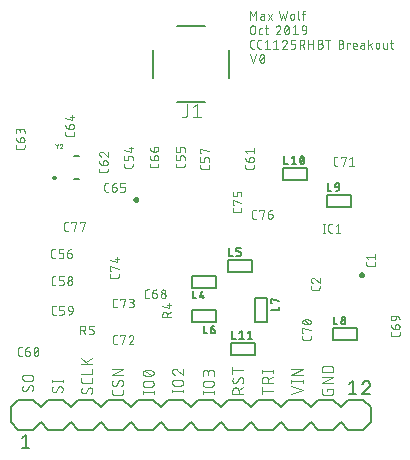
<source format=gbr>
G04 EAGLE Gerber RS-274X export*
G75*
%MOMM*%
%FSLAX34Y34*%
%LPD*%
%INSilkscreen Top*%
%IPPOS*%
%AMOC8*
5,1,8,0,0,1.08239X$1,22.5*%
G01*
%ADD10C,0.076200*%
%ADD11C,0.250000*%
%ADD12C,0.200000*%
%ADD13C,0.101600*%
%ADD14C,0.203200*%
%ADD15C,0.152400*%
%ADD16C,0.127000*%
%ADD17C,0.025400*%


D10*
X36619Y5514D02*
X36617Y5603D01*
X36611Y5691D01*
X36602Y5779D01*
X36589Y5867D01*
X36572Y5954D01*
X36552Y6040D01*
X36527Y6125D01*
X36500Y6210D01*
X36468Y6293D01*
X36434Y6374D01*
X36395Y6454D01*
X36354Y6532D01*
X36309Y6609D01*
X36261Y6683D01*
X36210Y6756D01*
X36156Y6826D01*
X36098Y6893D01*
X36038Y6959D01*
X35976Y7021D01*
X35910Y7081D01*
X35843Y7139D01*
X35773Y7193D01*
X35700Y7244D01*
X35626Y7292D01*
X35549Y7337D01*
X35471Y7378D01*
X35391Y7417D01*
X35310Y7451D01*
X35227Y7483D01*
X35142Y7510D01*
X35057Y7535D01*
X34971Y7555D01*
X34884Y7572D01*
X34796Y7585D01*
X34708Y7594D01*
X34620Y7600D01*
X34531Y7602D01*
X36619Y5514D02*
X36617Y5385D01*
X36611Y5256D01*
X36602Y5127D01*
X36589Y4999D01*
X36572Y4871D01*
X36551Y4744D01*
X36527Y4617D01*
X36499Y4491D01*
X36467Y4366D01*
X36432Y4242D01*
X36393Y4119D01*
X36350Y3997D01*
X36304Y3877D01*
X36254Y3758D01*
X36201Y3640D01*
X36145Y3524D01*
X36085Y3410D01*
X36022Y3297D01*
X35955Y3187D01*
X35886Y3078D01*
X35813Y2972D01*
X35737Y2867D01*
X35658Y2765D01*
X35576Y2666D01*
X35492Y2568D01*
X35404Y2473D01*
X35314Y2381D01*
X29309Y2643D02*
X29220Y2645D01*
X29132Y2651D01*
X29044Y2660D01*
X28956Y2673D01*
X28869Y2690D01*
X28783Y2710D01*
X28698Y2735D01*
X28613Y2762D01*
X28530Y2794D01*
X28449Y2828D01*
X28369Y2867D01*
X28291Y2908D01*
X28214Y2953D01*
X28140Y3001D01*
X28067Y3052D01*
X27997Y3106D01*
X27930Y3164D01*
X27864Y3224D01*
X27802Y3286D01*
X27742Y3352D01*
X27684Y3419D01*
X27630Y3489D01*
X27579Y3562D01*
X27531Y3636D01*
X27486Y3713D01*
X27445Y3791D01*
X27406Y3871D01*
X27372Y3952D01*
X27340Y4035D01*
X27313Y4120D01*
X27288Y4205D01*
X27268Y4291D01*
X27251Y4378D01*
X27238Y4466D01*
X27229Y4554D01*
X27223Y4642D01*
X27221Y4731D01*
X27223Y4851D01*
X27228Y4971D01*
X27238Y5090D01*
X27250Y5210D01*
X27267Y5329D01*
X27287Y5447D01*
X27311Y5565D01*
X27338Y5681D01*
X27369Y5797D01*
X27403Y5912D01*
X27441Y6026D01*
X27483Y6139D01*
X27528Y6250D01*
X27576Y6360D01*
X27627Y6468D01*
X27682Y6575D01*
X27740Y6680D01*
X27802Y6783D01*
X27866Y6884D01*
X27934Y6984D01*
X28004Y7081D01*
X31136Y3686D02*
X31088Y3608D01*
X31036Y3532D01*
X30982Y3459D01*
X30924Y3388D01*
X30863Y3319D01*
X30799Y3253D01*
X30732Y3190D01*
X30663Y3130D01*
X30591Y3073D01*
X30517Y3019D01*
X30440Y2969D01*
X30361Y2921D01*
X30281Y2878D01*
X30198Y2837D01*
X30114Y2801D01*
X30029Y2768D01*
X29942Y2739D01*
X29853Y2713D01*
X29764Y2691D01*
X29674Y2674D01*
X29584Y2660D01*
X29492Y2650D01*
X29401Y2644D01*
X29309Y2642D01*
X32704Y6558D02*
X32752Y6636D01*
X32804Y6712D01*
X32858Y6785D01*
X32916Y6856D01*
X32977Y6925D01*
X33041Y6991D01*
X33108Y7054D01*
X33177Y7114D01*
X33249Y7171D01*
X33323Y7225D01*
X33400Y7275D01*
X33479Y7323D01*
X33559Y7366D01*
X33642Y7407D01*
X33726Y7443D01*
X33811Y7476D01*
X33898Y7505D01*
X33987Y7531D01*
X34076Y7553D01*
X34166Y7570D01*
X34256Y7584D01*
X34348Y7594D01*
X34439Y7600D01*
X34531Y7602D01*
X32703Y6558D02*
X31137Y3686D01*
X29832Y11220D02*
X34008Y11220D01*
X29832Y11220D02*
X29731Y11222D01*
X29630Y11228D01*
X29529Y11238D01*
X29429Y11251D01*
X29329Y11269D01*
X29230Y11290D01*
X29132Y11316D01*
X29035Y11345D01*
X28939Y11377D01*
X28845Y11414D01*
X28752Y11454D01*
X28660Y11498D01*
X28571Y11545D01*
X28483Y11596D01*
X28397Y11650D01*
X28314Y11707D01*
X28232Y11767D01*
X28154Y11831D01*
X28077Y11897D01*
X28004Y11967D01*
X27933Y12039D01*
X27865Y12114D01*
X27800Y12192D01*
X27738Y12272D01*
X27679Y12354D01*
X27623Y12439D01*
X27571Y12526D01*
X27522Y12614D01*
X27476Y12705D01*
X27435Y12797D01*
X27396Y12891D01*
X27362Y12986D01*
X27331Y13082D01*
X27304Y13180D01*
X27280Y13278D01*
X27261Y13378D01*
X27245Y13478D01*
X27233Y13578D01*
X27225Y13679D01*
X27221Y13780D01*
X27221Y13882D01*
X27225Y13983D01*
X27233Y14084D01*
X27245Y14184D01*
X27261Y14284D01*
X27280Y14384D01*
X27304Y14482D01*
X27331Y14580D01*
X27362Y14676D01*
X27396Y14771D01*
X27435Y14865D01*
X27476Y14957D01*
X27522Y15048D01*
X27571Y15137D01*
X27623Y15223D01*
X27679Y15308D01*
X27738Y15390D01*
X27800Y15470D01*
X27865Y15548D01*
X27933Y15623D01*
X28004Y15695D01*
X28077Y15765D01*
X28154Y15831D01*
X28232Y15895D01*
X28314Y15955D01*
X28397Y16012D01*
X28483Y16066D01*
X28571Y16117D01*
X28660Y16164D01*
X28752Y16208D01*
X28845Y16248D01*
X28939Y16285D01*
X29035Y16317D01*
X29132Y16346D01*
X29230Y16372D01*
X29329Y16393D01*
X29429Y16411D01*
X29529Y16424D01*
X29630Y16434D01*
X29731Y16440D01*
X29832Y16442D01*
X29832Y16441D02*
X34008Y16441D01*
X34008Y16442D02*
X34109Y16440D01*
X34210Y16434D01*
X34311Y16424D01*
X34411Y16411D01*
X34511Y16393D01*
X34610Y16372D01*
X34708Y16346D01*
X34805Y16317D01*
X34901Y16285D01*
X34995Y16248D01*
X35088Y16208D01*
X35180Y16164D01*
X35269Y16117D01*
X35357Y16066D01*
X35443Y16012D01*
X35526Y15955D01*
X35608Y15895D01*
X35686Y15831D01*
X35763Y15765D01*
X35836Y15695D01*
X35907Y15623D01*
X35975Y15548D01*
X36040Y15470D01*
X36102Y15390D01*
X36161Y15308D01*
X36217Y15223D01*
X36269Y15136D01*
X36318Y15048D01*
X36364Y14957D01*
X36405Y14865D01*
X36444Y14771D01*
X36478Y14676D01*
X36509Y14580D01*
X36536Y14482D01*
X36560Y14384D01*
X36579Y14284D01*
X36595Y14184D01*
X36607Y14084D01*
X36615Y13983D01*
X36619Y13882D01*
X36619Y13780D01*
X36615Y13679D01*
X36607Y13578D01*
X36595Y13478D01*
X36579Y13378D01*
X36560Y13278D01*
X36536Y13180D01*
X36509Y13082D01*
X36478Y12986D01*
X36444Y12891D01*
X36405Y12797D01*
X36364Y12705D01*
X36318Y12614D01*
X36269Y12525D01*
X36217Y12439D01*
X36161Y12354D01*
X36102Y12272D01*
X36040Y12192D01*
X35975Y12114D01*
X35907Y12039D01*
X35836Y11967D01*
X35763Y11897D01*
X35686Y11831D01*
X35608Y11767D01*
X35526Y11707D01*
X35443Y11650D01*
X35357Y11596D01*
X35269Y11545D01*
X35180Y11498D01*
X35088Y11454D01*
X34995Y11414D01*
X34901Y11377D01*
X34805Y11345D01*
X34708Y11316D01*
X34610Y11290D01*
X34511Y11269D01*
X34411Y11251D01*
X34311Y11238D01*
X34210Y11228D01*
X34109Y11222D01*
X34008Y11220D01*
X59531Y6602D02*
X59620Y6600D01*
X59708Y6594D01*
X59796Y6585D01*
X59884Y6572D01*
X59971Y6555D01*
X60057Y6535D01*
X60142Y6510D01*
X60227Y6483D01*
X60310Y6451D01*
X60391Y6417D01*
X60471Y6378D01*
X60549Y6337D01*
X60626Y6292D01*
X60700Y6244D01*
X60773Y6193D01*
X60843Y6139D01*
X60910Y6081D01*
X60976Y6021D01*
X61038Y5959D01*
X61098Y5893D01*
X61156Y5826D01*
X61210Y5756D01*
X61261Y5683D01*
X61309Y5609D01*
X61354Y5532D01*
X61395Y5454D01*
X61434Y5374D01*
X61468Y5293D01*
X61500Y5210D01*
X61527Y5125D01*
X61552Y5040D01*
X61572Y4954D01*
X61589Y4867D01*
X61602Y4779D01*
X61611Y4691D01*
X61617Y4603D01*
X61619Y4514D01*
X61617Y4385D01*
X61611Y4256D01*
X61602Y4127D01*
X61589Y3999D01*
X61572Y3871D01*
X61551Y3744D01*
X61527Y3617D01*
X61499Y3491D01*
X61467Y3366D01*
X61432Y3242D01*
X61393Y3119D01*
X61350Y2997D01*
X61304Y2877D01*
X61254Y2758D01*
X61201Y2640D01*
X61145Y2524D01*
X61085Y2410D01*
X61022Y2297D01*
X60955Y2187D01*
X60886Y2078D01*
X60813Y1972D01*
X60737Y1867D01*
X60658Y1765D01*
X60576Y1666D01*
X60492Y1568D01*
X60404Y1473D01*
X60314Y1381D01*
X54309Y1643D02*
X54220Y1645D01*
X54132Y1651D01*
X54044Y1660D01*
X53956Y1673D01*
X53869Y1690D01*
X53783Y1710D01*
X53698Y1735D01*
X53613Y1762D01*
X53530Y1794D01*
X53449Y1828D01*
X53369Y1867D01*
X53291Y1908D01*
X53214Y1953D01*
X53140Y2001D01*
X53067Y2052D01*
X52997Y2106D01*
X52930Y2164D01*
X52864Y2224D01*
X52802Y2286D01*
X52742Y2352D01*
X52684Y2419D01*
X52630Y2489D01*
X52579Y2562D01*
X52531Y2636D01*
X52486Y2713D01*
X52445Y2791D01*
X52406Y2871D01*
X52372Y2952D01*
X52340Y3035D01*
X52313Y3120D01*
X52288Y3205D01*
X52268Y3291D01*
X52251Y3378D01*
X52238Y3466D01*
X52229Y3554D01*
X52223Y3642D01*
X52221Y3731D01*
X52223Y3851D01*
X52228Y3971D01*
X52238Y4090D01*
X52250Y4210D01*
X52267Y4329D01*
X52287Y4447D01*
X52311Y4565D01*
X52338Y4681D01*
X52369Y4797D01*
X52403Y4912D01*
X52441Y5026D01*
X52483Y5139D01*
X52528Y5250D01*
X52576Y5360D01*
X52627Y5468D01*
X52682Y5575D01*
X52740Y5680D01*
X52802Y5783D01*
X52866Y5884D01*
X52934Y5984D01*
X53004Y6081D01*
X56136Y2686D02*
X56088Y2608D01*
X56036Y2532D01*
X55982Y2459D01*
X55924Y2388D01*
X55863Y2319D01*
X55799Y2253D01*
X55732Y2190D01*
X55663Y2130D01*
X55591Y2073D01*
X55517Y2019D01*
X55440Y1969D01*
X55361Y1921D01*
X55281Y1878D01*
X55198Y1837D01*
X55114Y1801D01*
X55029Y1768D01*
X54942Y1739D01*
X54853Y1713D01*
X54764Y1691D01*
X54674Y1674D01*
X54584Y1660D01*
X54492Y1650D01*
X54401Y1644D01*
X54309Y1642D01*
X57704Y5558D02*
X57752Y5636D01*
X57804Y5712D01*
X57858Y5785D01*
X57916Y5856D01*
X57977Y5925D01*
X58041Y5991D01*
X58108Y6054D01*
X58177Y6114D01*
X58249Y6171D01*
X58323Y6225D01*
X58400Y6275D01*
X58479Y6323D01*
X58559Y6366D01*
X58642Y6407D01*
X58726Y6443D01*
X58811Y6476D01*
X58898Y6505D01*
X58987Y6531D01*
X59076Y6553D01*
X59166Y6570D01*
X59256Y6584D01*
X59348Y6594D01*
X59439Y6600D01*
X59531Y6602D01*
X57703Y5558D02*
X56137Y2686D01*
X52221Y11002D02*
X61619Y11002D01*
X61619Y9958D02*
X61619Y12046D01*
X52221Y12046D02*
X52221Y9958D01*
X84531Y5602D02*
X84620Y5600D01*
X84708Y5594D01*
X84796Y5585D01*
X84884Y5572D01*
X84971Y5555D01*
X85057Y5535D01*
X85142Y5510D01*
X85227Y5483D01*
X85310Y5451D01*
X85391Y5417D01*
X85471Y5378D01*
X85549Y5337D01*
X85626Y5292D01*
X85700Y5244D01*
X85773Y5193D01*
X85843Y5139D01*
X85910Y5081D01*
X85976Y5021D01*
X86038Y4959D01*
X86098Y4893D01*
X86156Y4826D01*
X86210Y4756D01*
X86261Y4683D01*
X86309Y4609D01*
X86354Y4532D01*
X86395Y4454D01*
X86434Y4374D01*
X86468Y4293D01*
X86500Y4210D01*
X86527Y4125D01*
X86552Y4040D01*
X86572Y3954D01*
X86589Y3867D01*
X86602Y3779D01*
X86611Y3691D01*
X86617Y3603D01*
X86619Y3514D01*
X86617Y3385D01*
X86611Y3256D01*
X86602Y3127D01*
X86589Y2999D01*
X86572Y2871D01*
X86551Y2744D01*
X86527Y2617D01*
X86499Y2491D01*
X86467Y2366D01*
X86432Y2242D01*
X86393Y2119D01*
X86350Y1997D01*
X86304Y1877D01*
X86254Y1758D01*
X86201Y1640D01*
X86145Y1524D01*
X86085Y1410D01*
X86022Y1297D01*
X85955Y1187D01*
X85886Y1078D01*
X85813Y972D01*
X85737Y867D01*
X85658Y765D01*
X85576Y666D01*
X85492Y568D01*
X85404Y473D01*
X85314Y381D01*
X79309Y643D02*
X79220Y645D01*
X79132Y651D01*
X79044Y660D01*
X78956Y673D01*
X78869Y690D01*
X78783Y710D01*
X78698Y735D01*
X78613Y762D01*
X78530Y794D01*
X78449Y828D01*
X78369Y867D01*
X78291Y908D01*
X78214Y953D01*
X78140Y1001D01*
X78067Y1052D01*
X77997Y1106D01*
X77930Y1164D01*
X77864Y1224D01*
X77802Y1286D01*
X77742Y1352D01*
X77684Y1419D01*
X77630Y1489D01*
X77579Y1562D01*
X77531Y1636D01*
X77486Y1713D01*
X77445Y1791D01*
X77406Y1871D01*
X77372Y1952D01*
X77340Y2035D01*
X77313Y2120D01*
X77288Y2205D01*
X77268Y2291D01*
X77251Y2378D01*
X77238Y2466D01*
X77229Y2554D01*
X77223Y2642D01*
X77221Y2731D01*
X77223Y2851D01*
X77228Y2971D01*
X77238Y3090D01*
X77250Y3210D01*
X77267Y3329D01*
X77287Y3447D01*
X77311Y3565D01*
X77338Y3681D01*
X77369Y3797D01*
X77403Y3912D01*
X77441Y4026D01*
X77483Y4139D01*
X77528Y4250D01*
X77576Y4360D01*
X77627Y4468D01*
X77682Y4575D01*
X77740Y4680D01*
X77802Y4783D01*
X77866Y4884D01*
X77934Y4984D01*
X78004Y5081D01*
X81136Y1686D02*
X81088Y1608D01*
X81036Y1532D01*
X80982Y1459D01*
X80924Y1388D01*
X80863Y1319D01*
X80799Y1253D01*
X80732Y1190D01*
X80663Y1130D01*
X80591Y1073D01*
X80517Y1019D01*
X80440Y969D01*
X80361Y921D01*
X80281Y878D01*
X80198Y837D01*
X80114Y801D01*
X80029Y768D01*
X79942Y739D01*
X79853Y713D01*
X79764Y691D01*
X79674Y674D01*
X79584Y660D01*
X79492Y650D01*
X79401Y644D01*
X79309Y642D01*
X82704Y4558D02*
X82752Y4636D01*
X82804Y4712D01*
X82858Y4785D01*
X82916Y4856D01*
X82977Y4925D01*
X83041Y4991D01*
X83108Y5054D01*
X83177Y5114D01*
X83249Y5171D01*
X83323Y5225D01*
X83400Y5275D01*
X83479Y5323D01*
X83559Y5366D01*
X83642Y5407D01*
X83726Y5443D01*
X83811Y5476D01*
X83898Y5505D01*
X83987Y5531D01*
X84076Y5553D01*
X84166Y5570D01*
X84256Y5584D01*
X84348Y5594D01*
X84439Y5600D01*
X84531Y5602D01*
X82703Y4558D02*
X81137Y1686D01*
X86619Y11283D02*
X86619Y13371D01*
X86619Y11283D02*
X86617Y11194D01*
X86611Y11106D01*
X86602Y11018D01*
X86589Y10930D01*
X86572Y10843D01*
X86552Y10757D01*
X86527Y10672D01*
X86500Y10587D01*
X86468Y10504D01*
X86434Y10423D01*
X86395Y10343D01*
X86354Y10265D01*
X86309Y10188D01*
X86261Y10114D01*
X86210Y10041D01*
X86156Y9971D01*
X86098Y9904D01*
X86038Y9838D01*
X85976Y9776D01*
X85910Y9716D01*
X85843Y9658D01*
X85773Y9604D01*
X85700Y9553D01*
X85626Y9505D01*
X85549Y9460D01*
X85471Y9419D01*
X85391Y9380D01*
X85310Y9346D01*
X85227Y9314D01*
X85142Y9287D01*
X85057Y9262D01*
X84971Y9242D01*
X84884Y9225D01*
X84796Y9212D01*
X84708Y9203D01*
X84620Y9197D01*
X84531Y9195D01*
X84531Y9194D02*
X79309Y9194D01*
X79218Y9196D01*
X79127Y9202D01*
X79036Y9212D01*
X78946Y9226D01*
X78857Y9244D01*
X78768Y9265D01*
X78681Y9291D01*
X78595Y9320D01*
X78510Y9353D01*
X78426Y9390D01*
X78344Y9430D01*
X78265Y9474D01*
X78187Y9521D01*
X78111Y9572D01*
X78037Y9626D01*
X77966Y9683D01*
X77898Y9743D01*
X77832Y9806D01*
X77769Y9872D01*
X77709Y9940D01*
X77652Y10011D01*
X77598Y10085D01*
X77547Y10161D01*
X77500Y10238D01*
X77456Y10318D01*
X77416Y10400D01*
X77379Y10484D01*
X77346Y10568D01*
X77317Y10655D01*
X77291Y10742D01*
X77270Y10831D01*
X77252Y10920D01*
X77238Y11010D01*
X77228Y11101D01*
X77222Y11192D01*
X77220Y11283D01*
X77221Y11283D02*
X77221Y13371D01*
X77221Y17162D02*
X86619Y17162D01*
X86619Y21339D01*
X86619Y25201D02*
X77221Y25201D01*
X77221Y30422D02*
X82964Y25201D01*
X80876Y27289D02*
X86619Y30422D01*
X112619Y3558D02*
X112619Y1469D01*
X112617Y1380D01*
X112611Y1292D01*
X112602Y1204D01*
X112589Y1116D01*
X112572Y1029D01*
X112552Y943D01*
X112527Y858D01*
X112500Y773D01*
X112468Y690D01*
X112434Y609D01*
X112395Y529D01*
X112354Y451D01*
X112309Y374D01*
X112261Y300D01*
X112210Y227D01*
X112156Y157D01*
X112098Y90D01*
X112038Y24D01*
X111976Y-38D01*
X111910Y-98D01*
X111843Y-156D01*
X111773Y-210D01*
X111700Y-261D01*
X111626Y-309D01*
X111549Y-354D01*
X111471Y-395D01*
X111391Y-434D01*
X111310Y-468D01*
X111227Y-500D01*
X111142Y-527D01*
X111057Y-552D01*
X110971Y-572D01*
X110884Y-589D01*
X110796Y-602D01*
X110708Y-611D01*
X110620Y-617D01*
X110531Y-619D01*
X105309Y-619D01*
X105218Y-617D01*
X105127Y-611D01*
X105036Y-601D01*
X104946Y-587D01*
X104857Y-569D01*
X104768Y-548D01*
X104681Y-522D01*
X104595Y-493D01*
X104510Y-460D01*
X104426Y-423D01*
X104344Y-383D01*
X104265Y-339D01*
X104187Y-292D01*
X104111Y-241D01*
X104037Y-187D01*
X103966Y-130D01*
X103898Y-70D01*
X103832Y-7D01*
X103769Y59D01*
X103709Y127D01*
X103652Y198D01*
X103598Y272D01*
X103547Y348D01*
X103500Y425D01*
X103456Y505D01*
X103416Y587D01*
X103379Y671D01*
X103346Y755D01*
X103317Y842D01*
X103291Y929D01*
X103270Y1018D01*
X103252Y1107D01*
X103238Y1197D01*
X103228Y1288D01*
X103222Y1379D01*
X103220Y1470D01*
X103221Y1469D02*
X103221Y3558D01*
X110531Y11943D02*
X110620Y11941D01*
X110708Y11935D01*
X110796Y11926D01*
X110884Y11913D01*
X110971Y11896D01*
X111057Y11876D01*
X111142Y11851D01*
X111227Y11824D01*
X111310Y11792D01*
X111391Y11758D01*
X111471Y11719D01*
X111549Y11678D01*
X111626Y11633D01*
X111700Y11585D01*
X111773Y11534D01*
X111843Y11480D01*
X111910Y11422D01*
X111976Y11362D01*
X112038Y11300D01*
X112098Y11234D01*
X112156Y11167D01*
X112210Y11097D01*
X112261Y11024D01*
X112309Y10950D01*
X112354Y10873D01*
X112395Y10795D01*
X112434Y10715D01*
X112468Y10634D01*
X112500Y10551D01*
X112527Y10466D01*
X112552Y10381D01*
X112572Y10295D01*
X112589Y10208D01*
X112602Y10120D01*
X112611Y10032D01*
X112617Y9944D01*
X112619Y9855D01*
X112617Y9726D01*
X112611Y9597D01*
X112602Y9468D01*
X112589Y9340D01*
X112572Y9212D01*
X112551Y9085D01*
X112527Y8958D01*
X112499Y8832D01*
X112467Y8707D01*
X112432Y8583D01*
X112393Y8460D01*
X112350Y8338D01*
X112304Y8218D01*
X112254Y8099D01*
X112201Y7981D01*
X112145Y7865D01*
X112085Y7751D01*
X112022Y7638D01*
X111955Y7528D01*
X111886Y7419D01*
X111813Y7313D01*
X111737Y7208D01*
X111658Y7106D01*
X111576Y7007D01*
X111492Y6909D01*
X111404Y6814D01*
X111314Y6722D01*
X105309Y6983D02*
X105220Y6985D01*
X105132Y6991D01*
X105044Y7000D01*
X104956Y7013D01*
X104869Y7030D01*
X104783Y7050D01*
X104698Y7075D01*
X104613Y7102D01*
X104530Y7134D01*
X104449Y7168D01*
X104369Y7207D01*
X104291Y7248D01*
X104214Y7293D01*
X104140Y7341D01*
X104067Y7392D01*
X103997Y7446D01*
X103930Y7504D01*
X103864Y7564D01*
X103802Y7626D01*
X103742Y7692D01*
X103684Y7759D01*
X103630Y7829D01*
X103579Y7902D01*
X103531Y7976D01*
X103486Y8053D01*
X103445Y8131D01*
X103406Y8211D01*
X103372Y8292D01*
X103340Y8375D01*
X103313Y8460D01*
X103288Y8545D01*
X103268Y8631D01*
X103251Y8718D01*
X103238Y8806D01*
X103229Y8894D01*
X103223Y8982D01*
X103221Y9071D01*
X103223Y9191D01*
X103228Y9311D01*
X103238Y9430D01*
X103250Y9550D01*
X103267Y9669D01*
X103287Y9787D01*
X103311Y9905D01*
X103338Y10021D01*
X103369Y10137D01*
X103403Y10252D01*
X103441Y10366D01*
X103483Y10479D01*
X103528Y10590D01*
X103576Y10700D01*
X103627Y10808D01*
X103682Y10915D01*
X103740Y11020D01*
X103802Y11123D01*
X103866Y11224D01*
X103934Y11324D01*
X104004Y11421D01*
X107136Y8027D02*
X107088Y7949D01*
X107036Y7873D01*
X106982Y7800D01*
X106924Y7729D01*
X106863Y7660D01*
X106799Y7594D01*
X106732Y7531D01*
X106663Y7471D01*
X106591Y7414D01*
X106517Y7360D01*
X106440Y7310D01*
X106361Y7262D01*
X106281Y7219D01*
X106198Y7178D01*
X106114Y7142D01*
X106029Y7109D01*
X105942Y7080D01*
X105853Y7054D01*
X105764Y7032D01*
X105674Y7015D01*
X105584Y7001D01*
X105492Y6991D01*
X105401Y6985D01*
X105309Y6983D01*
X108704Y10899D02*
X108752Y10977D01*
X108804Y11053D01*
X108858Y11126D01*
X108916Y11197D01*
X108977Y11266D01*
X109041Y11332D01*
X109108Y11395D01*
X109177Y11455D01*
X109249Y11512D01*
X109323Y11566D01*
X109400Y11616D01*
X109479Y11664D01*
X109559Y11707D01*
X109642Y11748D01*
X109726Y11784D01*
X109811Y11817D01*
X109898Y11846D01*
X109987Y11872D01*
X110076Y11894D01*
X110166Y11911D01*
X110256Y11925D01*
X110348Y11935D01*
X110439Y11941D01*
X110531Y11943D01*
X108703Y10899D02*
X107137Y8027D01*
X103221Y15866D02*
X112619Y15866D01*
X112619Y21087D02*
X103221Y15866D01*
X103221Y21087D02*
X112619Y21087D01*
X129221Y1425D02*
X138619Y1425D01*
X138619Y381D02*
X138619Y2469D01*
X129221Y2469D02*
X129221Y381D01*
X131832Y6130D02*
X136008Y6130D01*
X131832Y6129D02*
X131731Y6131D01*
X131630Y6137D01*
X131529Y6147D01*
X131429Y6160D01*
X131329Y6178D01*
X131230Y6199D01*
X131132Y6225D01*
X131035Y6254D01*
X130939Y6286D01*
X130845Y6323D01*
X130752Y6363D01*
X130660Y6407D01*
X130571Y6454D01*
X130483Y6505D01*
X130397Y6559D01*
X130314Y6616D01*
X130232Y6676D01*
X130154Y6740D01*
X130077Y6806D01*
X130004Y6876D01*
X129933Y6948D01*
X129865Y7023D01*
X129800Y7101D01*
X129738Y7181D01*
X129679Y7263D01*
X129623Y7348D01*
X129571Y7435D01*
X129522Y7523D01*
X129476Y7614D01*
X129435Y7706D01*
X129396Y7800D01*
X129362Y7895D01*
X129331Y7991D01*
X129304Y8089D01*
X129280Y8187D01*
X129261Y8287D01*
X129245Y8387D01*
X129233Y8487D01*
X129225Y8588D01*
X129221Y8689D01*
X129221Y8791D01*
X129225Y8892D01*
X129233Y8993D01*
X129245Y9093D01*
X129261Y9193D01*
X129280Y9293D01*
X129304Y9391D01*
X129331Y9489D01*
X129362Y9585D01*
X129396Y9680D01*
X129435Y9774D01*
X129476Y9866D01*
X129522Y9957D01*
X129571Y10046D01*
X129623Y10132D01*
X129679Y10217D01*
X129738Y10299D01*
X129800Y10379D01*
X129865Y10457D01*
X129933Y10532D01*
X130004Y10604D01*
X130077Y10674D01*
X130154Y10740D01*
X130232Y10804D01*
X130314Y10864D01*
X130397Y10921D01*
X130483Y10975D01*
X130571Y11026D01*
X130660Y11073D01*
X130752Y11117D01*
X130845Y11157D01*
X130939Y11194D01*
X131035Y11226D01*
X131132Y11255D01*
X131230Y11281D01*
X131329Y11302D01*
X131429Y11320D01*
X131529Y11333D01*
X131630Y11343D01*
X131731Y11349D01*
X131832Y11351D01*
X136008Y11351D01*
X136109Y11349D01*
X136210Y11343D01*
X136311Y11333D01*
X136411Y11320D01*
X136511Y11302D01*
X136610Y11281D01*
X136708Y11255D01*
X136805Y11226D01*
X136901Y11194D01*
X136995Y11157D01*
X137088Y11117D01*
X137180Y11073D01*
X137269Y11026D01*
X137357Y10975D01*
X137443Y10921D01*
X137526Y10864D01*
X137608Y10804D01*
X137686Y10740D01*
X137763Y10674D01*
X137836Y10604D01*
X137907Y10532D01*
X137975Y10457D01*
X138040Y10379D01*
X138102Y10299D01*
X138161Y10217D01*
X138217Y10132D01*
X138269Y10045D01*
X138318Y9957D01*
X138364Y9866D01*
X138405Y9774D01*
X138444Y9680D01*
X138478Y9585D01*
X138509Y9489D01*
X138536Y9391D01*
X138560Y9293D01*
X138579Y9193D01*
X138595Y9093D01*
X138607Y8993D01*
X138615Y8892D01*
X138619Y8791D01*
X138619Y8689D01*
X138615Y8588D01*
X138607Y8487D01*
X138595Y8387D01*
X138579Y8287D01*
X138560Y8187D01*
X138536Y8089D01*
X138509Y7991D01*
X138478Y7895D01*
X138444Y7800D01*
X138405Y7706D01*
X138364Y7614D01*
X138318Y7523D01*
X138269Y7434D01*
X138217Y7348D01*
X138161Y7263D01*
X138102Y7181D01*
X138040Y7101D01*
X137975Y7023D01*
X137907Y6948D01*
X137836Y6876D01*
X137763Y6806D01*
X137686Y6740D01*
X137608Y6676D01*
X137526Y6616D01*
X137443Y6559D01*
X137357Y6505D01*
X137269Y6454D01*
X137180Y6407D01*
X137088Y6363D01*
X136995Y6323D01*
X136901Y6286D01*
X136805Y6254D01*
X136708Y6225D01*
X136610Y6199D01*
X136511Y6178D01*
X136411Y6160D01*
X136311Y6147D01*
X136210Y6137D01*
X136109Y6131D01*
X136008Y6129D01*
X133920Y15274D02*
X133735Y15276D01*
X133550Y15283D01*
X133366Y15294D01*
X133182Y15309D01*
X132998Y15329D01*
X132814Y15353D01*
X132632Y15382D01*
X132450Y15415D01*
X132269Y15452D01*
X132089Y15494D01*
X131909Y15540D01*
X131731Y15590D01*
X131555Y15644D01*
X131379Y15703D01*
X131205Y15765D01*
X131033Y15832D01*
X130862Y15903D01*
X130693Y15978D01*
X130526Y16057D01*
X130526Y16056D02*
X130446Y16086D01*
X130367Y16119D01*
X130290Y16156D01*
X130214Y16196D01*
X130140Y16239D01*
X130068Y16285D01*
X129999Y16335D01*
X129931Y16387D01*
X129866Y16443D01*
X129803Y16501D01*
X129744Y16563D01*
X129686Y16626D01*
X129632Y16693D01*
X129581Y16761D01*
X129533Y16832D01*
X129488Y16905D01*
X129446Y16979D01*
X129408Y17056D01*
X129373Y17134D01*
X129341Y17213D01*
X129313Y17294D01*
X129289Y17376D01*
X129268Y17460D01*
X129251Y17543D01*
X129238Y17628D01*
X129229Y17713D01*
X129223Y17798D01*
X129221Y17884D01*
X129223Y17970D01*
X129229Y18055D01*
X129238Y18140D01*
X129251Y18225D01*
X129268Y18308D01*
X129289Y18392D01*
X129313Y18474D01*
X129341Y18555D01*
X129373Y18634D01*
X129408Y18712D01*
X129446Y18789D01*
X129488Y18863D01*
X129533Y18936D01*
X129581Y19007D01*
X129632Y19075D01*
X129686Y19142D01*
X129744Y19205D01*
X129803Y19267D01*
X129866Y19325D01*
X129931Y19381D01*
X129999Y19433D01*
X130068Y19483D01*
X130140Y19529D01*
X130214Y19572D01*
X130290Y19612D01*
X130367Y19649D01*
X130446Y19682D01*
X130526Y19712D01*
X130693Y19791D01*
X130862Y19866D01*
X131033Y19937D01*
X131205Y20004D01*
X131379Y20066D01*
X131555Y20125D01*
X131731Y20179D01*
X131909Y20229D01*
X132089Y20275D01*
X132269Y20317D01*
X132450Y20354D01*
X132632Y20387D01*
X132814Y20416D01*
X132998Y20440D01*
X133182Y20460D01*
X133366Y20475D01*
X133550Y20486D01*
X133735Y20493D01*
X133920Y20495D01*
X133920Y15274D02*
X134105Y15276D01*
X134290Y15283D01*
X134474Y15294D01*
X134658Y15309D01*
X134842Y15329D01*
X135026Y15353D01*
X135208Y15382D01*
X135390Y15415D01*
X135571Y15452D01*
X135751Y15494D01*
X135931Y15540D01*
X136109Y15590D01*
X136285Y15644D01*
X136461Y15703D01*
X136635Y15765D01*
X136807Y15832D01*
X136978Y15903D01*
X137147Y15978D01*
X137314Y16057D01*
X137314Y16056D02*
X137394Y16086D01*
X137473Y16119D01*
X137550Y16156D01*
X137626Y16196D01*
X137700Y16239D01*
X137772Y16285D01*
X137841Y16335D01*
X137909Y16388D01*
X137974Y16443D01*
X138037Y16502D01*
X138096Y16563D01*
X138154Y16626D01*
X138208Y16693D01*
X138259Y16761D01*
X138307Y16832D01*
X138352Y16905D01*
X138394Y16979D01*
X138432Y17056D01*
X138467Y17134D01*
X138499Y17213D01*
X138527Y17294D01*
X138551Y17376D01*
X138572Y17460D01*
X138589Y17543D01*
X138602Y17628D01*
X138611Y17713D01*
X138617Y17798D01*
X138619Y17884D01*
X137314Y19712D02*
X137147Y19791D01*
X136978Y19866D01*
X136807Y19937D01*
X136635Y20004D01*
X136461Y20066D01*
X136285Y20125D01*
X136109Y20179D01*
X135931Y20229D01*
X135751Y20275D01*
X135571Y20317D01*
X135390Y20354D01*
X135208Y20387D01*
X135026Y20416D01*
X134842Y20440D01*
X134658Y20460D01*
X134474Y20475D01*
X134290Y20486D01*
X134105Y20493D01*
X133920Y20495D01*
X137314Y19712D02*
X137394Y19682D01*
X137473Y19649D01*
X137550Y19612D01*
X137626Y19572D01*
X137700Y19529D01*
X137772Y19483D01*
X137841Y19433D01*
X137909Y19381D01*
X137974Y19325D01*
X138037Y19267D01*
X138096Y19205D01*
X138154Y19142D01*
X138208Y19075D01*
X138259Y19007D01*
X138307Y18936D01*
X138352Y18863D01*
X138394Y18789D01*
X138432Y18712D01*
X138467Y18634D01*
X138499Y18555D01*
X138527Y18474D01*
X138551Y18392D01*
X138572Y18308D01*
X138589Y18225D01*
X138602Y18140D01*
X138611Y18055D01*
X138617Y17970D01*
X138619Y17884D01*
X136531Y15796D02*
X131309Y19973D01*
X154221Y2425D02*
X163619Y2425D01*
X163619Y1381D02*
X163619Y3469D01*
X154221Y3469D02*
X154221Y1381D01*
X156832Y7130D02*
X161008Y7130D01*
X156832Y7129D02*
X156731Y7131D01*
X156630Y7137D01*
X156529Y7147D01*
X156429Y7160D01*
X156329Y7178D01*
X156230Y7199D01*
X156132Y7225D01*
X156035Y7254D01*
X155939Y7286D01*
X155845Y7323D01*
X155752Y7363D01*
X155660Y7407D01*
X155571Y7454D01*
X155483Y7505D01*
X155397Y7559D01*
X155314Y7616D01*
X155232Y7676D01*
X155154Y7740D01*
X155077Y7806D01*
X155004Y7876D01*
X154933Y7948D01*
X154865Y8023D01*
X154800Y8101D01*
X154738Y8181D01*
X154679Y8263D01*
X154623Y8348D01*
X154571Y8435D01*
X154522Y8523D01*
X154476Y8614D01*
X154435Y8706D01*
X154396Y8800D01*
X154362Y8895D01*
X154331Y8991D01*
X154304Y9089D01*
X154280Y9187D01*
X154261Y9287D01*
X154245Y9387D01*
X154233Y9487D01*
X154225Y9588D01*
X154221Y9689D01*
X154221Y9791D01*
X154225Y9892D01*
X154233Y9993D01*
X154245Y10093D01*
X154261Y10193D01*
X154280Y10293D01*
X154304Y10391D01*
X154331Y10489D01*
X154362Y10585D01*
X154396Y10680D01*
X154435Y10774D01*
X154476Y10866D01*
X154522Y10957D01*
X154571Y11046D01*
X154623Y11132D01*
X154679Y11217D01*
X154738Y11299D01*
X154800Y11379D01*
X154865Y11457D01*
X154933Y11532D01*
X155004Y11604D01*
X155077Y11674D01*
X155154Y11740D01*
X155232Y11804D01*
X155314Y11864D01*
X155397Y11921D01*
X155483Y11975D01*
X155571Y12026D01*
X155660Y12073D01*
X155752Y12117D01*
X155845Y12157D01*
X155939Y12194D01*
X156035Y12226D01*
X156132Y12255D01*
X156230Y12281D01*
X156329Y12302D01*
X156429Y12320D01*
X156529Y12333D01*
X156630Y12343D01*
X156731Y12349D01*
X156832Y12351D01*
X161008Y12351D01*
X161109Y12349D01*
X161210Y12343D01*
X161311Y12333D01*
X161411Y12320D01*
X161511Y12302D01*
X161610Y12281D01*
X161708Y12255D01*
X161805Y12226D01*
X161901Y12194D01*
X161995Y12157D01*
X162088Y12117D01*
X162180Y12073D01*
X162269Y12026D01*
X162357Y11975D01*
X162443Y11921D01*
X162526Y11864D01*
X162608Y11804D01*
X162686Y11740D01*
X162763Y11674D01*
X162836Y11604D01*
X162907Y11532D01*
X162975Y11457D01*
X163040Y11379D01*
X163102Y11299D01*
X163161Y11217D01*
X163217Y11132D01*
X163269Y11045D01*
X163318Y10957D01*
X163364Y10866D01*
X163405Y10774D01*
X163444Y10680D01*
X163478Y10585D01*
X163509Y10489D01*
X163536Y10391D01*
X163560Y10293D01*
X163579Y10193D01*
X163595Y10093D01*
X163607Y9993D01*
X163615Y9892D01*
X163619Y9791D01*
X163619Y9689D01*
X163615Y9588D01*
X163607Y9487D01*
X163595Y9387D01*
X163579Y9287D01*
X163560Y9187D01*
X163536Y9089D01*
X163509Y8991D01*
X163478Y8895D01*
X163444Y8800D01*
X163405Y8706D01*
X163364Y8614D01*
X163318Y8523D01*
X163269Y8434D01*
X163217Y8348D01*
X163161Y8263D01*
X163102Y8181D01*
X163040Y8101D01*
X162975Y8023D01*
X162907Y7948D01*
X162836Y7876D01*
X162763Y7806D01*
X162686Y7740D01*
X162608Y7676D01*
X162526Y7616D01*
X162443Y7559D01*
X162357Y7505D01*
X162269Y7454D01*
X162180Y7407D01*
X162088Y7363D01*
X161995Y7323D01*
X161901Y7286D01*
X161805Y7254D01*
X161708Y7225D01*
X161610Y7199D01*
X161511Y7178D01*
X161411Y7160D01*
X161311Y7147D01*
X161210Y7137D01*
X161109Y7131D01*
X161008Y7129D01*
X154221Y19145D02*
X154223Y19240D01*
X154229Y19334D01*
X154238Y19428D01*
X154251Y19522D01*
X154268Y19615D01*
X154289Y19707D01*
X154314Y19799D01*
X154342Y19889D01*
X154374Y19978D01*
X154409Y20066D01*
X154448Y20152D01*
X154490Y20237D01*
X154536Y20320D01*
X154585Y20401D01*
X154637Y20480D01*
X154692Y20557D01*
X154751Y20631D01*
X154812Y20703D01*
X154876Y20773D01*
X154943Y20840D01*
X155013Y20904D01*
X155085Y20965D01*
X155159Y21024D01*
X155236Y21079D01*
X155315Y21131D01*
X155396Y21180D01*
X155479Y21226D01*
X155564Y21268D01*
X155650Y21307D01*
X155738Y21342D01*
X155827Y21374D01*
X155917Y21402D01*
X156009Y21427D01*
X156101Y21448D01*
X156194Y21465D01*
X156288Y21478D01*
X156382Y21487D01*
X156476Y21493D01*
X156571Y21495D01*
X154221Y19145D02*
X154223Y19037D01*
X154229Y18928D01*
X154239Y18820D01*
X154252Y18713D01*
X154270Y18606D01*
X154291Y18499D01*
X154316Y18394D01*
X154345Y18289D01*
X154377Y18186D01*
X154414Y18084D01*
X154454Y17983D01*
X154497Y17884D01*
X154544Y17786D01*
X154595Y17690D01*
X154649Y17596D01*
X154706Y17504D01*
X154767Y17414D01*
X154831Y17326D01*
X154897Y17241D01*
X154967Y17158D01*
X155040Y17078D01*
X155116Y17000D01*
X155194Y16925D01*
X155275Y16853D01*
X155359Y16784D01*
X155445Y16718D01*
X155533Y16655D01*
X155624Y16596D01*
X155716Y16539D01*
X155811Y16486D01*
X155908Y16437D01*
X156006Y16391D01*
X156105Y16348D01*
X156207Y16309D01*
X156309Y16274D01*
X158399Y20712D02*
X158330Y20781D01*
X158259Y20847D01*
X158186Y20911D01*
X158110Y20972D01*
X158031Y21030D01*
X157951Y21084D01*
X157868Y21136D01*
X157784Y21184D01*
X157698Y21230D01*
X157610Y21271D01*
X157520Y21310D01*
X157429Y21345D01*
X157337Y21376D01*
X157244Y21404D01*
X157150Y21428D01*
X157055Y21448D01*
X156959Y21465D01*
X156862Y21478D01*
X156765Y21487D01*
X156668Y21493D01*
X156571Y21495D01*
X158398Y20712D02*
X163619Y16274D01*
X163619Y21495D01*
X180221Y1425D02*
X189619Y1425D01*
X189619Y381D02*
X189619Y2469D01*
X180221Y2469D02*
X180221Y381D01*
X182832Y6130D02*
X187008Y6130D01*
X182832Y6129D02*
X182731Y6131D01*
X182630Y6137D01*
X182529Y6147D01*
X182429Y6160D01*
X182329Y6178D01*
X182230Y6199D01*
X182132Y6225D01*
X182035Y6254D01*
X181939Y6286D01*
X181845Y6323D01*
X181752Y6363D01*
X181660Y6407D01*
X181571Y6454D01*
X181483Y6505D01*
X181397Y6559D01*
X181314Y6616D01*
X181232Y6676D01*
X181154Y6740D01*
X181077Y6806D01*
X181004Y6876D01*
X180933Y6948D01*
X180865Y7023D01*
X180800Y7101D01*
X180738Y7181D01*
X180679Y7263D01*
X180623Y7348D01*
X180571Y7435D01*
X180522Y7523D01*
X180476Y7614D01*
X180435Y7706D01*
X180396Y7800D01*
X180362Y7895D01*
X180331Y7991D01*
X180304Y8089D01*
X180280Y8187D01*
X180261Y8287D01*
X180245Y8387D01*
X180233Y8487D01*
X180225Y8588D01*
X180221Y8689D01*
X180221Y8791D01*
X180225Y8892D01*
X180233Y8993D01*
X180245Y9093D01*
X180261Y9193D01*
X180280Y9293D01*
X180304Y9391D01*
X180331Y9489D01*
X180362Y9585D01*
X180396Y9680D01*
X180435Y9774D01*
X180476Y9866D01*
X180522Y9957D01*
X180571Y10046D01*
X180623Y10132D01*
X180679Y10217D01*
X180738Y10299D01*
X180800Y10379D01*
X180865Y10457D01*
X180933Y10532D01*
X181004Y10604D01*
X181077Y10674D01*
X181154Y10740D01*
X181232Y10804D01*
X181314Y10864D01*
X181397Y10921D01*
X181483Y10975D01*
X181571Y11026D01*
X181660Y11073D01*
X181752Y11117D01*
X181845Y11157D01*
X181939Y11194D01*
X182035Y11226D01*
X182132Y11255D01*
X182230Y11281D01*
X182329Y11302D01*
X182429Y11320D01*
X182529Y11333D01*
X182630Y11343D01*
X182731Y11349D01*
X182832Y11351D01*
X187008Y11351D01*
X187109Y11349D01*
X187210Y11343D01*
X187311Y11333D01*
X187411Y11320D01*
X187511Y11302D01*
X187610Y11281D01*
X187708Y11255D01*
X187805Y11226D01*
X187901Y11194D01*
X187995Y11157D01*
X188088Y11117D01*
X188180Y11073D01*
X188269Y11026D01*
X188357Y10975D01*
X188443Y10921D01*
X188526Y10864D01*
X188608Y10804D01*
X188686Y10740D01*
X188763Y10674D01*
X188836Y10604D01*
X188907Y10532D01*
X188975Y10457D01*
X189040Y10379D01*
X189102Y10299D01*
X189161Y10217D01*
X189217Y10132D01*
X189269Y10045D01*
X189318Y9957D01*
X189364Y9866D01*
X189405Y9774D01*
X189444Y9680D01*
X189478Y9585D01*
X189509Y9489D01*
X189536Y9391D01*
X189560Y9293D01*
X189579Y9193D01*
X189595Y9093D01*
X189607Y8993D01*
X189615Y8892D01*
X189619Y8791D01*
X189619Y8689D01*
X189615Y8588D01*
X189607Y8487D01*
X189595Y8387D01*
X189579Y8287D01*
X189560Y8187D01*
X189536Y8089D01*
X189509Y7991D01*
X189478Y7895D01*
X189444Y7800D01*
X189405Y7706D01*
X189364Y7614D01*
X189318Y7523D01*
X189269Y7434D01*
X189217Y7348D01*
X189161Y7263D01*
X189102Y7181D01*
X189040Y7101D01*
X188975Y7023D01*
X188907Y6948D01*
X188836Y6876D01*
X188763Y6806D01*
X188686Y6740D01*
X188608Y6676D01*
X188526Y6616D01*
X188443Y6559D01*
X188357Y6505D01*
X188269Y6454D01*
X188180Y6407D01*
X188088Y6363D01*
X187995Y6323D01*
X187901Y6286D01*
X187805Y6254D01*
X187708Y6225D01*
X187610Y6199D01*
X187511Y6178D01*
X187411Y6160D01*
X187311Y6147D01*
X187210Y6137D01*
X187109Y6131D01*
X187008Y6129D01*
X189619Y15274D02*
X189619Y17884D01*
X189617Y17985D01*
X189611Y18086D01*
X189601Y18187D01*
X189588Y18287D01*
X189570Y18387D01*
X189549Y18486D01*
X189523Y18584D01*
X189494Y18681D01*
X189462Y18777D01*
X189425Y18871D01*
X189385Y18964D01*
X189341Y19056D01*
X189294Y19145D01*
X189243Y19233D01*
X189189Y19319D01*
X189132Y19402D01*
X189072Y19484D01*
X189008Y19562D01*
X188942Y19639D01*
X188872Y19712D01*
X188800Y19783D01*
X188725Y19851D01*
X188647Y19916D01*
X188567Y19978D01*
X188485Y20037D01*
X188400Y20093D01*
X188314Y20145D01*
X188225Y20194D01*
X188134Y20240D01*
X188042Y20281D01*
X187948Y20320D01*
X187853Y20354D01*
X187757Y20385D01*
X187659Y20412D01*
X187561Y20436D01*
X187461Y20455D01*
X187361Y20471D01*
X187261Y20483D01*
X187160Y20491D01*
X187059Y20495D01*
X186957Y20495D01*
X186856Y20491D01*
X186755Y20483D01*
X186655Y20471D01*
X186555Y20455D01*
X186455Y20436D01*
X186357Y20412D01*
X186259Y20385D01*
X186163Y20354D01*
X186068Y20320D01*
X185974Y20281D01*
X185882Y20240D01*
X185791Y20194D01*
X185703Y20145D01*
X185616Y20093D01*
X185531Y20037D01*
X185449Y19978D01*
X185369Y19916D01*
X185291Y19851D01*
X185216Y19783D01*
X185144Y19712D01*
X185074Y19639D01*
X185008Y19562D01*
X184944Y19484D01*
X184884Y19402D01*
X184827Y19319D01*
X184773Y19233D01*
X184722Y19145D01*
X184675Y19056D01*
X184631Y18964D01*
X184591Y18871D01*
X184554Y18777D01*
X184522Y18681D01*
X184493Y18584D01*
X184467Y18486D01*
X184446Y18387D01*
X184428Y18287D01*
X184415Y18187D01*
X184405Y18086D01*
X184399Y17985D01*
X184397Y17884D01*
X180221Y18406D02*
X180221Y15274D01*
X180221Y18406D02*
X180223Y18496D01*
X180229Y18585D01*
X180238Y18675D01*
X180252Y18764D01*
X180269Y18852D01*
X180290Y18939D01*
X180315Y19026D01*
X180344Y19111D01*
X180376Y19195D01*
X180411Y19277D01*
X180451Y19358D01*
X180493Y19437D01*
X180539Y19514D01*
X180589Y19589D01*
X180641Y19662D01*
X180697Y19733D01*
X180755Y19801D01*
X180817Y19866D01*
X180881Y19929D01*
X180948Y19989D01*
X181017Y20046D01*
X181089Y20100D01*
X181163Y20151D01*
X181239Y20199D01*
X181317Y20243D01*
X181397Y20284D01*
X181479Y20322D01*
X181562Y20356D01*
X181647Y20386D01*
X181733Y20413D01*
X181819Y20436D01*
X181907Y20455D01*
X181996Y20470D01*
X182085Y20482D01*
X182174Y20490D01*
X182264Y20494D01*
X182354Y20494D01*
X182444Y20490D01*
X182533Y20482D01*
X182622Y20470D01*
X182711Y20455D01*
X182799Y20436D01*
X182885Y20413D01*
X182971Y20386D01*
X183056Y20356D01*
X183139Y20322D01*
X183221Y20284D01*
X183301Y20243D01*
X183379Y20199D01*
X183455Y20151D01*
X183529Y20100D01*
X183601Y20046D01*
X183670Y19989D01*
X183737Y19929D01*
X183801Y19866D01*
X183863Y19801D01*
X183921Y19733D01*
X183977Y19662D01*
X184029Y19589D01*
X184079Y19514D01*
X184125Y19437D01*
X184167Y19358D01*
X184207Y19277D01*
X184242Y19195D01*
X184274Y19111D01*
X184303Y19026D01*
X184328Y18939D01*
X184349Y18852D01*
X184366Y18764D01*
X184380Y18675D01*
X184389Y18585D01*
X184395Y18496D01*
X184397Y18406D01*
X184398Y18406D02*
X184398Y16318D01*
X205221Y381D02*
X214619Y381D01*
X205221Y381D02*
X205221Y2992D01*
X205223Y3093D01*
X205229Y3194D01*
X205239Y3295D01*
X205252Y3395D01*
X205270Y3495D01*
X205291Y3594D01*
X205317Y3692D01*
X205346Y3789D01*
X205378Y3885D01*
X205415Y3979D01*
X205455Y4072D01*
X205499Y4164D01*
X205546Y4253D01*
X205597Y4341D01*
X205651Y4427D01*
X205708Y4510D01*
X205768Y4592D01*
X205832Y4670D01*
X205898Y4747D01*
X205968Y4820D01*
X206040Y4891D01*
X206115Y4959D01*
X206193Y5024D01*
X206273Y5086D01*
X206355Y5145D01*
X206440Y5201D01*
X206527Y5253D01*
X206615Y5302D01*
X206706Y5348D01*
X206798Y5389D01*
X206892Y5428D01*
X206987Y5462D01*
X207083Y5493D01*
X207181Y5520D01*
X207279Y5544D01*
X207379Y5563D01*
X207479Y5579D01*
X207579Y5591D01*
X207680Y5599D01*
X207781Y5603D01*
X207883Y5603D01*
X207984Y5599D01*
X208085Y5591D01*
X208185Y5579D01*
X208285Y5563D01*
X208385Y5544D01*
X208483Y5520D01*
X208581Y5493D01*
X208677Y5462D01*
X208772Y5428D01*
X208866Y5389D01*
X208958Y5348D01*
X209049Y5302D01*
X209138Y5253D01*
X209224Y5201D01*
X209309Y5145D01*
X209391Y5086D01*
X209471Y5024D01*
X209549Y4959D01*
X209624Y4891D01*
X209696Y4820D01*
X209766Y4747D01*
X209832Y4670D01*
X209896Y4592D01*
X209956Y4510D01*
X210013Y4427D01*
X210067Y4341D01*
X210118Y4253D01*
X210165Y4164D01*
X210209Y4072D01*
X210249Y3979D01*
X210286Y3885D01*
X210318Y3789D01*
X210347Y3692D01*
X210373Y3594D01*
X210394Y3495D01*
X210412Y3395D01*
X210425Y3295D01*
X210435Y3194D01*
X210441Y3093D01*
X210443Y2992D01*
X210442Y2992D02*
X210442Y381D01*
X210442Y3514D02*
X214619Y5602D01*
X214619Y12296D02*
X214617Y12385D01*
X214611Y12473D01*
X214602Y12561D01*
X214589Y12649D01*
X214572Y12736D01*
X214552Y12822D01*
X214527Y12907D01*
X214500Y12992D01*
X214468Y13075D01*
X214434Y13156D01*
X214395Y13236D01*
X214354Y13314D01*
X214309Y13391D01*
X214261Y13465D01*
X214210Y13538D01*
X214156Y13608D01*
X214098Y13675D01*
X214038Y13741D01*
X213976Y13803D01*
X213910Y13863D01*
X213843Y13921D01*
X213773Y13975D01*
X213700Y14026D01*
X213626Y14074D01*
X213549Y14119D01*
X213471Y14160D01*
X213391Y14199D01*
X213310Y14233D01*
X213227Y14265D01*
X213142Y14292D01*
X213057Y14317D01*
X212971Y14337D01*
X212884Y14354D01*
X212796Y14367D01*
X212708Y14376D01*
X212620Y14382D01*
X212531Y14384D01*
X214619Y12296D02*
X214617Y12167D01*
X214611Y12038D01*
X214602Y11909D01*
X214589Y11781D01*
X214572Y11653D01*
X214551Y11526D01*
X214527Y11399D01*
X214499Y11273D01*
X214467Y11148D01*
X214432Y11024D01*
X214393Y10901D01*
X214350Y10779D01*
X214304Y10659D01*
X214254Y10540D01*
X214201Y10422D01*
X214145Y10306D01*
X214085Y10192D01*
X214022Y10079D01*
X213955Y9969D01*
X213886Y9860D01*
X213813Y9754D01*
X213737Y9649D01*
X213658Y9547D01*
X213576Y9448D01*
X213492Y9350D01*
X213404Y9255D01*
X213314Y9163D01*
X207309Y9425D02*
X207220Y9427D01*
X207132Y9433D01*
X207044Y9442D01*
X206956Y9455D01*
X206869Y9472D01*
X206783Y9492D01*
X206698Y9517D01*
X206613Y9544D01*
X206530Y9576D01*
X206449Y9610D01*
X206369Y9649D01*
X206291Y9690D01*
X206214Y9735D01*
X206140Y9783D01*
X206067Y9834D01*
X205997Y9888D01*
X205930Y9946D01*
X205864Y10006D01*
X205802Y10068D01*
X205742Y10134D01*
X205684Y10201D01*
X205630Y10271D01*
X205579Y10344D01*
X205531Y10418D01*
X205486Y10495D01*
X205445Y10573D01*
X205406Y10653D01*
X205372Y10734D01*
X205340Y10817D01*
X205313Y10902D01*
X205288Y10987D01*
X205268Y11073D01*
X205251Y11160D01*
X205238Y11248D01*
X205229Y11336D01*
X205223Y11424D01*
X205221Y11513D01*
X205223Y11633D01*
X205228Y11753D01*
X205238Y11872D01*
X205250Y11992D01*
X205267Y12111D01*
X205287Y12229D01*
X205311Y12347D01*
X205338Y12463D01*
X205369Y12579D01*
X205403Y12694D01*
X205441Y12808D01*
X205483Y12921D01*
X205528Y13032D01*
X205576Y13142D01*
X205627Y13250D01*
X205682Y13357D01*
X205740Y13462D01*
X205802Y13565D01*
X205866Y13666D01*
X205934Y13766D01*
X206004Y13863D01*
X209136Y10468D02*
X209088Y10390D01*
X209036Y10314D01*
X208982Y10241D01*
X208924Y10170D01*
X208863Y10101D01*
X208799Y10035D01*
X208732Y9972D01*
X208663Y9912D01*
X208591Y9855D01*
X208517Y9801D01*
X208440Y9751D01*
X208361Y9703D01*
X208281Y9660D01*
X208198Y9619D01*
X208114Y9583D01*
X208029Y9550D01*
X207942Y9521D01*
X207853Y9495D01*
X207764Y9473D01*
X207674Y9456D01*
X207584Y9442D01*
X207492Y9432D01*
X207401Y9426D01*
X207309Y9424D01*
X210704Y13340D02*
X210752Y13418D01*
X210804Y13494D01*
X210858Y13567D01*
X210916Y13638D01*
X210977Y13707D01*
X211041Y13773D01*
X211108Y13836D01*
X211177Y13896D01*
X211249Y13953D01*
X211323Y14007D01*
X211400Y14057D01*
X211479Y14105D01*
X211559Y14148D01*
X211642Y14189D01*
X211726Y14225D01*
X211811Y14258D01*
X211898Y14287D01*
X211987Y14313D01*
X212076Y14335D01*
X212166Y14352D01*
X212256Y14366D01*
X212348Y14376D01*
X212439Y14382D01*
X212531Y14384D01*
X210703Y13340D02*
X209137Y10468D01*
X205221Y20003D02*
X214619Y20003D01*
X205221Y17393D02*
X205221Y22614D01*
X230221Y2992D02*
X239619Y2992D01*
X230221Y381D02*
X230221Y5602D01*
X230221Y9277D02*
X239619Y9277D01*
X230221Y9277D02*
X230221Y11888D01*
X230223Y11989D01*
X230229Y12090D01*
X230239Y12191D01*
X230252Y12291D01*
X230270Y12391D01*
X230291Y12490D01*
X230317Y12588D01*
X230346Y12685D01*
X230378Y12781D01*
X230415Y12875D01*
X230455Y12968D01*
X230499Y13060D01*
X230546Y13149D01*
X230597Y13237D01*
X230651Y13323D01*
X230708Y13406D01*
X230768Y13488D01*
X230832Y13566D01*
X230898Y13643D01*
X230968Y13716D01*
X231040Y13787D01*
X231115Y13855D01*
X231193Y13920D01*
X231273Y13982D01*
X231355Y14041D01*
X231440Y14097D01*
X231527Y14149D01*
X231615Y14198D01*
X231706Y14244D01*
X231798Y14285D01*
X231892Y14324D01*
X231987Y14358D01*
X232083Y14389D01*
X232181Y14416D01*
X232279Y14440D01*
X232379Y14459D01*
X232479Y14475D01*
X232579Y14487D01*
X232680Y14495D01*
X232781Y14499D01*
X232883Y14499D01*
X232984Y14495D01*
X233085Y14487D01*
X233185Y14475D01*
X233285Y14459D01*
X233385Y14440D01*
X233483Y14416D01*
X233581Y14389D01*
X233677Y14358D01*
X233772Y14324D01*
X233866Y14285D01*
X233958Y14244D01*
X234049Y14198D01*
X234138Y14149D01*
X234224Y14097D01*
X234309Y14041D01*
X234391Y13982D01*
X234471Y13920D01*
X234549Y13855D01*
X234624Y13787D01*
X234696Y13716D01*
X234766Y13643D01*
X234832Y13566D01*
X234896Y13488D01*
X234956Y13406D01*
X235013Y13323D01*
X235067Y13237D01*
X235118Y13149D01*
X235165Y13060D01*
X235209Y12968D01*
X235249Y12875D01*
X235286Y12781D01*
X235318Y12685D01*
X235347Y12588D01*
X235373Y12490D01*
X235394Y12391D01*
X235412Y12291D01*
X235425Y12191D01*
X235435Y12090D01*
X235441Y11989D01*
X235443Y11888D01*
X235442Y11888D02*
X235442Y9277D01*
X235442Y12410D02*
X239619Y14498D01*
X239619Y19146D02*
X230221Y19146D01*
X239619Y18102D02*
X239619Y20190D01*
X230221Y20190D02*
X230221Y18102D01*
X255221Y381D02*
X264619Y3514D01*
X255221Y6646D01*
X255221Y10829D02*
X264619Y10829D01*
X264619Y9785D02*
X264619Y11873D01*
X255221Y11873D02*
X255221Y9785D01*
X255221Y15838D02*
X264619Y15838D01*
X264619Y21059D02*
X255221Y15838D01*
X255221Y21059D02*
X264619Y21059D01*
X285398Y4602D02*
X285398Y3036D01*
X285398Y4602D02*
X290619Y4602D01*
X290619Y1469D01*
X290617Y1380D01*
X290611Y1292D01*
X290602Y1204D01*
X290589Y1116D01*
X290572Y1029D01*
X290552Y943D01*
X290527Y858D01*
X290500Y773D01*
X290468Y690D01*
X290434Y609D01*
X290395Y529D01*
X290354Y451D01*
X290309Y374D01*
X290261Y300D01*
X290210Y227D01*
X290156Y157D01*
X290098Y90D01*
X290038Y24D01*
X289976Y-38D01*
X289910Y-98D01*
X289843Y-156D01*
X289773Y-210D01*
X289700Y-261D01*
X289626Y-309D01*
X289549Y-354D01*
X289471Y-395D01*
X289391Y-434D01*
X289310Y-468D01*
X289227Y-500D01*
X289142Y-527D01*
X289057Y-552D01*
X288971Y-572D01*
X288884Y-589D01*
X288796Y-602D01*
X288708Y-611D01*
X288620Y-617D01*
X288531Y-619D01*
X283309Y-619D01*
X283218Y-617D01*
X283127Y-611D01*
X283036Y-601D01*
X282946Y-587D01*
X282857Y-569D01*
X282768Y-548D01*
X282681Y-522D01*
X282595Y-493D01*
X282510Y-460D01*
X282426Y-423D01*
X282344Y-383D01*
X282265Y-339D01*
X282187Y-292D01*
X282111Y-241D01*
X282037Y-187D01*
X281966Y-130D01*
X281898Y-70D01*
X281832Y-7D01*
X281769Y59D01*
X281709Y127D01*
X281652Y198D01*
X281598Y272D01*
X281547Y348D01*
X281500Y425D01*
X281456Y505D01*
X281416Y587D01*
X281379Y671D01*
X281346Y755D01*
X281317Y842D01*
X281291Y929D01*
X281270Y1018D01*
X281252Y1107D01*
X281238Y1197D01*
X281228Y1288D01*
X281222Y1379D01*
X281220Y1470D01*
X281221Y1469D02*
X281221Y4602D01*
X281221Y9135D02*
X290619Y9135D01*
X290619Y14356D02*
X281221Y9135D01*
X281221Y14356D02*
X290619Y14356D01*
X290619Y18888D02*
X281221Y18888D01*
X281221Y21499D01*
X281223Y21599D01*
X281229Y21699D01*
X281238Y21798D01*
X281252Y21898D01*
X281269Y21996D01*
X281290Y22094D01*
X281314Y22191D01*
X281343Y22287D01*
X281375Y22382D01*
X281410Y22475D01*
X281449Y22567D01*
X281492Y22658D01*
X281538Y22746D01*
X281588Y22833D01*
X281640Y22918D01*
X281696Y23001D01*
X281755Y23082D01*
X281818Y23160D01*
X281883Y23236D01*
X281951Y23310D01*
X282021Y23380D01*
X282095Y23448D01*
X282171Y23513D01*
X282249Y23576D01*
X282330Y23635D01*
X282413Y23691D01*
X282498Y23743D01*
X282585Y23793D01*
X282673Y23839D01*
X282764Y23882D01*
X282856Y23921D01*
X282949Y23956D01*
X283044Y23988D01*
X283140Y24017D01*
X283237Y24041D01*
X283335Y24062D01*
X283433Y24079D01*
X283533Y24093D01*
X283632Y24102D01*
X283732Y24108D01*
X283832Y24110D01*
X283832Y24109D02*
X288008Y24109D01*
X288008Y24110D02*
X288108Y24108D01*
X288208Y24102D01*
X288307Y24093D01*
X288407Y24079D01*
X288505Y24062D01*
X288603Y24041D01*
X288700Y24017D01*
X288796Y23988D01*
X288891Y23956D01*
X288984Y23921D01*
X289076Y23882D01*
X289167Y23839D01*
X289255Y23793D01*
X289342Y23743D01*
X289427Y23691D01*
X289510Y23635D01*
X289591Y23576D01*
X289669Y23513D01*
X289745Y23448D01*
X289819Y23380D01*
X289889Y23310D01*
X289957Y23236D01*
X290022Y23160D01*
X290085Y23082D01*
X290144Y23001D01*
X290200Y22918D01*
X290252Y22833D01*
X290302Y22746D01*
X290348Y22658D01*
X290391Y22567D01*
X290430Y22475D01*
X290465Y22382D01*
X290497Y22287D01*
X290526Y22191D01*
X290550Y22094D01*
X290571Y21996D01*
X290588Y21898D01*
X290602Y21798D01*
X290611Y21699D01*
X290617Y21599D01*
X290619Y21499D01*
X290619Y18888D01*
X220381Y316957D02*
X220381Y324323D01*
X222836Y320231D01*
X225292Y324323D01*
X225292Y316957D01*
X230150Y319822D02*
X231991Y319822D01*
X230150Y319821D02*
X230075Y319819D01*
X230000Y319813D01*
X229926Y319803D01*
X229852Y319790D01*
X229779Y319772D01*
X229707Y319751D01*
X229637Y319726D01*
X229568Y319697D01*
X229500Y319665D01*
X229434Y319629D01*
X229370Y319590D01*
X229308Y319548D01*
X229249Y319502D01*
X229192Y319453D01*
X229137Y319402D01*
X229086Y319347D01*
X229037Y319290D01*
X228991Y319231D01*
X228949Y319169D01*
X228910Y319105D01*
X228874Y319039D01*
X228842Y318971D01*
X228813Y318902D01*
X228788Y318832D01*
X228767Y318760D01*
X228749Y318687D01*
X228736Y318613D01*
X228726Y318539D01*
X228720Y318464D01*
X228718Y318389D01*
X228720Y318314D01*
X228726Y318239D01*
X228736Y318165D01*
X228749Y318091D01*
X228767Y318018D01*
X228788Y317946D01*
X228813Y317876D01*
X228842Y317807D01*
X228874Y317739D01*
X228910Y317673D01*
X228949Y317609D01*
X228991Y317547D01*
X229037Y317488D01*
X229086Y317431D01*
X229137Y317376D01*
X229192Y317325D01*
X229249Y317276D01*
X229308Y317230D01*
X229370Y317188D01*
X229434Y317149D01*
X229500Y317113D01*
X229568Y317081D01*
X229637Y317052D01*
X229707Y317027D01*
X229779Y317006D01*
X229852Y316988D01*
X229926Y316975D01*
X230000Y316965D01*
X230075Y316959D01*
X230150Y316957D01*
X231991Y316957D01*
X231991Y320640D01*
X231992Y320640D02*
X231990Y320709D01*
X231984Y320777D01*
X231975Y320846D01*
X231961Y320913D01*
X231944Y320980D01*
X231923Y321046D01*
X231899Y321110D01*
X231870Y321173D01*
X231839Y321234D01*
X231804Y321293D01*
X231766Y321351D01*
X231724Y321406D01*
X231680Y321458D01*
X231632Y321508D01*
X231582Y321556D01*
X231530Y321600D01*
X231475Y321642D01*
X231417Y321680D01*
X231358Y321715D01*
X231297Y321746D01*
X231234Y321775D01*
X231170Y321799D01*
X231104Y321820D01*
X231037Y321837D01*
X230970Y321851D01*
X230901Y321860D01*
X230833Y321866D01*
X230764Y321868D01*
X229127Y321868D01*
X235098Y316957D02*
X238372Y321868D01*
X235098Y321868D02*
X238372Y316957D01*
X246559Y316957D02*
X244922Y324323D01*
X248196Y321868D02*
X246559Y316957D01*
X249833Y316957D02*
X248196Y321868D01*
X251469Y324323D02*
X249833Y316957D01*
X254362Y318594D02*
X254362Y320231D01*
X254361Y320231D02*
X254363Y320310D01*
X254369Y320389D01*
X254378Y320468D01*
X254391Y320546D01*
X254409Y320623D01*
X254429Y320699D01*
X254454Y320774D01*
X254482Y320848D01*
X254513Y320921D01*
X254549Y320992D01*
X254587Y321061D01*
X254629Y321128D01*
X254674Y321193D01*
X254722Y321256D01*
X254773Y321317D01*
X254827Y321374D01*
X254883Y321430D01*
X254942Y321482D01*
X255004Y321532D01*
X255068Y321578D01*
X255134Y321622D01*
X255202Y321662D01*
X255272Y321698D01*
X255344Y321732D01*
X255418Y321762D01*
X255492Y321788D01*
X255568Y321811D01*
X255645Y321829D01*
X255722Y321845D01*
X255801Y321856D01*
X255879Y321864D01*
X255958Y321868D01*
X256038Y321868D01*
X256117Y321864D01*
X256195Y321856D01*
X256274Y321845D01*
X256351Y321829D01*
X256428Y321811D01*
X256504Y321788D01*
X256578Y321762D01*
X256652Y321732D01*
X256724Y321698D01*
X256794Y321662D01*
X256862Y321622D01*
X256928Y321578D01*
X256992Y321532D01*
X257054Y321482D01*
X257113Y321430D01*
X257169Y321374D01*
X257223Y321317D01*
X257274Y321256D01*
X257322Y321193D01*
X257367Y321128D01*
X257409Y321061D01*
X257447Y320992D01*
X257483Y320921D01*
X257514Y320848D01*
X257542Y320774D01*
X257567Y320699D01*
X257587Y320623D01*
X257605Y320546D01*
X257618Y320468D01*
X257627Y320389D01*
X257633Y320310D01*
X257635Y320231D01*
X257635Y318594D01*
X257633Y318515D01*
X257627Y318436D01*
X257618Y318357D01*
X257605Y318279D01*
X257587Y318202D01*
X257567Y318126D01*
X257542Y318051D01*
X257514Y317977D01*
X257483Y317904D01*
X257447Y317833D01*
X257409Y317764D01*
X257367Y317697D01*
X257322Y317632D01*
X257274Y317569D01*
X257223Y317508D01*
X257169Y317451D01*
X257113Y317395D01*
X257054Y317343D01*
X256992Y317293D01*
X256928Y317247D01*
X256862Y317203D01*
X256794Y317163D01*
X256724Y317127D01*
X256652Y317093D01*
X256578Y317063D01*
X256504Y317037D01*
X256428Y317014D01*
X256351Y316996D01*
X256274Y316980D01*
X256195Y316969D01*
X256117Y316961D01*
X256038Y316957D01*
X255958Y316957D01*
X255879Y316961D01*
X255801Y316969D01*
X255722Y316980D01*
X255645Y316996D01*
X255568Y317014D01*
X255492Y317037D01*
X255418Y317063D01*
X255344Y317093D01*
X255272Y317127D01*
X255202Y317163D01*
X255134Y317203D01*
X255068Y317247D01*
X255004Y317293D01*
X254942Y317343D01*
X254883Y317395D01*
X254827Y317451D01*
X254773Y317508D01*
X254722Y317569D01*
X254674Y317632D01*
X254629Y317697D01*
X254587Y317764D01*
X254549Y317833D01*
X254513Y317904D01*
X254482Y317977D01*
X254454Y318051D01*
X254429Y318126D01*
X254409Y318202D01*
X254391Y318279D01*
X254378Y318357D01*
X254369Y318436D01*
X254363Y318515D01*
X254361Y318594D01*
X260784Y318185D02*
X260784Y324323D01*
X260784Y318185D02*
X260786Y318116D01*
X260792Y318048D01*
X260801Y317979D01*
X260815Y317912D01*
X260832Y317845D01*
X260853Y317779D01*
X260877Y317715D01*
X260906Y317652D01*
X260937Y317591D01*
X260972Y317532D01*
X261010Y317474D01*
X261052Y317419D01*
X261096Y317367D01*
X261144Y317317D01*
X261194Y317269D01*
X261246Y317225D01*
X261301Y317183D01*
X261359Y317145D01*
X261418Y317110D01*
X261479Y317079D01*
X261542Y317050D01*
X261606Y317026D01*
X261672Y317005D01*
X261739Y316988D01*
X261806Y316974D01*
X261875Y316965D01*
X261943Y316959D01*
X262012Y316957D01*
X264996Y316957D02*
X264996Y323095D01*
X264998Y323164D01*
X265004Y323232D01*
X265013Y323301D01*
X265027Y323368D01*
X265044Y323435D01*
X265065Y323501D01*
X265089Y323565D01*
X265118Y323628D01*
X265149Y323689D01*
X265184Y323748D01*
X265222Y323806D01*
X265264Y323861D01*
X265308Y323913D01*
X265356Y323963D01*
X265406Y324011D01*
X265458Y324055D01*
X265513Y324096D01*
X265571Y324135D01*
X265630Y324170D01*
X265691Y324201D01*
X265754Y324230D01*
X265818Y324254D01*
X265884Y324275D01*
X265951Y324292D01*
X266018Y324306D01*
X266086Y324315D01*
X266155Y324321D01*
X266224Y324323D01*
X266633Y324323D01*
X266633Y321868D02*
X264178Y321868D01*
X220381Y310085D02*
X220381Y306811D01*
X220381Y310085D02*
X220383Y310174D01*
X220389Y310263D01*
X220399Y310352D01*
X220412Y310440D01*
X220429Y310528D01*
X220451Y310615D01*
X220476Y310700D01*
X220504Y310785D01*
X220537Y310868D01*
X220573Y310950D01*
X220612Y311030D01*
X220655Y311108D01*
X220701Y311184D01*
X220751Y311259D01*
X220804Y311331D01*
X220860Y311400D01*
X220919Y311467D01*
X220980Y311532D01*
X221045Y311593D01*
X221112Y311652D01*
X221181Y311708D01*
X221253Y311761D01*
X221328Y311811D01*
X221404Y311857D01*
X221482Y311900D01*
X221562Y311939D01*
X221644Y311975D01*
X221727Y312008D01*
X221812Y312036D01*
X221897Y312061D01*
X221984Y312083D01*
X222072Y312100D01*
X222160Y312113D01*
X222249Y312123D01*
X222338Y312129D01*
X222427Y312131D01*
X222516Y312129D01*
X222605Y312123D01*
X222694Y312113D01*
X222782Y312100D01*
X222870Y312083D01*
X222957Y312061D01*
X223042Y312036D01*
X223127Y312008D01*
X223210Y311975D01*
X223292Y311939D01*
X223372Y311900D01*
X223450Y311857D01*
X223526Y311811D01*
X223601Y311761D01*
X223673Y311708D01*
X223742Y311652D01*
X223809Y311593D01*
X223874Y311532D01*
X223935Y311467D01*
X223994Y311400D01*
X224050Y311331D01*
X224103Y311259D01*
X224153Y311184D01*
X224199Y311108D01*
X224242Y311030D01*
X224281Y310950D01*
X224317Y310868D01*
X224350Y310785D01*
X224378Y310700D01*
X224403Y310615D01*
X224425Y310528D01*
X224442Y310440D01*
X224455Y310352D01*
X224465Y310263D01*
X224471Y310174D01*
X224473Y310085D01*
X224473Y306811D01*
X224471Y306722D01*
X224465Y306633D01*
X224455Y306544D01*
X224442Y306456D01*
X224425Y306368D01*
X224403Y306281D01*
X224378Y306196D01*
X224350Y306111D01*
X224317Y306028D01*
X224281Y305946D01*
X224242Y305866D01*
X224199Y305788D01*
X224153Y305712D01*
X224103Y305637D01*
X224050Y305565D01*
X223994Y305496D01*
X223935Y305429D01*
X223874Y305364D01*
X223809Y305303D01*
X223742Y305244D01*
X223673Y305188D01*
X223601Y305135D01*
X223526Y305085D01*
X223450Y305039D01*
X223372Y304996D01*
X223292Y304957D01*
X223210Y304921D01*
X223127Y304888D01*
X223042Y304860D01*
X222957Y304835D01*
X222870Y304813D01*
X222782Y304796D01*
X222694Y304783D01*
X222605Y304773D01*
X222516Y304767D01*
X222427Y304765D01*
X222338Y304767D01*
X222249Y304773D01*
X222160Y304783D01*
X222072Y304796D01*
X221984Y304813D01*
X221897Y304835D01*
X221812Y304860D01*
X221727Y304888D01*
X221644Y304921D01*
X221562Y304957D01*
X221482Y304996D01*
X221404Y305039D01*
X221328Y305085D01*
X221253Y305135D01*
X221181Y305188D01*
X221112Y305244D01*
X221045Y305303D01*
X220980Y305364D01*
X220919Y305429D01*
X220860Y305496D01*
X220804Y305565D01*
X220751Y305637D01*
X220701Y305712D01*
X220655Y305788D01*
X220612Y305866D01*
X220573Y305946D01*
X220537Y306028D01*
X220504Y306111D01*
X220476Y306196D01*
X220451Y306281D01*
X220429Y306368D01*
X220412Y306456D01*
X220399Y306544D01*
X220389Y306633D01*
X220383Y306722D01*
X220381Y306811D01*
X228855Y304765D02*
X230492Y304765D01*
X228855Y304765D02*
X228786Y304767D01*
X228718Y304773D01*
X228649Y304782D01*
X228582Y304796D01*
X228515Y304813D01*
X228449Y304834D01*
X228385Y304858D01*
X228322Y304887D01*
X228261Y304918D01*
X228202Y304953D01*
X228144Y304991D01*
X228089Y305033D01*
X228037Y305077D01*
X227987Y305125D01*
X227939Y305175D01*
X227895Y305227D01*
X227853Y305282D01*
X227815Y305340D01*
X227780Y305399D01*
X227749Y305460D01*
X227720Y305523D01*
X227696Y305587D01*
X227675Y305653D01*
X227658Y305720D01*
X227644Y305787D01*
X227635Y305856D01*
X227629Y305924D01*
X227627Y305993D01*
X227627Y308448D01*
X227629Y308517D01*
X227635Y308585D01*
X227644Y308654D01*
X227658Y308721D01*
X227675Y308788D01*
X227696Y308854D01*
X227720Y308918D01*
X227749Y308981D01*
X227780Y309042D01*
X227815Y309101D01*
X227853Y309159D01*
X227895Y309214D01*
X227939Y309266D01*
X227987Y309316D01*
X228037Y309364D01*
X228089Y309408D01*
X228144Y309450D01*
X228202Y309488D01*
X228261Y309523D01*
X228322Y309554D01*
X228385Y309583D01*
X228449Y309607D01*
X228515Y309628D01*
X228582Y309645D01*
X228649Y309659D01*
X228718Y309668D01*
X228786Y309674D01*
X228855Y309676D01*
X230492Y309676D01*
X232596Y309676D02*
X235051Y309676D01*
X233414Y312131D02*
X233414Y305993D01*
X233416Y305924D01*
X233422Y305856D01*
X233431Y305787D01*
X233445Y305720D01*
X233462Y305653D01*
X233483Y305587D01*
X233507Y305523D01*
X233536Y305460D01*
X233567Y305399D01*
X233602Y305340D01*
X233640Y305282D01*
X233682Y305227D01*
X233726Y305175D01*
X233774Y305125D01*
X233824Y305077D01*
X233876Y305033D01*
X233931Y304991D01*
X233989Y304953D01*
X234048Y304918D01*
X234109Y304887D01*
X234172Y304858D01*
X234236Y304834D01*
X234302Y304813D01*
X234369Y304796D01*
X234436Y304782D01*
X234505Y304773D01*
X234573Y304767D01*
X234642Y304765D01*
X235051Y304765D01*
X244090Y312132D02*
X244175Y312130D01*
X244260Y312124D01*
X244344Y312114D01*
X244428Y312101D01*
X244512Y312083D01*
X244594Y312062D01*
X244675Y312037D01*
X244755Y312008D01*
X244834Y311975D01*
X244911Y311939D01*
X244986Y311899D01*
X245060Y311856D01*
X245131Y311810D01*
X245200Y311760D01*
X245267Y311707D01*
X245331Y311651D01*
X245392Y311592D01*
X245451Y311531D01*
X245507Y311467D01*
X245560Y311400D01*
X245610Y311331D01*
X245656Y311260D01*
X245699Y311186D01*
X245739Y311111D01*
X245775Y311034D01*
X245808Y310955D01*
X245837Y310875D01*
X245862Y310794D01*
X245883Y310712D01*
X245901Y310628D01*
X245914Y310544D01*
X245924Y310460D01*
X245930Y310375D01*
X245932Y310290D01*
X244090Y312131D02*
X243994Y312129D01*
X243898Y312123D01*
X243803Y312113D01*
X243708Y312100D01*
X243613Y312082D01*
X243520Y312061D01*
X243427Y312036D01*
X243336Y312007D01*
X243245Y311975D01*
X243156Y311939D01*
X243069Y311899D01*
X242983Y311856D01*
X242899Y311810D01*
X242817Y311760D01*
X242737Y311706D01*
X242660Y311650D01*
X242585Y311590D01*
X242512Y311528D01*
X242442Y311462D01*
X242374Y311394D01*
X242309Y311323D01*
X242248Y311250D01*
X242189Y311174D01*
X242133Y311095D01*
X242081Y311015D01*
X242032Y310932D01*
X241986Y310848D01*
X241944Y310762D01*
X241906Y310674D01*
X241871Y310585D01*
X241839Y310494D01*
X245317Y308858D02*
X245377Y308917D01*
X245434Y308979D01*
X245489Y309043D01*
X245540Y309110D01*
X245589Y309179D01*
X245635Y309249D01*
X245678Y309322D01*
X245718Y309396D01*
X245754Y309472D01*
X245787Y309550D01*
X245817Y309629D01*
X245844Y309709D01*
X245867Y309790D01*
X245886Y309872D01*
X245902Y309954D01*
X245915Y310038D01*
X245924Y310122D01*
X245929Y310206D01*
X245931Y310290D01*
X245317Y308857D02*
X241839Y304765D01*
X245931Y304765D01*
X249154Y308448D02*
X249156Y308601D01*
X249162Y308754D01*
X249171Y308906D01*
X249185Y309059D01*
X249202Y309211D01*
X249223Y309362D01*
X249248Y309513D01*
X249277Y309663D01*
X249309Y309813D01*
X249346Y309961D01*
X249386Y310109D01*
X249429Y310256D01*
X249477Y310401D01*
X249528Y310545D01*
X249582Y310688D01*
X249641Y310830D01*
X249702Y310969D01*
X249768Y311108D01*
X249794Y311178D01*
X249824Y311248D01*
X249857Y311315D01*
X249893Y311381D01*
X249932Y311445D01*
X249975Y311507D01*
X250021Y311566D01*
X250069Y311624D01*
X250120Y311678D01*
X250174Y311731D01*
X250231Y311780D01*
X250290Y311827D01*
X250351Y311870D01*
X250414Y311911D01*
X250479Y311948D01*
X250546Y311983D01*
X250615Y312013D01*
X250685Y312041D01*
X250756Y312064D01*
X250828Y312085D01*
X250901Y312101D01*
X250975Y312114D01*
X251050Y312124D01*
X251125Y312129D01*
X251200Y312131D01*
X251275Y312129D01*
X251350Y312124D01*
X251425Y312114D01*
X251499Y312101D01*
X251572Y312085D01*
X251644Y312064D01*
X251715Y312041D01*
X251785Y312013D01*
X251854Y311983D01*
X251921Y311948D01*
X251986Y311911D01*
X252049Y311870D01*
X252110Y311827D01*
X252169Y311780D01*
X252226Y311731D01*
X252280Y311678D01*
X252331Y311624D01*
X252380Y311566D01*
X252425Y311507D01*
X252468Y311445D01*
X252507Y311381D01*
X252544Y311315D01*
X252576Y311247D01*
X252606Y311178D01*
X252632Y311108D01*
X252697Y310970D01*
X252759Y310830D01*
X252817Y310688D01*
X252872Y310545D01*
X252923Y310401D01*
X252971Y310256D01*
X253014Y310109D01*
X253054Y309962D01*
X253091Y309813D01*
X253123Y309663D01*
X253152Y309513D01*
X253177Y309362D01*
X253198Y309211D01*
X253215Y309059D01*
X253229Y308906D01*
X253238Y308754D01*
X253244Y308601D01*
X253246Y308448D01*
X249154Y308448D02*
X249156Y308295D01*
X249162Y308142D01*
X249171Y307989D01*
X249185Y307837D01*
X249202Y307685D01*
X249223Y307534D01*
X249248Y307383D01*
X249277Y307232D01*
X249309Y307083D01*
X249346Y306934D01*
X249386Y306787D01*
X249429Y306640D01*
X249477Y306495D01*
X249528Y306350D01*
X249583Y306208D01*
X249641Y306066D01*
X249703Y305926D01*
X249768Y305788D01*
X249794Y305717D01*
X249824Y305648D01*
X249857Y305581D01*
X249893Y305515D01*
X249932Y305451D01*
X249975Y305389D01*
X250021Y305330D01*
X250069Y305272D01*
X250120Y305218D01*
X250174Y305165D01*
X250231Y305116D01*
X250290Y305069D01*
X250351Y305026D01*
X250414Y304985D01*
X250479Y304948D01*
X250546Y304913D01*
X250615Y304883D01*
X250685Y304855D01*
X250756Y304832D01*
X250828Y304811D01*
X250901Y304795D01*
X250975Y304782D01*
X251050Y304772D01*
X251125Y304767D01*
X251200Y304765D01*
X252632Y305788D02*
X252697Y305926D01*
X252759Y306066D01*
X252817Y306208D01*
X252872Y306351D01*
X252923Y306495D01*
X252971Y306640D01*
X253014Y306787D01*
X253054Y306935D01*
X253091Y307083D01*
X253123Y307233D01*
X253152Y307383D01*
X253177Y307534D01*
X253198Y307685D01*
X253215Y307837D01*
X253229Y307990D01*
X253238Y308142D01*
X253244Y308295D01*
X253246Y308448D01*
X252632Y305788D02*
X252606Y305718D01*
X252576Y305648D01*
X252544Y305581D01*
X252507Y305515D01*
X252468Y305451D01*
X252425Y305389D01*
X252379Y305330D01*
X252331Y305272D01*
X252280Y305218D01*
X252226Y305165D01*
X252169Y305116D01*
X252110Y305069D01*
X252049Y305026D01*
X251986Y304985D01*
X251921Y304948D01*
X251854Y304913D01*
X251785Y304883D01*
X251715Y304855D01*
X251644Y304832D01*
X251572Y304811D01*
X251499Y304795D01*
X251425Y304782D01*
X251350Y304772D01*
X251275Y304767D01*
X251200Y304765D01*
X249563Y306402D02*
X252837Y310494D01*
X256469Y310494D02*
X258515Y312131D01*
X258515Y304765D01*
X256469Y304765D02*
X260562Y304765D01*
X265421Y308039D02*
X267877Y308039D01*
X265421Y308039D02*
X265343Y308041D01*
X265265Y308046D01*
X265188Y308056D01*
X265111Y308069D01*
X265035Y308085D01*
X264960Y308105D01*
X264886Y308129D01*
X264813Y308156D01*
X264741Y308187D01*
X264671Y308221D01*
X264602Y308258D01*
X264536Y308299D01*
X264471Y308343D01*
X264409Y308389D01*
X264349Y308439D01*
X264291Y308491D01*
X264236Y308546D01*
X264184Y308604D01*
X264134Y308664D01*
X264088Y308726D01*
X264044Y308791D01*
X264003Y308858D01*
X263966Y308926D01*
X263932Y308996D01*
X263901Y309068D01*
X263874Y309141D01*
X263850Y309215D01*
X263830Y309290D01*
X263814Y309366D01*
X263801Y309443D01*
X263791Y309520D01*
X263786Y309598D01*
X263784Y309676D01*
X263785Y309676D02*
X263785Y310085D01*
X263787Y310174D01*
X263793Y310263D01*
X263803Y310352D01*
X263816Y310440D01*
X263833Y310528D01*
X263855Y310615D01*
X263880Y310700D01*
X263908Y310785D01*
X263941Y310868D01*
X263977Y310950D01*
X264016Y311030D01*
X264059Y311108D01*
X264105Y311184D01*
X264155Y311259D01*
X264208Y311331D01*
X264264Y311400D01*
X264323Y311467D01*
X264384Y311532D01*
X264449Y311593D01*
X264516Y311652D01*
X264585Y311708D01*
X264657Y311761D01*
X264732Y311811D01*
X264808Y311857D01*
X264886Y311900D01*
X264966Y311939D01*
X265048Y311975D01*
X265131Y312008D01*
X265216Y312036D01*
X265301Y312061D01*
X265388Y312083D01*
X265476Y312100D01*
X265564Y312113D01*
X265653Y312123D01*
X265742Y312129D01*
X265831Y312131D01*
X265920Y312129D01*
X266009Y312123D01*
X266098Y312113D01*
X266186Y312100D01*
X266274Y312083D01*
X266361Y312061D01*
X266446Y312036D01*
X266531Y312008D01*
X266614Y311975D01*
X266696Y311939D01*
X266776Y311900D01*
X266854Y311857D01*
X266930Y311811D01*
X267005Y311761D01*
X267077Y311708D01*
X267146Y311652D01*
X267213Y311593D01*
X267278Y311532D01*
X267339Y311467D01*
X267398Y311400D01*
X267454Y311331D01*
X267507Y311259D01*
X267557Y311184D01*
X267603Y311108D01*
X267646Y311030D01*
X267685Y310950D01*
X267721Y310868D01*
X267754Y310785D01*
X267782Y310700D01*
X267807Y310615D01*
X267829Y310528D01*
X267846Y310440D01*
X267859Y310352D01*
X267869Y310263D01*
X267875Y310174D01*
X267877Y310085D01*
X267877Y308039D01*
X267875Y307927D01*
X267869Y307816D01*
X267860Y307704D01*
X267847Y307593D01*
X267829Y307483D01*
X267809Y307373D01*
X267784Y307264D01*
X267756Y307156D01*
X267724Y307049D01*
X267688Y306943D01*
X267649Y306838D01*
X267606Y306735D01*
X267560Y306633D01*
X267510Y306533D01*
X267457Y306434D01*
X267400Y306338D01*
X267341Y306243D01*
X267278Y306151D01*
X267212Y306061D01*
X267143Y305973D01*
X267071Y305887D01*
X266996Y305804D01*
X266918Y305724D01*
X266838Y305646D01*
X266755Y305571D01*
X266669Y305499D01*
X266581Y305430D01*
X266491Y305364D01*
X266399Y305301D01*
X266304Y305242D01*
X266208Y305185D01*
X266109Y305132D01*
X266009Y305082D01*
X265907Y305036D01*
X265804Y304993D01*
X265699Y304954D01*
X265593Y304918D01*
X265486Y304886D01*
X265378Y304858D01*
X265269Y304833D01*
X265159Y304813D01*
X265049Y304795D01*
X264938Y304782D01*
X264826Y304773D01*
X264715Y304767D01*
X264603Y304765D01*
X223655Y292573D02*
X222018Y292573D01*
X221940Y292575D01*
X221862Y292580D01*
X221785Y292590D01*
X221708Y292603D01*
X221632Y292619D01*
X221557Y292639D01*
X221483Y292663D01*
X221410Y292690D01*
X221338Y292721D01*
X221268Y292755D01*
X221200Y292792D01*
X221133Y292833D01*
X221068Y292877D01*
X221006Y292923D01*
X220946Y292973D01*
X220888Y293025D01*
X220833Y293080D01*
X220781Y293138D01*
X220731Y293198D01*
X220685Y293260D01*
X220641Y293325D01*
X220600Y293392D01*
X220563Y293460D01*
X220529Y293530D01*
X220498Y293602D01*
X220471Y293675D01*
X220447Y293749D01*
X220427Y293824D01*
X220411Y293900D01*
X220398Y293977D01*
X220388Y294054D01*
X220383Y294132D01*
X220381Y294210D01*
X220381Y298302D01*
X220383Y298382D01*
X220389Y298462D01*
X220399Y298542D01*
X220412Y298621D01*
X220430Y298700D01*
X220451Y298777D01*
X220477Y298853D01*
X220506Y298928D01*
X220538Y299002D01*
X220574Y299074D01*
X220614Y299144D01*
X220657Y299211D01*
X220703Y299277D01*
X220753Y299340D01*
X220805Y299401D01*
X220860Y299460D01*
X220919Y299515D01*
X220979Y299567D01*
X221043Y299617D01*
X221109Y299663D01*
X221176Y299706D01*
X221246Y299746D01*
X221318Y299782D01*
X221392Y299814D01*
X221466Y299843D01*
X221543Y299869D01*
X221620Y299890D01*
X221699Y299908D01*
X221778Y299921D01*
X221858Y299931D01*
X221938Y299937D01*
X222018Y299939D01*
X223655Y299939D01*
X228114Y292573D02*
X229751Y292573D01*
X228114Y292573D02*
X228036Y292575D01*
X227958Y292580D01*
X227881Y292590D01*
X227804Y292603D01*
X227728Y292619D01*
X227653Y292639D01*
X227579Y292663D01*
X227506Y292690D01*
X227434Y292721D01*
X227364Y292755D01*
X227296Y292792D01*
X227229Y292833D01*
X227164Y292877D01*
X227102Y292923D01*
X227042Y292973D01*
X226984Y293025D01*
X226929Y293080D01*
X226877Y293138D01*
X226827Y293198D01*
X226781Y293260D01*
X226737Y293325D01*
X226696Y293392D01*
X226659Y293460D01*
X226625Y293530D01*
X226594Y293602D01*
X226567Y293675D01*
X226543Y293749D01*
X226523Y293824D01*
X226507Y293900D01*
X226494Y293977D01*
X226484Y294054D01*
X226479Y294132D01*
X226477Y294210D01*
X226477Y298302D01*
X226479Y298382D01*
X226485Y298462D01*
X226495Y298542D01*
X226508Y298621D01*
X226526Y298700D01*
X226547Y298777D01*
X226573Y298853D01*
X226602Y298928D01*
X226634Y299002D01*
X226670Y299074D01*
X226710Y299144D01*
X226753Y299211D01*
X226799Y299277D01*
X226849Y299340D01*
X226901Y299401D01*
X226956Y299460D01*
X227015Y299515D01*
X227075Y299567D01*
X227139Y299617D01*
X227205Y299663D01*
X227272Y299706D01*
X227342Y299746D01*
X227414Y299782D01*
X227488Y299814D01*
X227562Y299843D01*
X227639Y299869D01*
X227716Y299890D01*
X227795Y299908D01*
X227874Y299921D01*
X227954Y299931D01*
X228034Y299937D01*
X228114Y299939D01*
X229751Y299939D01*
X232596Y298302D02*
X234642Y299939D01*
X234642Y292573D01*
X232596Y292573D02*
X236688Y292573D01*
X239911Y298302D02*
X241957Y299939D01*
X241957Y292573D01*
X239911Y292573D02*
X244003Y292573D01*
X251319Y298098D02*
X251317Y298183D01*
X251311Y298268D01*
X251301Y298352D01*
X251288Y298436D01*
X251270Y298520D01*
X251249Y298602D01*
X251224Y298683D01*
X251195Y298763D01*
X251162Y298842D01*
X251126Y298919D01*
X251086Y298994D01*
X251043Y299068D01*
X250997Y299139D01*
X250947Y299208D01*
X250894Y299275D01*
X250838Y299339D01*
X250779Y299400D01*
X250718Y299459D01*
X250654Y299515D01*
X250587Y299568D01*
X250518Y299618D01*
X250447Y299664D01*
X250373Y299707D01*
X250298Y299747D01*
X250221Y299783D01*
X250142Y299816D01*
X250062Y299845D01*
X249981Y299870D01*
X249899Y299891D01*
X249815Y299909D01*
X249731Y299922D01*
X249647Y299932D01*
X249562Y299938D01*
X249477Y299940D01*
X249477Y299939D02*
X249381Y299937D01*
X249285Y299931D01*
X249190Y299921D01*
X249095Y299908D01*
X249000Y299890D01*
X248907Y299869D01*
X248814Y299844D01*
X248723Y299815D01*
X248632Y299783D01*
X248543Y299747D01*
X248456Y299707D01*
X248370Y299664D01*
X248286Y299618D01*
X248204Y299568D01*
X248124Y299514D01*
X248047Y299458D01*
X247972Y299398D01*
X247899Y299336D01*
X247829Y299270D01*
X247761Y299202D01*
X247696Y299131D01*
X247635Y299058D01*
X247576Y298982D01*
X247520Y298903D01*
X247468Y298823D01*
X247419Y298740D01*
X247373Y298656D01*
X247331Y298570D01*
X247293Y298482D01*
X247258Y298393D01*
X247226Y298302D01*
X250705Y296666D02*
X250765Y296725D01*
X250822Y296787D01*
X250877Y296851D01*
X250928Y296918D01*
X250977Y296987D01*
X251023Y297057D01*
X251066Y297130D01*
X251106Y297204D01*
X251142Y297280D01*
X251175Y297358D01*
X251205Y297437D01*
X251232Y297517D01*
X251255Y297598D01*
X251274Y297680D01*
X251290Y297762D01*
X251303Y297846D01*
X251312Y297930D01*
X251317Y298014D01*
X251319Y298098D01*
X250705Y296665D02*
X247226Y292573D01*
X251319Y292573D01*
X254542Y292573D02*
X256997Y292573D01*
X257075Y292575D01*
X257153Y292580D01*
X257230Y292590D01*
X257307Y292603D01*
X257383Y292619D01*
X257458Y292639D01*
X257532Y292663D01*
X257605Y292690D01*
X257677Y292721D01*
X257747Y292755D01*
X257816Y292792D01*
X257882Y292833D01*
X257947Y292877D01*
X258009Y292923D01*
X258069Y292973D01*
X258127Y293025D01*
X258182Y293080D01*
X258234Y293138D01*
X258284Y293198D01*
X258330Y293260D01*
X258374Y293325D01*
X258415Y293392D01*
X258452Y293460D01*
X258486Y293530D01*
X258517Y293602D01*
X258544Y293675D01*
X258568Y293749D01*
X258588Y293824D01*
X258604Y293900D01*
X258617Y293977D01*
X258627Y294054D01*
X258632Y294132D01*
X258634Y294210D01*
X258634Y295028D01*
X258632Y295106D01*
X258627Y295184D01*
X258617Y295261D01*
X258604Y295338D01*
X258588Y295414D01*
X258568Y295489D01*
X258544Y295563D01*
X258517Y295636D01*
X258486Y295708D01*
X258452Y295778D01*
X258415Y295847D01*
X258374Y295913D01*
X258330Y295978D01*
X258284Y296040D01*
X258234Y296100D01*
X258182Y296158D01*
X258127Y296213D01*
X258069Y296265D01*
X258009Y296315D01*
X257947Y296361D01*
X257882Y296405D01*
X257816Y296446D01*
X257747Y296483D01*
X257677Y296517D01*
X257605Y296548D01*
X257532Y296575D01*
X257458Y296599D01*
X257383Y296619D01*
X257307Y296635D01*
X257230Y296648D01*
X257153Y296658D01*
X257075Y296663D01*
X256997Y296665D01*
X254542Y296665D01*
X254542Y299939D01*
X258634Y299939D01*
X262152Y299939D02*
X262152Y292573D01*
X262152Y299939D02*
X264198Y299939D01*
X264287Y299937D01*
X264376Y299931D01*
X264465Y299921D01*
X264553Y299908D01*
X264641Y299891D01*
X264728Y299869D01*
X264813Y299844D01*
X264898Y299816D01*
X264981Y299783D01*
X265063Y299747D01*
X265143Y299708D01*
X265221Y299665D01*
X265297Y299619D01*
X265372Y299569D01*
X265444Y299516D01*
X265513Y299460D01*
X265580Y299401D01*
X265645Y299340D01*
X265706Y299275D01*
X265765Y299208D01*
X265821Y299139D01*
X265874Y299067D01*
X265924Y298992D01*
X265970Y298916D01*
X266013Y298838D01*
X266052Y298758D01*
X266088Y298676D01*
X266121Y298593D01*
X266149Y298508D01*
X266174Y298423D01*
X266196Y298336D01*
X266213Y298248D01*
X266226Y298160D01*
X266236Y298071D01*
X266242Y297982D01*
X266244Y297893D01*
X266242Y297804D01*
X266236Y297715D01*
X266226Y297626D01*
X266213Y297538D01*
X266196Y297450D01*
X266174Y297363D01*
X266149Y297278D01*
X266121Y297193D01*
X266088Y297110D01*
X266052Y297028D01*
X266013Y296948D01*
X265970Y296870D01*
X265924Y296794D01*
X265874Y296719D01*
X265821Y296647D01*
X265765Y296578D01*
X265706Y296511D01*
X265645Y296446D01*
X265580Y296385D01*
X265513Y296326D01*
X265444Y296270D01*
X265372Y296217D01*
X265297Y296167D01*
X265221Y296121D01*
X265143Y296078D01*
X265063Y296039D01*
X264981Y296003D01*
X264898Y295970D01*
X264813Y295942D01*
X264728Y295917D01*
X264641Y295895D01*
X264553Y295878D01*
X264465Y295865D01*
X264376Y295855D01*
X264287Y295849D01*
X264198Y295847D01*
X262152Y295847D01*
X264607Y295847D02*
X266244Y292573D01*
X269660Y292573D02*
X269660Y299939D01*
X269660Y296665D02*
X273752Y296665D01*
X273752Y299939D02*
X273752Y292573D01*
X277580Y296665D02*
X279626Y296665D01*
X279715Y296663D01*
X279804Y296657D01*
X279893Y296647D01*
X279981Y296634D01*
X280069Y296617D01*
X280156Y296595D01*
X280241Y296570D01*
X280326Y296542D01*
X280409Y296509D01*
X280491Y296473D01*
X280571Y296434D01*
X280649Y296391D01*
X280725Y296345D01*
X280800Y296295D01*
X280872Y296242D01*
X280941Y296186D01*
X281008Y296127D01*
X281073Y296066D01*
X281134Y296001D01*
X281193Y295934D01*
X281249Y295865D01*
X281302Y295793D01*
X281352Y295718D01*
X281398Y295642D01*
X281441Y295564D01*
X281480Y295484D01*
X281516Y295402D01*
X281549Y295319D01*
X281577Y295234D01*
X281602Y295149D01*
X281624Y295062D01*
X281641Y294974D01*
X281654Y294886D01*
X281664Y294797D01*
X281670Y294708D01*
X281672Y294619D01*
X281670Y294530D01*
X281664Y294441D01*
X281654Y294352D01*
X281641Y294264D01*
X281624Y294176D01*
X281602Y294089D01*
X281577Y294004D01*
X281549Y293919D01*
X281516Y293836D01*
X281480Y293754D01*
X281441Y293674D01*
X281398Y293596D01*
X281352Y293520D01*
X281302Y293445D01*
X281249Y293373D01*
X281193Y293304D01*
X281134Y293237D01*
X281073Y293172D01*
X281008Y293111D01*
X280941Y293052D01*
X280872Y292996D01*
X280800Y292943D01*
X280725Y292893D01*
X280649Y292847D01*
X280571Y292804D01*
X280491Y292765D01*
X280409Y292729D01*
X280326Y292696D01*
X280241Y292668D01*
X280156Y292643D01*
X280069Y292621D01*
X279981Y292604D01*
X279893Y292591D01*
X279804Y292581D01*
X279715Y292575D01*
X279626Y292573D01*
X277580Y292573D01*
X277580Y299939D01*
X279626Y299939D01*
X279705Y299937D01*
X279784Y299931D01*
X279863Y299922D01*
X279941Y299909D01*
X280018Y299891D01*
X280094Y299871D01*
X280169Y299846D01*
X280243Y299818D01*
X280316Y299787D01*
X280387Y299751D01*
X280456Y299713D01*
X280523Y299671D01*
X280588Y299626D01*
X280651Y299578D01*
X280712Y299527D01*
X280769Y299473D01*
X280825Y299417D01*
X280877Y299358D01*
X280927Y299296D01*
X280973Y299232D01*
X281017Y299166D01*
X281057Y299098D01*
X281093Y299028D01*
X281127Y298956D01*
X281157Y298882D01*
X281183Y298808D01*
X281206Y298732D01*
X281224Y298655D01*
X281240Y298578D01*
X281251Y298499D01*
X281259Y298421D01*
X281263Y298342D01*
X281263Y298262D01*
X281259Y298183D01*
X281251Y298105D01*
X281240Y298026D01*
X281224Y297949D01*
X281206Y297872D01*
X281183Y297796D01*
X281157Y297722D01*
X281127Y297648D01*
X281093Y297576D01*
X281057Y297506D01*
X281017Y297438D01*
X280973Y297372D01*
X280927Y297308D01*
X280877Y297246D01*
X280825Y297187D01*
X280769Y297131D01*
X280712Y297077D01*
X280651Y297026D01*
X280588Y296978D01*
X280523Y296933D01*
X280456Y296891D01*
X280387Y296853D01*
X280316Y296817D01*
X280243Y296786D01*
X280169Y296758D01*
X280094Y296733D01*
X280018Y296713D01*
X279941Y296695D01*
X279863Y296682D01*
X279784Y296673D01*
X279705Y296667D01*
X279626Y296665D01*
X286092Y299939D02*
X286092Y292573D01*
X284046Y299939D02*
X288139Y299939D01*
X295137Y296665D02*
X297183Y296665D01*
X297272Y296663D01*
X297361Y296657D01*
X297450Y296647D01*
X297538Y296634D01*
X297626Y296617D01*
X297713Y296595D01*
X297798Y296570D01*
X297883Y296542D01*
X297966Y296509D01*
X298048Y296473D01*
X298128Y296434D01*
X298206Y296391D01*
X298282Y296345D01*
X298357Y296295D01*
X298429Y296242D01*
X298498Y296186D01*
X298565Y296127D01*
X298630Y296066D01*
X298691Y296001D01*
X298750Y295934D01*
X298806Y295865D01*
X298859Y295793D01*
X298909Y295718D01*
X298955Y295642D01*
X298998Y295564D01*
X299037Y295484D01*
X299073Y295402D01*
X299106Y295319D01*
X299134Y295234D01*
X299159Y295149D01*
X299181Y295062D01*
X299198Y294974D01*
X299211Y294886D01*
X299221Y294797D01*
X299227Y294708D01*
X299229Y294619D01*
X299227Y294530D01*
X299221Y294441D01*
X299211Y294352D01*
X299198Y294264D01*
X299181Y294176D01*
X299159Y294089D01*
X299134Y294004D01*
X299106Y293919D01*
X299073Y293836D01*
X299037Y293754D01*
X298998Y293674D01*
X298955Y293596D01*
X298909Y293520D01*
X298859Y293445D01*
X298806Y293373D01*
X298750Y293304D01*
X298691Y293237D01*
X298630Y293172D01*
X298565Y293111D01*
X298498Y293052D01*
X298429Y292996D01*
X298357Y292943D01*
X298282Y292893D01*
X298206Y292847D01*
X298128Y292804D01*
X298048Y292765D01*
X297966Y292729D01*
X297883Y292696D01*
X297798Y292668D01*
X297713Y292643D01*
X297626Y292621D01*
X297538Y292604D01*
X297450Y292591D01*
X297361Y292581D01*
X297272Y292575D01*
X297183Y292573D01*
X295137Y292573D01*
X295137Y299939D01*
X297183Y299939D01*
X297262Y299937D01*
X297341Y299931D01*
X297420Y299922D01*
X297498Y299909D01*
X297575Y299891D01*
X297651Y299871D01*
X297726Y299846D01*
X297800Y299818D01*
X297873Y299787D01*
X297944Y299751D01*
X298013Y299713D01*
X298080Y299671D01*
X298145Y299626D01*
X298208Y299578D01*
X298269Y299527D01*
X298326Y299473D01*
X298382Y299417D01*
X298434Y299358D01*
X298484Y299296D01*
X298530Y299232D01*
X298574Y299166D01*
X298614Y299098D01*
X298650Y299028D01*
X298684Y298956D01*
X298714Y298882D01*
X298740Y298808D01*
X298763Y298732D01*
X298781Y298655D01*
X298797Y298578D01*
X298808Y298499D01*
X298816Y298421D01*
X298820Y298342D01*
X298820Y298262D01*
X298816Y298183D01*
X298808Y298105D01*
X298797Y298026D01*
X298781Y297949D01*
X298763Y297872D01*
X298740Y297796D01*
X298714Y297722D01*
X298684Y297648D01*
X298650Y297576D01*
X298614Y297506D01*
X298574Y297438D01*
X298530Y297372D01*
X298484Y297308D01*
X298434Y297246D01*
X298382Y297187D01*
X298326Y297131D01*
X298269Y297077D01*
X298208Y297026D01*
X298145Y296978D01*
X298080Y296933D01*
X298013Y296891D01*
X297944Y296853D01*
X297873Y296817D01*
X297800Y296786D01*
X297726Y296758D01*
X297651Y296733D01*
X297575Y296713D01*
X297498Y296695D01*
X297420Y296682D01*
X297341Y296673D01*
X297262Y296667D01*
X297183Y296665D01*
X302302Y297484D02*
X302302Y292573D01*
X302302Y297484D02*
X304757Y297484D01*
X304757Y296665D01*
X308360Y292573D02*
X310406Y292573D01*
X308360Y292573D02*
X308291Y292575D01*
X308223Y292581D01*
X308154Y292590D01*
X308087Y292604D01*
X308020Y292621D01*
X307954Y292642D01*
X307890Y292666D01*
X307827Y292695D01*
X307766Y292726D01*
X307707Y292761D01*
X307649Y292799D01*
X307594Y292841D01*
X307542Y292885D01*
X307492Y292933D01*
X307444Y292983D01*
X307400Y293035D01*
X307358Y293090D01*
X307320Y293148D01*
X307285Y293207D01*
X307254Y293268D01*
X307225Y293331D01*
X307201Y293395D01*
X307180Y293461D01*
X307163Y293528D01*
X307149Y293595D01*
X307140Y293664D01*
X307134Y293732D01*
X307132Y293801D01*
X307133Y293801D02*
X307133Y295847D01*
X307132Y295847D02*
X307134Y295926D01*
X307140Y296005D01*
X307149Y296084D01*
X307162Y296162D01*
X307180Y296239D01*
X307200Y296315D01*
X307225Y296390D01*
X307253Y296464D01*
X307284Y296537D01*
X307320Y296608D01*
X307358Y296677D01*
X307400Y296744D01*
X307445Y296809D01*
X307493Y296872D01*
X307544Y296933D01*
X307598Y296990D01*
X307654Y297046D01*
X307713Y297098D01*
X307775Y297148D01*
X307839Y297194D01*
X307905Y297238D01*
X307973Y297278D01*
X308043Y297314D01*
X308115Y297348D01*
X308189Y297378D01*
X308263Y297404D01*
X308339Y297427D01*
X308416Y297445D01*
X308493Y297461D01*
X308572Y297472D01*
X308650Y297480D01*
X308729Y297484D01*
X308809Y297484D01*
X308888Y297480D01*
X308966Y297472D01*
X309045Y297461D01*
X309122Y297445D01*
X309199Y297427D01*
X309275Y297404D01*
X309349Y297378D01*
X309423Y297348D01*
X309495Y297314D01*
X309565Y297278D01*
X309633Y297238D01*
X309699Y297194D01*
X309763Y297148D01*
X309825Y297098D01*
X309884Y297046D01*
X309940Y296990D01*
X309994Y296933D01*
X310045Y296872D01*
X310093Y296809D01*
X310138Y296744D01*
X310180Y296677D01*
X310218Y296608D01*
X310254Y296537D01*
X310285Y296464D01*
X310313Y296390D01*
X310338Y296315D01*
X310358Y296239D01*
X310376Y296162D01*
X310389Y296084D01*
X310398Y296005D01*
X310404Y295926D01*
X310406Y295847D01*
X310406Y295028D01*
X307133Y295028D01*
X314864Y295438D02*
X316705Y295438D01*
X314864Y295437D02*
X314789Y295435D01*
X314714Y295429D01*
X314640Y295419D01*
X314566Y295406D01*
X314493Y295388D01*
X314421Y295367D01*
X314351Y295342D01*
X314282Y295313D01*
X314214Y295281D01*
X314148Y295245D01*
X314084Y295206D01*
X314022Y295164D01*
X313963Y295118D01*
X313906Y295069D01*
X313851Y295018D01*
X313800Y294963D01*
X313751Y294906D01*
X313705Y294847D01*
X313663Y294785D01*
X313624Y294721D01*
X313588Y294655D01*
X313556Y294587D01*
X313527Y294518D01*
X313502Y294448D01*
X313481Y294376D01*
X313463Y294303D01*
X313450Y294229D01*
X313440Y294155D01*
X313434Y294080D01*
X313432Y294005D01*
X313434Y293930D01*
X313440Y293855D01*
X313450Y293781D01*
X313463Y293707D01*
X313481Y293634D01*
X313502Y293562D01*
X313527Y293492D01*
X313556Y293423D01*
X313588Y293355D01*
X313624Y293289D01*
X313663Y293225D01*
X313705Y293163D01*
X313751Y293104D01*
X313800Y293047D01*
X313851Y292992D01*
X313906Y292941D01*
X313963Y292892D01*
X314022Y292846D01*
X314084Y292804D01*
X314148Y292765D01*
X314214Y292729D01*
X314282Y292697D01*
X314351Y292668D01*
X314421Y292643D01*
X314493Y292622D01*
X314566Y292604D01*
X314640Y292591D01*
X314714Y292581D01*
X314789Y292575D01*
X314864Y292573D01*
X316705Y292573D01*
X316705Y296256D01*
X316706Y296256D02*
X316704Y296325D01*
X316698Y296393D01*
X316689Y296462D01*
X316675Y296529D01*
X316658Y296596D01*
X316637Y296662D01*
X316613Y296726D01*
X316584Y296789D01*
X316553Y296850D01*
X316518Y296909D01*
X316480Y296967D01*
X316438Y297022D01*
X316394Y297074D01*
X316346Y297124D01*
X316296Y297172D01*
X316244Y297216D01*
X316189Y297258D01*
X316131Y297296D01*
X316072Y297331D01*
X316011Y297362D01*
X315948Y297391D01*
X315884Y297415D01*
X315818Y297436D01*
X315751Y297453D01*
X315684Y297467D01*
X315615Y297476D01*
X315547Y297482D01*
X315478Y297484D01*
X313841Y297484D01*
X320394Y299939D02*
X320394Y292573D01*
X320394Y295028D02*
X323668Y297484D01*
X321826Y296051D02*
X323668Y292573D01*
X326396Y294210D02*
X326396Y295847D01*
X326398Y295926D01*
X326404Y296005D01*
X326413Y296084D01*
X326426Y296162D01*
X326444Y296239D01*
X326464Y296315D01*
X326489Y296390D01*
X326517Y296464D01*
X326548Y296537D01*
X326584Y296608D01*
X326622Y296677D01*
X326664Y296744D01*
X326709Y296809D01*
X326757Y296872D01*
X326808Y296933D01*
X326862Y296990D01*
X326918Y297046D01*
X326977Y297098D01*
X327039Y297148D01*
X327103Y297194D01*
X327169Y297238D01*
X327237Y297278D01*
X327307Y297314D01*
X327379Y297348D01*
X327453Y297378D01*
X327527Y297404D01*
X327603Y297427D01*
X327680Y297445D01*
X327757Y297461D01*
X327836Y297472D01*
X327914Y297480D01*
X327993Y297484D01*
X328073Y297484D01*
X328152Y297480D01*
X328230Y297472D01*
X328309Y297461D01*
X328386Y297445D01*
X328463Y297427D01*
X328539Y297404D01*
X328613Y297378D01*
X328687Y297348D01*
X328759Y297314D01*
X328829Y297278D01*
X328897Y297238D01*
X328963Y297194D01*
X329027Y297148D01*
X329089Y297098D01*
X329148Y297046D01*
X329204Y296990D01*
X329258Y296933D01*
X329309Y296872D01*
X329357Y296809D01*
X329402Y296744D01*
X329444Y296677D01*
X329482Y296608D01*
X329518Y296537D01*
X329549Y296464D01*
X329577Y296390D01*
X329602Y296315D01*
X329622Y296239D01*
X329640Y296162D01*
X329653Y296084D01*
X329662Y296005D01*
X329668Y295926D01*
X329670Y295847D01*
X329670Y294210D01*
X329668Y294131D01*
X329662Y294052D01*
X329653Y293973D01*
X329640Y293895D01*
X329622Y293818D01*
X329602Y293742D01*
X329577Y293667D01*
X329549Y293593D01*
X329518Y293520D01*
X329482Y293449D01*
X329444Y293380D01*
X329402Y293313D01*
X329357Y293248D01*
X329309Y293185D01*
X329258Y293124D01*
X329204Y293067D01*
X329148Y293011D01*
X329089Y292959D01*
X329027Y292909D01*
X328963Y292863D01*
X328897Y292819D01*
X328829Y292779D01*
X328759Y292743D01*
X328687Y292709D01*
X328613Y292679D01*
X328539Y292653D01*
X328463Y292630D01*
X328386Y292612D01*
X328309Y292596D01*
X328230Y292585D01*
X328152Y292577D01*
X328073Y292573D01*
X327993Y292573D01*
X327914Y292577D01*
X327836Y292585D01*
X327757Y292596D01*
X327680Y292612D01*
X327603Y292630D01*
X327527Y292653D01*
X327453Y292679D01*
X327379Y292709D01*
X327307Y292743D01*
X327237Y292779D01*
X327169Y292819D01*
X327103Y292863D01*
X327039Y292909D01*
X326977Y292959D01*
X326918Y293011D01*
X326862Y293067D01*
X326808Y293124D01*
X326757Y293185D01*
X326709Y293248D01*
X326664Y293313D01*
X326622Y293380D01*
X326584Y293449D01*
X326548Y293520D01*
X326517Y293593D01*
X326489Y293667D01*
X326464Y293742D01*
X326444Y293818D01*
X326426Y293895D01*
X326413Y293973D01*
X326404Y294052D01*
X326398Y294131D01*
X326396Y294210D01*
X332980Y293801D02*
X332980Y297484D01*
X332979Y293801D02*
X332981Y293732D01*
X332987Y293664D01*
X332996Y293595D01*
X333010Y293528D01*
X333027Y293461D01*
X333048Y293395D01*
X333072Y293331D01*
X333101Y293268D01*
X333132Y293207D01*
X333167Y293148D01*
X333205Y293090D01*
X333247Y293035D01*
X333291Y292983D01*
X333339Y292933D01*
X333389Y292885D01*
X333441Y292841D01*
X333496Y292799D01*
X333554Y292761D01*
X333613Y292726D01*
X333674Y292695D01*
X333737Y292666D01*
X333801Y292642D01*
X333867Y292621D01*
X333934Y292604D01*
X334001Y292590D01*
X334070Y292581D01*
X334138Y292575D01*
X334207Y292573D01*
X336253Y292573D01*
X336253Y297484D01*
X338933Y297484D02*
X341388Y297484D01*
X339751Y299939D02*
X339751Y293801D01*
X339753Y293732D01*
X339759Y293664D01*
X339768Y293595D01*
X339782Y293528D01*
X339799Y293461D01*
X339820Y293395D01*
X339844Y293331D01*
X339873Y293268D01*
X339904Y293207D01*
X339939Y293148D01*
X339977Y293090D01*
X340019Y293035D01*
X340063Y292983D01*
X340111Y292933D01*
X340161Y292885D01*
X340213Y292841D01*
X340268Y292799D01*
X340326Y292761D01*
X340385Y292726D01*
X340446Y292695D01*
X340509Y292666D01*
X340573Y292642D01*
X340639Y292621D01*
X340706Y292604D01*
X340773Y292590D01*
X340842Y292581D01*
X340910Y292575D01*
X340979Y292573D01*
X341388Y292573D01*
X222836Y280381D02*
X220381Y287747D01*
X225292Y287747D02*
X222836Y280381D01*
X228106Y284064D02*
X228108Y284217D01*
X228114Y284370D01*
X228123Y284522D01*
X228137Y284675D01*
X228154Y284827D01*
X228175Y284978D01*
X228200Y285129D01*
X228229Y285279D01*
X228261Y285429D01*
X228298Y285577D01*
X228338Y285725D01*
X228381Y285872D01*
X228429Y286017D01*
X228480Y286161D01*
X228534Y286304D01*
X228593Y286446D01*
X228654Y286585D01*
X228720Y286724D01*
X228746Y286794D01*
X228776Y286864D01*
X228809Y286931D01*
X228845Y286997D01*
X228884Y287061D01*
X228927Y287123D01*
X228973Y287182D01*
X229021Y287240D01*
X229072Y287294D01*
X229126Y287347D01*
X229183Y287396D01*
X229242Y287443D01*
X229303Y287486D01*
X229366Y287527D01*
X229431Y287564D01*
X229498Y287599D01*
X229567Y287629D01*
X229637Y287657D01*
X229708Y287680D01*
X229780Y287701D01*
X229853Y287717D01*
X229927Y287730D01*
X230002Y287740D01*
X230077Y287745D01*
X230152Y287747D01*
X230227Y287745D01*
X230302Y287740D01*
X230377Y287730D01*
X230451Y287717D01*
X230524Y287701D01*
X230596Y287680D01*
X230667Y287657D01*
X230737Y287629D01*
X230806Y287599D01*
X230873Y287564D01*
X230938Y287527D01*
X231001Y287486D01*
X231062Y287443D01*
X231121Y287396D01*
X231178Y287347D01*
X231232Y287294D01*
X231283Y287240D01*
X231332Y287182D01*
X231377Y287123D01*
X231420Y287061D01*
X231459Y286997D01*
X231496Y286931D01*
X231528Y286863D01*
X231558Y286794D01*
X231584Y286724D01*
X231649Y286586D01*
X231711Y286446D01*
X231769Y286304D01*
X231824Y286161D01*
X231875Y286017D01*
X231923Y285872D01*
X231966Y285725D01*
X232006Y285578D01*
X232043Y285429D01*
X232075Y285279D01*
X232104Y285129D01*
X232129Y284978D01*
X232150Y284827D01*
X232167Y284675D01*
X232181Y284522D01*
X232190Y284370D01*
X232196Y284217D01*
X232198Y284064D01*
X228105Y284064D02*
X228107Y283911D01*
X228113Y283758D01*
X228122Y283605D01*
X228136Y283453D01*
X228153Y283301D01*
X228174Y283150D01*
X228199Y282999D01*
X228228Y282848D01*
X228260Y282699D01*
X228297Y282550D01*
X228337Y282403D01*
X228380Y282256D01*
X228428Y282111D01*
X228479Y281966D01*
X228534Y281824D01*
X228592Y281682D01*
X228654Y281542D01*
X228719Y281404D01*
X228720Y281404D02*
X228746Y281333D01*
X228776Y281264D01*
X228809Y281197D01*
X228845Y281131D01*
X228884Y281067D01*
X228927Y281005D01*
X228973Y280946D01*
X229021Y280888D01*
X229072Y280834D01*
X229126Y280781D01*
X229183Y280732D01*
X229242Y280685D01*
X229303Y280642D01*
X229366Y280601D01*
X229431Y280564D01*
X229498Y280529D01*
X229567Y280499D01*
X229637Y280471D01*
X229708Y280448D01*
X229780Y280427D01*
X229853Y280411D01*
X229927Y280398D01*
X230002Y280388D01*
X230077Y280383D01*
X230152Y280381D01*
X231583Y281404D02*
X231648Y281542D01*
X231710Y281682D01*
X231768Y281824D01*
X231823Y281967D01*
X231874Y282111D01*
X231922Y282256D01*
X231965Y282403D01*
X232005Y282551D01*
X232042Y282699D01*
X232074Y282849D01*
X232103Y282999D01*
X232128Y283150D01*
X232149Y283301D01*
X232166Y283453D01*
X232180Y283606D01*
X232189Y283758D01*
X232195Y283911D01*
X232197Y284064D01*
X231584Y281404D02*
X231558Y281334D01*
X231528Y281264D01*
X231496Y281197D01*
X231459Y281131D01*
X231420Y281067D01*
X231377Y281005D01*
X231331Y280946D01*
X231283Y280888D01*
X231232Y280834D01*
X231178Y280781D01*
X231121Y280732D01*
X231062Y280685D01*
X231001Y280642D01*
X230938Y280601D01*
X230873Y280564D01*
X230806Y280529D01*
X230737Y280499D01*
X230667Y280471D01*
X230596Y280448D01*
X230524Y280427D01*
X230451Y280411D01*
X230377Y280398D01*
X230302Y280388D01*
X230227Y280383D01*
X230152Y280381D01*
X228515Y282018D02*
X231788Y286110D01*
X326069Y111505D02*
X326069Y109868D01*
X326067Y109790D01*
X326062Y109712D01*
X326052Y109635D01*
X326039Y109558D01*
X326023Y109482D01*
X326003Y109407D01*
X325979Y109333D01*
X325952Y109260D01*
X325921Y109188D01*
X325887Y109118D01*
X325850Y109050D01*
X325809Y108983D01*
X325765Y108918D01*
X325719Y108856D01*
X325669Y108796D01*
X325617Y108738D01*
X325562Y108683D01*
X325504Y108631D01*
X325444Y108581D01*
X325382Y108535D01*
X325317Y108491D01*
X325251Y108450D01*
X325182Y108413D01*
X325112Y108379D01*
X325040Y108348D01*
X324967Y108321D01*
X324893Y108297D01*
X324818Y108277D01*
X324742Y108261D01*
X324665Y108248D01*
X324588Y108238D01*
X324510Y108233D01*
X324432Y108231D01*
X320340Y108231D01*
X320260Y108233D01*
X320180Y108239D01*
X320100Y108249D01*
X320021Y108262D01*
X319942Y108280D01*
X319865Y108301D01*
X319789Y108327D01*
X319714Y108356D01*
X319640Y108388D01*
X319568Y108424D01*
X319498Y108464D01*
X319431Y108507D01*
X319365Y108553D01*
X319302Y108603D01*
X319241Y108655D01*
X319182Y108710D01*
X319127Y108769D01*
X319075Y108829D01*
X319025Y108893D01*
X318979Y108958D01*
X318936Y109026D01*
X318896Y109096D01*
X318860Y109168D01*
X318828Y109242D01*
X318799Y109316D01*
X318774Y109393D01*
X318752Y109470D01*
X318734Y109549D01*
X318721Y109628D01*
X318711Y109707D01*
X318705Y109788D01*
X318703Y109868D01*
X318703Y111505D01*
X320340Y114350D02*
X318703Y116396D01*
X326069Y116396D01*
X326069Y114350D02*
X326069Y118442D01*
X278997Y91431D02*
X278997Y89795D01*
X278995Y89717D01*
X278990Y89639D01*
X278980Y89562D01*
X278967Y89485D01*
X278951Y89409D01*
X278931Y89334D01*
X278907Y89260D01*
X278880Y89187D01*
X278849Y89115D01*
X278815Y89045D01*
X278778Y88977D01*
X278737Y88910D01*
X278693Y88845D01*
X278647Y88783D01*
X278597Y88723D01*
X278545Y88665D01*
X278490Y88610D01*
X278432Y88558D01*
X278372Y88508D01*
X278310Y88462D01*
X278245Y88418D01*
X278179Y88377D01*
X278110Y88340D01*
X278040Y88306D01*
X277968Y88275D01*
X277895Y88248D01*
X277821Y88224D01*
X277746Y88204D01*
X277670Y88188D01*
X277593Y88175D01*
X277516Y88165D01*
X277438Y88160D01*
X277360Y88158D01*
X273268Y88158D01*
X273188Y88160D01*
X273108Y88166D01*
X273028Y88176D01*
X272949Y88189D01*
X272870Y88207D01*
X272793Y88228D01*
X272717Y88254D01*
X272642Y88283D01*
X272568Y88315D01*
X272496Y88351D01*
X272426Y88391D01*
X272359Y88434D01*
X272293Y88480D01*
X272230Y88530D01*
X272169Y88582D01*
X272110Y88637D01*
X272055Y88696D01*
X272003Y88756D01*
X271953Y88820D01*
X271907Y88885D01*
X271864Y88953D01*
X271824Y89023D01*
X271788Y89095D01*
X271756Y89169D01*
X271727Y89243D01*
X271702Y89320D01*
X271680Y89397D01*
X271662Y89476D01*
X271649Y89555D01*
X271639Y89634D01*
X271633Y89715D01*
X271631Y89795D01*
X271631Y91431D01*
X271631Y96528D02*
X271633Y96613D01*
X271639Y96698D01*
X271649Y96782D01*
X271662Y96866D01*
X271680Y96950D01*
X271701Y97032D01*
X271726Y97113D01*
X271755Y97193D01*
X271788Y97272D01*
X271824Y97349D01*
X271864Y97424D01*
X271907Y97498D01*
X271953Y97569D01*
X272003Y97638D01*
X272056Y97705D01*
X272112Y97769D01*
X272171Y97830D01*
X272232Y97889D01*
X272296Y97945D01*
X272363Y97998D01*
X272432Y98048D01*
X272503Y98094D01*
X272577Y98137D01*
X272652Y98177D01*
X272729Y98213D01*
X272808Y98246D01*
X272888Y98275D01*
X272969Y98300D01*
X273051Y98321D01*
X273135Y98339D01*
X273219Y98352D01*
X273303Y98362D01*
X273388Y98368D01*
X273473Y98370D01*
X271631Y96528D02*
X271633Y96432D01*
X271639Y96336D01*
X271649Y96241D01*
X271662Y96146D01*
X271680Y96051D01*
X271701Y95958D01*
X271726Y95865D01*
X271755Y95774D01*
X271787Y95683D01*
X271823Y95594D01*
X271863Y95507D01*
X271906Y95421D01*
X271952Y95337D01*
X272002Y95255D01*
X272056Y95175D01*
X272112Y95098D01*
X272172Y95023D01*
X272234Y94950D01*
X272300Y94880D01*
X272368Y94812D01*
X272439Y94747D01*
X272512Y94686D01*
X272588Y94627D01*
X272667Y94571D01*
X272747Y94519D01*
X272830Y94470D01*
X272914Y94424D01*
X273000Y94382D01*
X273088Y94344D01*
X273177Y94309D01*
X273268Y94277D01*
X274905Y97755D02*
X274846Y97815D01*
X274784Y97872D01*
X274720Y97927D01*
X274653Y97978D01*
X274584Y98027D01*
X274514Y98073D01*
X274441Y98116D01*
X274367Y98156D01*
X274291Y98192D01*
X274213Y98225D01*
X274134Y98255D01*
X274054Y98282D01*
X273973Y98305D01*
X273891Y98324D01*
X273809Y98340D01*
X273725Y98353D01*
X273641Y98362D01*
X273557Y98367D01*
X273473Y98369D01*
X274905Y97755D02*
X278997Y94277D01*
X278997Y98369D01*
X120769Y193368D02*
X120769Y195005D01*
X120769Y193368D02*
X120767Y193290D01*
X120762Y193212D01*
X120752Y193135D01*
X120739Y193058D01*
X120723Y192982D01*
X120703Y192907D01*
X120679Y192833D01*
X120652Y192760D01*
X120621Y192688D01*
X120587Y192618D01*
X120550Y192550D01*
X120509Y192483D01*
X120465Y192418D01*
X120419Y192356D01*
X120369Y192296D01*
X120317Y192238D01*
X120262Y192183D01*
X120204Y192131D01*
X120144Y192081D01*
X120082Y192035D01*
X120017Y191991D01*
X119951Y191950D01*
X119882Y191913D01*
X119812Y191879D01*
X119740Y191848D01*
X119667Y191821D01*
X119593Y191797D01*
X119518Y191777D01*
X119442Y191761D01*
X119365Y191748D01*
X119288Y191738D01*
X119210Y191733D01*
X119132Y191731D01*
X115040Y191731D01*
X114960Y191733D01*
X114880Y191739D01*
X114800Y191749D01*
X114721Y191762D01*
X114642Y191780D01*
X114565Y191801D01*
X114489Y191827D01*
X114414Y191856D01*
X114340Y191888D01*
X114268Y191924D01*
X114198Y191964D01*
X114131Y192007D01*
X114065Y192053D01*
X114002Y192103D01*
X113941Y192155D01*
X113882Y192210D01*
X113827Y192269D01*
X113775Y192329D01*
X113725Y192393D01*
X113679Y192458D01*
X113636Y192526D01*
X113596Y192596D01*
X113560Y192668D01*
X113528Y192742D01*
X113499Y192816D01*
X113474Y192893D01*
X113452Y192970D01*
X113434Y193049D01*
X113421Y193128D01*
X113411Y193207D01*
X113405Y193288D01*
X113403Y193368D01*
X113403Y195005D01*
X120769Y197850D02*
X120769Y200305D01*
X120767Y200383D01*
X120762Y200461D01*
X120752Y200538D01*
X120739Y200615D01*
X120723Y200691D01*
X120703Y200766D01*
X120679Y200840D01*
X120652Y200913D01*
X120621Y200985D01*
X120587Y201055D01*
X120550Y201124D01*
X120509Y201190D01*
X120465Y201255D01*
X120419Y201317D01*
X120369Y201377D01*
X120317Y201435D01*
X120262Y201490D01*
X120204Y201542D01*
X120144Y201592D01*
X120082Y201638D01*
X120017Y201682D01*
X119951Y201723D01*
X119882Y201760D01*
X119812Y201794D01*
X119740Y201825D01*
X119667Y201852D01*
X119593Y201876D01*
X119518Y201896D01*
X119442Y201912D01*
X119365Y201925D01*
X119288Y201935D01*
X119210Y201940D01*
X119132Y201942D01*
X118314Y201942D01*
X118234Y201940D01*
X118154Y201934D01*
X118074Y201924D01*
X117995Y201911D01*
X117916Y201893D01*
X117839Y201872D01*
X117763Y201846D01*
X117688Y201817D01*
X117614Y201785D01*
X117542Y201749D01*
X117472Y201709D01*
X117405Y201666D01*
X117339Y201620D01*
X117276Y201570D01*
X117215Y201518D01*
X117156Y201463D01*
X117101Y201404D01*
X117049Y201344D01*
X116999Y201280D01*
X116953Y201214D01*
X116910Y201147D01*
X116870Y201077D01*
X116834Y201005D01*
X116802Y200931D01*
X116773Y200857D01*
X116747Y200780D01*
X116726Y200703D01*
X116708Y200624D01*
X116695Y200545D01*
X116685Y200465D01*
X116679Y200385D01*
X116677Y200305D01*
X116677Y197850D01*
X113403Y197850D01*
X113403Y201942D01*
X113403Y206802D02*
X119132Y205165D01*
X119132Y209258D01*
X117495Y208030D02*
X120769Y208030D01*
X164769Y195205D02*
X164769Y193568D01*
X164767Y193490D01*
X164762Y193412D01*
X164752Y193335D01*
X164739Y193258D01*
X164723Y193182D01*
X164703Y193107D01*
X164679Y193033D01*
X164652Y192960D01*
X164621Y192888D01*
X164587Y192818D01*
X164550Y192750D01*
X164509Y192683D01*
X164465Y192618D01*
X164419Y192556D01*
X164369Y192496D01*
X164317Y192438D01*
X164262Y192383D01*
X164204Y192331D01*
X164144Y192281D01*
X164082Y192235D01*
X164017Y192191D01*
X163951Y192150D01*
X163882Y192113D01*
X163812Y192079D01*
X163740Y192048D01*
X163667Y192021D01*
X163593Y191997D01*
X163518Y191977D01*
X163442Y191961D01*
X163365Y191948D01*
X163288Y191938D01*
X163210Y191933D01*
X163132Y191931D01*
X159040Y191931D01*
X158960Y191933D01*
X158880Y191939D01*
X158800Y191949D01*
X158721Y191962D01*
X158642Y191980D01*
X158565Y192001D01*
X158489Y192027D01*
X158414Y192056D01*
X158340Y192088D01*
X158268Y192124D01*
X158198Y192164D01*
X158131Y192207D01*
X158065Y192253D01*
X158002Y192303D01*
X157941Y192355D01*
X157882Y192410D01*
X157827Y192469D01*
X157775Y192529D01*
X157725Y192593D01*
X157679Y192658D01*
X157636Y192726D01*
X157596Y192796D01*
X157560Y192868D01*
X157528Y192942D01*
X157499Y193016D01*
X157474Y193093D01*
X157452Y193170D01*
X157434Y193249D01*
X157421Y193328D01*
X157411Y193407D01*
X157405Y193488D01*
X157403Y193568D01*
X157403Y195205D01*
X164769Y198050D02*
X164769Y200505D01*
X164767Y200583D01*
X164762Y200661D01*
X164752Y200738D01*
X164739Y200815D01*
X164723Y200891D01*
X164703Y200966D01*
X164679Y201040D01*
X164652Y201113D01*
X164621Y201185D01*
X164587Y201255D01*
X164550Y201324D01*
X164509Y201390D01*
X164465Y201455D01*
X164419Y201517D01*
X164369Y201577D01*
X164317Y201635D01*
X164262Y201690D01*
X164204Y201742D01*
X164144Y201792D01*
X164082Y201838D01*
X164017Y201882D01*
X163951Y201923D01*
X163882Y201960D01*
X163812Y201994D01*
X163740Y202025D01*
X163667Y202052D01*
X163593Y202076D01*
X163518Y202096D01*
X163442Y202112D01*
X163365Y202125D01*
X163288Y202135D01*
X163210Y202140D01*
X163132Y202142D01*
X162314Y202142D01*
X162234Y202140D01*
X162154Y202134D01*
X162074Y202124D01*
X161995Y202111D01*
X161916Y202093D01*
X161839Y202072D01*
X161763Y202046D01*
X161688Y202017D01*
X161614Y201985D01*
X161542Y201949D01*
X161472Y201909D01*
X161405Y201866D01*
X161339Y201820D01*
X161276Y201770D01*
X161215Y201718D01*
X161156Y201663D01*
X161101Y201604D01*
X161049Y201544D01*
X160999Y201480D01*
X160953Y201414D01*
X160910Y201347D01*
X160870Y201277D01*
X160834Y201205D01*
X160802Y201131D01*
X160773Y201057D01*
X160747Y200980D01*
X160726Y200903D01*
X160708Y200824D01*
X160695Y200745D01*
X160685Y200665D01*
X160679Y200585D01*
X160677Y200505D01*
X160677Y198050D01*
X157403Y198050D01*
X157403Y202142D01*
X164769Y205365D02*
X164769Y207821D01*
X164767Y207899D01*
X164762Y207977D01*
X164752Y208054D01*
X164739Y208131D01*
X164723Y208207D01*
X164703Y208282D01*
X164679Y208356D01*
X164652Y208429D01*
X164621Y208501D01*
X164587Y208571D01*
X164550Y208640D01*
X164509Y208706D01*
X164465Y208771D01*
X164419Y208833D01*
X164369Y208893D01*
X164317Y208951D01*
X164262Y209006D01*
X164204Y209058D01*
X164144Y209108D01*
X164082Y209154D01*
X164017Y209198D01*
X163951Y209239D01*
X163882Y209276D01*
X163812Y209310D01*
X163740Y209341D01*
X163667Y209368D01*
X163593Y209392D01*
X163518Y209412D01*
X163442Y209428D01*
X163365Y209441D01*
X163288Y209451D01*
X163210Y209456D01*
X163132Y209458D01*
X162314Y209458D01*
X162234Y209456D01*
X162154Y209450D01*
X162074Y209440D01*
X161995Y209427D01*
X161916Y209409D01*
X161839Y209388D01*
X161763Y209362D01*
X161688Y209333D01*
X161614Y209301D01*
X161542Y209265D01*
X161472Y209225D01*
X161405Y209182D01*
X161339Y209136D01*
X161276Y209086D01*
X161215Y209034D01*
X161156Y208979D01*
X161101Y208920D01*
X161049Y208860D01*
X160999Y208796D01*
X160953Y208730D01*
X160910Y208663D01*
X160870Y208593D01*
X160834Y208521D01*
X160802Y208447D01*
X160773Y208373D01*
X160747Y208296D01*
X160726Y208219D01*
X160708Y208140D01*
X160695Y208061D01*
X160685Y207981D01*
X160679Y207901D01*
X160677Y207821D01*
X160677Y205365D01*
X157403Y205365D01*
X157403Y209458D01*
X55205Y115331D02*
X53568Y115331D01*
X53490Y115333D01*
X53412Y115338D01*
X53335Y115348D01*
X53258Y115361D01*
X53182Y115377D01*
X53107Y115397D01*
X53033Y115421D01*
X52960Y115448D01*
X52888Y115479D01*
X52818Y115513D01*
X52750Y115550D01*
X52683Y115591D01*
X52618Y115635D01*
X52556Y115681D01*
X52496Y115731D01*
X52438Y115783D01*
X52383Y115838D01*
X52331Y115896D01*
X52281Y115956D01*
X52235Y116018D01*
X52191Y116083D01*
X52150Y116150D01*
X52113Y116218D01*
X52079Y116288D01*
X52048Y116360D01*
X52021Y116433D01*
X51997Y116507D01*
X51977Y116582D01*
X51961Y116658D01*
X51948Y116735D01*
X51938Y116812D01*
X51933Y116890D01*
X51931Y116968D01*
X51931Y121060D01*
X51933Y121140D01*
X51939Y121220D01*
X51949Y121300D01*
X51962Y121379D01*
X51980Y121458D01*
X52001Y121535D01*
X52027Y121611D01*
X52056Y121686D01*
X52088Y121760D01*
X52124Y121832D01*
X52164Y121902D01*
X52207Y121969D01*
X52253Y122035D01*
X52303Y122098D01*
X52355Y122159D01*
X52410Y122218D01*
X52469Y122273D01*
X52529Y122325D01*
X52593Y122375D01*
X52659Y122421D01*
X52726Y122464D01*
X52796Y122504D01*
X52868Y122540D01*
X52942Y122572D01*
X53016Y122601D01*
X53093Y122627D01*
X53170Y122648D01*
X53249Y122666D01*
X53328Y122679D01*
X53408Y122689D01*
X53488Y122695D01*
X53568Y122697D01*
X55205Y122697D01*
X58050Y115331D02*
X60505Y115331D01*
X60583Y115333D01*
X60661Y115338D01*
X60738Y115348D01*
X60815Y115361D01*
X60891Y115377D01*
X60966Y115397D01*
X61040Y115421D01*
X61113Y115448D01*
X61185Y115479D01*
X61255Y115513D01*
X61324Y115550D01*
X61390Y115591D01*
X61455Y115635D01*
X61517Y115681D01*
X61577Y115731D01*
X61635Y115783D01*
X61690Y115838D01*
X61742Y115896D01*
X61792Y115956D01*
X61838Y116018D01*
X61882Y116083D01*
X61923Y116150D01*
X61960Y116218D01*
X61994Y116288D01*
X62025Y116360D01*
X62052Y116433D01*
X62076Y116507D01*
X62096Y116582D01*
X62112Y116658D01*
X62125Y116735D01*
X62135Y116812D01*
X62140Y116890D01*
X62142Y116968D01*
X62142Y117786D01*
X62140Y117864D01*
X62135Y117942D01*
X62125Y118019D01*
X62112Y118096D01*
X62096Y118172D01*
X62076Y118247D01*
X62052Y118321D01*
X62025Y118394D01*
X61994Y118466D01*
X61960Y118536D01*
X61923Y118605D01*
X61882Y118671D01*
X61838Y118736D01*
X61792Y118798D01*
X61742Y118858D01*
X61690Y118916D01*
X61635Y118971D01*
X61577Y119023D01*
X61517Y119073D01*
X61455Y119119D01*
X61390Y119163D01*
X61324Y119204D01*
X61255Y119241D01*
X61185Y119275D01*
X61113Y119306D01*
X61040Y119333D01*
X60966Y119357D01*
X60891Y119377D01*
X60815Y119393D01*
X60738Y119406D01*
X60661Y119416D01*
X60583Y119421D01*
X60505Y119423D01*
X58050Y119423D01*
X58050Y122697D01*
X62142Y122697D01*
X65365Y119423D02*
X67821Y119423D01*
X67899Y119421D01*
X67977Y119416D01*
X68054Y119406D01*
X68131Y119393D01*
X68207Y119377D01*
X68282Y119357D01*
X68356Y119333D01*
X68429Y119306D01*
X68501Y119275D01*
X68571Y119241D01*
X68640Y119204D01*
X68706Y119163D01*
X68771Y119119D01*
X68833Y119073D01*
X68893Y119023D01*
X68951Y118971D01*
X69006Y118916D01*
X69058Y118858D01*
X69108Y118798D01*
X69154Y118736D01*
X69198Y118671D01*
X69239Y118605D01*
X69276Y118536D01*
X69310Y118466D01*
X69341Y118394D01*
X69368Y118321D01*
X69392Y118247D01*
X69412Y118172D01*
X69428Y118096D01*
X69441Y118019D01*
X69451Y117942D01*
X69456Y117864D01*
X69458Y117786D01*
X69458Y117377D01*
X69457Y117377D02*
X69455Y117288D01*
X69449Y117199D01*
X69439Y117110D01*
X69426Y117022D01*
X69409Y116934D01*
X69387Y116847D01*
X69362Y116762D01*
X69334Y116677D01*
X69301Y116594D01*
X69265Y116512D01*
X69226Y116432D01*
X69183Y116354D01*
X69137Y116278D01*
X69087Y116203D01*
X69034Y116131D01*
X68978Y116062D01*
X68919Y115995D01*
X68858Y115930D01*
X68793Y115869D01*
X68726Y115810D01*
X68657Y115754D01*
X68585Y115701D01*
X68510Y115651D01*
X68434Y115605D01*
X68356Y115562D01*
X68276Y115523D01*
X68194Y115487D01*
X68111Y115454D01*
X68026Y115426D01*
X67941Y115401D01*
X67854Y115379D01*
X67766Y115362D01*
X67678Y115349D01*
X67589Y115339D01*
X67500Y115333D01*
X67411Y115331D01*
X67322Y115333D01*
X67233Y115339D01*
X67144Y115349D01*
X67056Y115362D01*
X66968Y115379D01*
X66881Y115401D01*
X66796Y115426D01*
X66711Y115454D01*
X66628Y115487D01*
X66546Y115523D01*
X66466Y115562D01*
X66388Y115605D01*
X66312Y115651D01*
X66237Y115701D01*
X66165Y115754D01*
X66096Y115810D01*
X66029Y115869D01*
X65964Y115930D01*
X65903Y115995D01*
X65844Y116062D01*
X65788Y116131D01*
X65735Y116203D01*
X65685Y116278D01*
X65639Y116354D01*
X65596Y116432D01*
X65557Y116512D01*
X65521Y116594D01*
X65488Y116677D01*
X65460Y116762D01*
X65435Y116847D01*
X65413Y116934D01*
X65396Y117022D01*
X65383Y117110D01*
X65373Y117199D01*
X65367Y117288D01*
X65365Y117377D01*
X65365Y119423D01*
X65367Y119537D01*
X65373Y119651D01*
X65383Y119765D01*
X65397Y119879D01*
X65415Y119992D01*
X65437Y120104D01*
X65462Y120215D01*
X65492Y120325D01*
X65525Y120435D01*
X65562Y120543D01*
X65603Y120649D01*
X65648Y120755D01*
X65696Y120858D01*
X65748Y120960D01*
X65804Y121060D01*
X65862Y121158D01*
X65925Y121254D01*
X65990Y121347D01*
X66059Y121439D01*
X66131Y121527D01*
X66206Y121614D01*
X66284Y121697D01*
X66365Y121778D01*
X66448Y121856D01*
X66535Y121931D01*
X66623Y122003D01*
X66715Y122072D01*
X66808Y122137D01*
X66904Y122199D01*
X67002Y122258D01*
X67102Y122314D01*
X67204Y122366D01*
X67307Y122414D01*
X67413Y122459D01*
X67519Y122500D01*
X67627Y122537D01*
X67737Y122570D01*
X67847Y122600D01*
X67958Y122625D01*
X68070Y122647D01*
X68183Y122665D01*
X68297Y122679D01*
X68411Y122689D01*
X68525Y122695D01*
X68639Y122697D01*
X185419Y192018D02*
X185419Y193655D01*
X185419Y192018D02*
X185417Y191940D01*
X185412Y191862D01*
X185402Y191785D01*
X185389Y191708D01*
X185373Y191632D01*
X185353Y191557D01*
X185329Y191483D01*
X185302Y191410D01*
X185271Y191338D01*
X185237Y191268D01*
X185200Y191200D01*
X185159Y191133D01*
X185115Y191068D01*
X185069Y191006D01*
X185019Y190946D01*
X184967Y190888D01*
X184912Y190833D01*
X184854Y190781D01*
X184794Y190731D01*
X184732Y190685D01*
X184667Y190641D01*
X184601Y190600D01*
X184532Y190563D01*
X184462Y190529D01*
X184390Y190498D01*
X184317Y190471D01*
X184243Y190447D01*
X184168Y190427D01*
X184092Y190411D01*
X184015Y190398D01*
X183938Y190388D01*
X183860Y190383D01*
X183782Y190381D01*
X179690Y190381D01*
X179610Y190383D01*
X179530Y190389D01*
X179450Y190399D01*
X179371Y190412D01*
X179292Y190430D01*
X179215Y190451D01*
X179139Y190477D01*
X179064Y190506D01*
X178990Y190538D01*
X178918Y190574D01*
X178848Y190614D01*
X178781Y190657D01*
X178715Y190703D01*
X178652Y190753D01*
X178591Y190805D01*
X178532Y190860D01*
X178477Y190919D01*
X178425Y190979D01*
X178375Y191043D01*
X178329Y191108D01*
X178286Y191176D01*
X178246Y191246D01*
X178210Y191318D01*
X178178Y191392D01*
X178149Y191466D01*
X178124Y191543D01*
X178102Y191620D01*
X178084Y191699D01*
X178071Y191778D01*
X178061Y191857D01*
X178055Y191938D01*
X178053Y192018D01*
X178053Y193655D01*
X185419Y196500D02*
X185419Y198955D01*
X185417Y199033D01*
X185412Y199111D01*
X185402Y199188D01*
X185389Y199265D01*
X185373Y199341D01*
X185353Y199416D01*
X185329Y199490D01*
X185302Y199563D01*
X185271Y199635D01*
X185237Y199705D01*
X185200Y199774D01*
X185159Y199840D01*
X185115Y199905D01*
X185069Y199967D01*
X185019Y200027D01*
X184967Y200085D01*
X184912Y200140D01*
X184854Y200192D01*
X184794Y200242D01*
X184732Y200288D01*
X184667Y200332D01*
X184601Y200373D01*
X184532Y200410D01*
X184462Y200444D01*
X184390Y200475D01*
X184317Y200502D01*
X184243Y200526D01*
X184168Y200546D01*
X184092Y200562D01*
X184015Y200575D01*
X183938Y200585D01*
X183860Y200590D01*
X183782Y200592D01*
X182964Y200592D01*
X182884Y200590D01*
X182804Y200584D01*
X182724Y200574D01*
X182645Y200561D01*
X182566Y200543D01*
X182489Y200522D01*
X182413Y200496D01*
X182338Y200467D01*
X182264Y200435D01*
X182192Y200399D01*
X182122Y200359D01*
X182055Y200316D01*
X181989Y200270D01*
X181926Y200220D01*
X181865Y200168D01*
X181806Y200113D01*
X181751Y200054D01*
X181699Y199994D01*
X181649Y199930D01*
X181603Y199864D01*
X181560Y199797D01*
X181520Y199727D01*
X181484Y199655D01*
X181452Y199581D01*
X181423Y199507D01*
X181397Y199430D01*
X181376Y199353D01*
X181358Y199274D01*
X181345Y199195D01*
X181335Y199115D01*
X181329Y199035D01*
X181327Y198955D01*
X181327Y196500D01*
X178053Y196500D01*
X178053Y200592D01*
X178053Y203815D02*
X178871Y203815D01*
X178053Y203815D02*
X178053Y207908D01*
X185419Y205861D01*
X55405Y92331D02*
X53768Y92331D01*
X53690Y92333D01*
X53612Y92338D01*
X53535Y92348D01*
X53458Y92361D01*
X53382Y92377D01*
X53307Y92397D01*
X53233Y92421D01*
X53160Y92448D01*
X53088Y92479D01*
X53018Y92513D01*
X52950Y92550D01*
X52883Y92591D01*
X52818Y92635D01*
X52756Y92681D01*
X52696Y92731D01*
X52638Y92783D01*
X52583Y92838D01*
X52531Y92896D01*
X52481Y92956D01*
X52435Y93018D01*
X52391Y93083D01*
X52350Y93150D01*
X52313Y93218D01*
X52279Y93288D01*
X52248Y93360D01*
X52221Y93433D01*
X52197Y93507D01*
X52177Y93582D01*
X52161Y93658D01*
X52148Y93735D01*
X52138Y93812D01*
X52133Y93890D01*
X52131Y93968D01*
X52131Y98060D01*
X52133Y98140D01*
X52139Y98220D01*
X52149Y98300D01*
X52162Y98379D01*
X52180Y98458D01*
X52201Y98535D01*
X52227Y98611D01*
X52256Y98686D01*
X52288Y98760D01*
X52324Y98832D01*
X52364Y98902D01*
X52407Y98969D01*
X52453Y99035D01*
X52503Y99098D01*
X52555Y99159D01*
X52610Y99218D01*
X52669Y99273D01*
X52729Y99325D01*
X52793Y99375D01*
X52859Y99421D01*
X52926Y99464D01*
X52996Y99504D01*
X53068Y99540D01*
X53142Y99572D01*
X53216Y99601D01*
X53293Y99627D01*
X53370Y99648D01*
X53449Y99666D01*
X53528Y99679D01*
X53608Y99689D01*
X53688Y99695D01*
X53768Y99697D01*
X55405Y99697D01*
X58250Y92331D02*
X60705Y92331D01*
X60783Y92333D01*
X60861Y92338D01*
X60938Y92348D01*
X61015Y92361D01*
X61091Y92377D01*
X61166Y92397D01*
X61240Y92421D01*
X61313Y92448D01*
X61385Y92479D01*
X61455Y92513D01*
X61524Y92550D01*
X61590Y92591D01*
X61655Y92635D01*
X61717Y92681D01*
X61777Y92731D01*
X61835Y92783D01*
X61890Y92838D01*
X61942Y92896D01*
X61992Y92956D01*
X62038Y93018D01*
X62082Y93083D01*
X62123Y93150D01*
X62160Y93218D01*
X62194Y93288D01*
X62225Y93360D01*
X62252Y93433D01*
X62276Y93507D01*
X62296Y93582D01*
X62312Y93658D01*
X62325Y93735D01*
X62335Y93812D01*
X62340Y93890D01*
X62342Y93968D01*
X62342Y94786D01*
X62340Y94864D01*
X62335Y94942D01*
X62325Y95019D01*
X62312Y95096D01*
X62296Y95172D01*
X62276Y95247D01*
X62252Y95321D01*
X62225Y95394D01*
X62194Y95466D01*
X62160Y95536D01*
X62123Y95605D01*
X62082Y95671D01*
X62038Y95736D01*
X61992Y95798D01*
X61942Y95858D01*
X61890Y95916D01*
X61835Y95971D01*
X61777Y96023D01*
X61717Y96073D01*
X61655Y96119D01*
X61590Y96163D01*
X61524Y96204D01*
X61455Y96241D01*
X61385Y96275D01*
X61313Y96306D01*
X61240Y96333D01*
X61166Y96357D01*
X61091Y96377D01*
X61015Y96393D01*
X60938Y96406D01*
X60861Y96416D01*
X60783Y96421D01*
X60705Y96423D01*
X58250Y96423D01*
X58250Y99697D01*
X62342Y99697D01*
X65565Y94377D02*
X65567Y94466D01*
X65573Y94555D01*
X65583Y94644D01*
X65596Y94732D01*
X65613Y94820D01*
X65635Y94907D01*
X65660Y94992D01*
X65688Y95077D01*
X65721Y95160D01*
X65757Y95242D01*
X65796Y95322D01*
X65839Y95400D01*
X65885Y95476D01*
X65935Y95551D01*
X65988Y95623D01*
X66044Y95692D01*
X66103Y95759D01*
X66164Y95824D01*
X66229Y95885D01*
X66296Y95944D01*
X66365Y96000D01*
X66437Y96053D01*
X66512Y96103D01*
X66588Y96149D01*
X66666Y96192D01*
X66746Y96231D01*
X66828Y96267D01*
X66911Y96300D01*
X66996Y96328D01*
X67081Y96353D01*
X67168Y96375D01*
X67256Y96392D01*
X67344Y96405D01*
X67433Y96415D01*
X67522Y96421D01*
X67611Y96423D01*
X67700Y96421D01*
X67789Y96415D01*
X67878Y96405D01*
X67966Y96392D01*
X68054Y96375D01*
X68141Y96353D01*
X68226Y96328D01*
X68311Y96300D01*
X68394Y96267D01*
X68476Y96231D01*
X68556Y96192D01*
X68634Y96149D01*
X68710Y96103D01*
X68785Y96053D01*
X68857Y96000D01*
X68926Y95944D01*
X68993Y95885D01*
X69058Y95824D01*
X69119Y95759D01*
X69178Y95692D01*
X69234Y95623D01*
X69287Y95551D01*
X69337Y95476D01*
X69383Y95400D01*
X69426Y95322D01*
X69465Y95242D01*
X69501Y95160D01*
X69534Y95077D01*
X69562Y94992D01*
X69587Y94907D01*
X69609Y94820D01*
X69626Y94732D01*
X69639Y94644D01*
X69649Y94555D01*
X69655Y94466D01*
X69657Y94377D01*
X69655Y94288D01*
X69649Y94199D01*
X69639Y94110D01*
X69626Y94022D01*
X69609Y93934D01*
X69587Y93847D01*
X69562Y93762D01*
X69534Y93677D01*
X69501Y93594D01*
X69465Y93512D01*
X69426Y93432D01*
X69383Y93354D01*
X69337Y93278D01*
X69287Y93203D01*
X69234Y93131D01*
X69178Y93062D01*
X69119Y92995D01*
X69058Y92930D01*
X68993Y92869D01*
X68926Y92810D01*
X68857Y92754D01*
X68785Y92701D01*
X68710Y92651D01*
X68634Y92605D01*
X68556Y92562D01*
X68476Y92523D01*
X68394Y92487D01*
X68311Y92454D01*
X68226Y92426D01*
X68141Y92401D01*
X68054Y92379D01*
X67966Y92362D01*
X67878Y92349D01*
X67789Y92339D01*
X67700Y92333D01*
X67611Y92331D01*
X67522Y92333D01*
X67433Y92339D01*
X67344Y92349D01*
X67256Y92362D01*
X67168Y92379D01*
X67081Y92401D01*
X66996Y92426D01*
X66911Y92454D01*
X66828Y92487D01*
X66746Y92523D01*
X66666Y92562D01*
X66588Y92605D01*
X66512Y92651D01*
X66437Y92701D01*
X66365Y92754D01*
X66296Y92810D01*
X66229Y92869D01*
X66164Y92930D01*
X66103Y92995D01*
X66044Y93062D01*
X65988Y93131D01*
X65935Y93203D01*
X65885Y93278D01*
X65839Y93354D01*
X65796Y93432D01*
X65757Y93512D01*
X65721Y93594D01*
X65688Y93677D01*
X65660Y93762D01*
X65635Y93847D01*
X65613Y93934D01*
X65596Y94022D01*
X65583Y94110D01*
X65573Y94199D01*
X65567Y94288D01*
X65565Y94377D01*
X65974Y98060D02*
X65976Y98139D01*
X65982Y98218D01*
X65991Y98297D01*
X66004Y98375D01*
X66022Y98452D01*
X66042Y98528D01*
X66067Y98603D01*
X66095Y98677D01*
X66126Y98750D01*
X66162Y98821D01*
X66200Y98890D01*
X66242Y98957D01*
X66287Y99022D01*
X66335Y99085D01*
X66386Y99146D01*
X66440Y99203D01*
X66496Y99259D01*
X66555Y99311D01*
X66617Y99361D01*
X66681Y99407D01*
X66747Y99451D01*
X66815Y99491D01*
X66885Y99527D01*
X66957Y99561D01*
X67031Y99591D01*
X67105Y99617D01*
X67181Y99640D01*
X67258Y99658D01*
X67335Y99674D01*
X67414Y99685D01*
X67492Y99693D01*
X67571Y99697D01*
X67651Y99697D01*
X67730Y99693D01*
X67808Y99685D01*
X67887Y99674D01*
X67964Y99658D01*
X68041Y99640D01*
X68117Y99617D01*
X68191Y99591D01*
X68265Y99561D01*
X68337Y99527D01*
X68407Y99491D01*
X68475Y99451D01*
X68541Y99407D01*
X68605Y99361D01*
X68667Y99311D01*
X68726Y99259D01*
X68782Y99203D01*
X68836Y99146D01*
X68887Y99085D01*
X68935Y99022D01*
X68980Y98957D01*
X69022Y98890D01*
X69060Y98821D01*
X69096Y98750D01*
X69127Y98677D01*
X69155Y98603D01*
X69180Y98528D01*
X69200Y98452D01*
X69218Y98375D01*
X69231Y98297D01*
X69240Y98218D01*
X69246Y98139D01*
X69248Y98060D01*
X69246Y97981D01*
X69240Y97902D01*
X69231Y97823D01*
X69218Y97745D01*
X69200Y97668D01*
X69180Y97592D01*
X69155Y97517D01*
X69127Y97443D01*
X69096Y97370D01*
X69060Y97299D01*
X69022Y97230D01*
X68980Y97163D01*
X68935Y97098D01*
X68887Y97035D01*
X68836Y96974D01*
X68782Y96917D01*
X68726Y96861D01*
X68667Y96809D01*
X68605Y96759D01*
X68541Y96713D01*
X68475Y96669D01*
X68407Y96629D01*
X68337Y96593D01*
X68265Y96559D01*
X68191Y96529D01*
X68117Y96503D01*
X68041Y96480D01*
X67964Y96462D01*
X67887Y96446D01*
X67808Y96435D01*
X67730Y96427D01*
X67651Y96423D01*
X67571Y96423D01*
X67492Y96427D01*
X67414Y96435D01*
X67335Y96446D01*
X67258Y96462D01*
X67181Y96480D01*
X67105Y96503D01*
X67031Y96529D01*
X66957Y96559D01*
X66885Y96593D01*
X66815Y96629D01*
X66747Y96669D01*
X66681Y96713D01*
X66617Y96759D01*
X66555Y96809D01*
X66496Y96861D01*
X66440Y96917D01*
X66386Y96974D01*
X66335Y97035D01*
X66287Y97098D01*
X66242Y97163D01*
X66200Y97230D01*
X66162Y97299D01*
X66126Y97370D01*
X66095Y97443D01*
X66067Y97517D01*
X66042Y97592D01*
X66022Y97668D01*
X66004Y97745D01*
X65991Y97823D01*
X65982Y97902D01*
X65976Y97981D01*
X65974Y98060D01*
X55605Y67331D02*
X53968Y67331D01*
X53890Y67333D01*
X53812Y67338D01*
X53735Y67348D01*
X53658Y67361D01*
X53582Y67377D01*
X53507Y67397D01*
X53433Y67421D01*
X53360Y67448D01*
X53288Y67479D01*
X53218Y67513D01*
X53150Y67550D01*
X53083Y67591D01*
X53018Y67635D01*
X52956Y67681D01*
X52896Y67731D01*
X52838Y67783D01*
X52783Y67838D01*
X52731Y67896D01*
X52681Y67956D01*
X52635Y68018D01*
X52591Y68083D01*
X52550Y68150D01*
X52513Y68218D01*
X52479Y68288D01*
X52448Y68360D01*
X52421Y68433D01*
X52397Y68507D01*
X52377Y68582D01*
X52361Y68658D01*
X52348Y68735D01*
X52338Y68812D01*
X52333Y68890D01*
X52331Y68968D01*
X52331Y73060D01*
X52333Y73140D01*
X52339Y73220D01*
X52349Y73300D01*
X52362Y73379D01*
X52380Y73458D01*
X52401Y73535D01*
X52427Y73611D01*
X52456Y73686D01*
X52488Y73760D01*
X52524Y73832D01*
X52564Y73902D01*
X52607Y73969D01*
X52653Y74035D01*
X52703Y74098D01*
X52755Y74159D01*
X52810Y74218D01*
X52869Y74273D01*
X52929Y74325D01*
X52993Y74375D01*
X53059Y74421D01*
X53126Y74464D01*
X53196Y74504D01*
X53268Y74540D01*
X53342Y74572D01*
X53416Y74601D01*
X53493Y74627D01*
X53570Y74648D01*
X53649Y74666D01*
X53728Y74679D01*
X53808Y74689D01*
X53888Y74695D01*
X53968Y74697D01*
X55605Y74697D01*
X58450Y67331D02*
X60905Y67331D01*
X60983Y67333D01*
X61061Y67338D01*
X61138Y67348D01*
X61215Y67361D01*
X61291Y67377D01*
X61366Y67397D01*
X61440Y67421D01*
X61513Y67448D01*
X61585Y67479D01*
X61655Y67513D01*
X61724Y67550D01*
X61790Y67591D01*
X61855Y67635D01*
X61917Y67681D01*
X61977Y67731D01*
X62035Y67783D01*
X62090Y67838D01*
X62142Y67896D01*
X62192Y67956D01*
X62238Y68018D01*
X62282Y68083D01*
X62323Y68150D01*
X62360Y68218D01*
X62394Y68288D01*
X62425Y68360D01*
X62452Y68433D01*
X62476Y68507D01*
X62496Y68582D01*
X62512Y68658D01*
X62525Y68735D01*
X62535Y68812D01*
X62540Y68890D01*
X62542Y68968D01*
X62542Y69786D01*
X62540Y69864D01*
X62535Y69942D01*
X62525Y70019D01*
X62512Y70096D01*
X62496Y70172D01*
X62476Y70247D01*
X62452Y70321D01*
X62425Y70394D01*
X62394Y70466D01*
X62360Y70536D01*
X62323Y70605D01*
X62282Y70671D01*
X62238Y70736D01*
X62192Y70798D01*
X62142Y70858D01*
X62090Y70916D01*
X62035Y70971D01*
X61977Y71023D01*
X61917Y71073D01*
X61855Y71119D01*
X61790Y71163D01*
X61724Y71204D01*
X61655Y71241D01*
X61585Y71275D01*
X61513Y71306D01*
X61440Y71333D01*
X61366Y71357D01*
X61291Y71377D01*
X61215Y71393D01*
X61138Y71406D01*
X61061Y71416D01*
X60983Y71421D01*
X60905Y71423D01*
X58450Y71423D01*
X58450Y74697D01*
X62542Y74697D01*
X67402Y70605D02*
X69858Y70605D01*
X67402Y70605D02*
X67324Y70607D01*
X67246Y70612D01*
X67169Y70622D01*
X67092Y70635D01*
X67016Y70651D01*
X66941Y70671D01*
X66867Y70695D01*
X66794Y70722D01*
X66722Y70753D01*
X66652Y70787D01*
X66583Y70824D01*
X66517Y70865D01*
X66452Y70909D01*
X66390Y70955D01*
X66330Y71005D01*
X66272Y71057D01*
X66217Y71112D01*
X66165Y71170D01*
X66115Y71230D01*
X66069Y71292D01*
X66025Y71357D01*
X65984Y71424D01*
X65947Y71492D01*
X65913Y71562D01*
X65882Y71634D01*
X65855Y71707D01*
X65831Y71781D01*
X65811Y71856D01*
X65795Y71932D01*
X65782Y72009D01*
X65772Y72086D01*
X65767Y72164D01*
X65765Y72242D01*
X65765Y72651D01*
X65767Y72740D01*
X65773Y72829D01*
X65783Y72918D01*
X65796Y73006D01*
X65813Y73094D01*
X65835Y73181D01*
X65860Y73266D01*
X65888Y73351D01*
X65921Y73434D01*
X65957Y73516D01*
X65996Y73596D01*
X66039Y73674D01*
X66085Y73750D01*
X66135Y73825D01*
X66188Y73897D01*
X66244Y73966D01*
X66303Y74033D01*
X66364Y74098D01*
X66429Y74159D01*
X66496Y74218D01*
X66565Y74274D01*
X66637Y74327D01*
X66712Y74377D01*
X66788Y74423D01*
X66866Y74466D01*
X66946Y74505D01*
X67028Y74541D01*
X67111Y74574D01*
X67196Y74602D01*
X67281Y74627D01*
X67368Y74649D01*
X67456Y74666D01*
X67544Y74679D01*
X67633Y74689D01*
X67722Y74695D01*
X67811Y74697D01*
X67900Y74695D01*
X67989Y74689D01*
X68078Y74679D01*
X68166Y74666D01*
X68254Y74649D01*
X68341Y74627D01*
X68426Y74602D01*
X68511Y74574D01*
X68594Y74541D01*
X68676Y74505D01*
X68756Y74466D01*
X68834Y74423D01*
X68910Y74377D01*
X68985Y74327D01*
X69057Y74274D01*
X69126Y74218D01*
X69193Y74159D01*
X69258Y74098D01*
X69319Y74033D01*
X69378Y73966D01*
X69434Y73897D01*
X69487Y73825D01*
X69537Y73750D01*
X69583Y73674D01*
X69626Y73596D01*
X69665Y73516D01*
X69701Y73434D01*
X69734Y73351D01*
X69762Y73266D01*
X69787Y73181D01*
X69809Y73094D01*
X69826Y73006D01*
X69839Y72918D01*
X69849Y72829D01*
X69855Y72740D01*
X69857Y72651D01*
X69858Y72651D02*
X69858Y70605D01*
X69856Y70493D01*
X69850Y70382D01*
X69841Y70270D01*
X69828Y70159D01*
X69810Y70049D01*
X69790Y69939D01*
X69765Y69830D01*
X69737Y69722D01*
X69705Y69615D01*
X69669Y69509D01*
X69630Y69404D01*
X69587Y69301D01*
X69541Y69199D01*
X69491Y69099D01*
X69438Y69000D01*
X69381Y68904D01*
X69322Y68809D01*
X69259Y68717D01*
X69193Y68627D01*
X69124Y68539D01*
X69052Y68453D01*
X68977Y68370D01*
X68899Y68290D01*
X68819Y68212D01*
X68736Y68137D01*
X68650Y68065D01*
X68562Y67996D01*
X68472Y67930D01*
X68380Y67867D01*
X68285Y67808D01*
X68189Y67751D01*
X68090Y67698D01*
X67990Y67648D01*
X67888Y67602D01*
X67785Y67559D01*
X67680Y67520D01*
X67574Y67484D01*
X67467Y67452D01*
X67359Y67424D01*
X67250Y67399D01*
X67140Y67379D01*
X67030Y67361D01*
X66919Y67348D01*
X66807Y67339D01*
X66696Y67333D01*
X66584Y67331D01*
X26805Y32331D02*
X25168Y32331D01*
X25090Y32333D01*
X25012Y32338D01*
X24935Y32348D01*
X24858Y32361D01*
X24782Y32377D01*
X24707Y32397D01*
X24633Y32421D01*
X24560Y32448D01*
X24488Y32479D01*
X24418Y32513D01*
X24349Y32550D01*
X24283Y32591D01*
X24218Y32635D01*
X24156Y32681D01*
X24096Y32731D01*
X24038Y32783D01*
X23983Y32838D01*
X23931Y32896D01*
X23881Y32956D01*
X23835Y33018D01*
X23791Y33083D01*
X23750Y33150D01*
X23713Y33218D01*
X23679Y33288D01*
X23648Y33360D01*
X23621Y33433D01*
X23597Y33507D01*
X23577Y33582D01*
X23561Y33658D01*
X23548Y33735D01*
X23538Y33812D01*
X23533Y33890D01*
X23531Y33968D01*
X23531Y38060D01*
X23533Y38140D01*
X23539Y38220D01*
X23549Y38300D01*
X23562Y38379D01*
X23580Y38458D01*
X23601Y38535D01*
X23627Y38611D01*
X23656Y38686D01*
X23688Y38760D01*
X23724Y38832D01*
X23764Y38902D01*
X23807Y38969D01*
X23853Y39035D01*
X23903Y39098D01*
X23955Y39159D01*
X24010Y39218D01*
X24069Y39273D01*
X24129Y39325D01*
X24193Y39375D01*
X24259Y39421D01*
X24326Y39464D01*
X24396Y39504D01*
X24468Y39540D01*
X24542Y39572D01*
X24616Y39601D01*
X24693Y39627D01*
X24770Y39648D01*
X24849Y39666D01*
X24928Y39679D01*
X25008Y39689D01*
X25088Y39695D01*
X25168Y39697D01*
X26805Y39697D01*
X29650Y36423D02*
X32105Y36423D01*
X32183Y36421D01*
X32261Y36416D01*
X32338Y36406D01*
X32415Y36393D01*
X32491Y36377D01*
X32566Y36357D01*
X32640Y36333D01*
X32713Y36306D01*
X32785Y36275D01*
X32855Y36241D01*
X32924Y36204D01*
X32990Y36163D01*
X33055Y36119D01*
X33117Y36073D01*
X33177Y36023D01*
X33235Y35971D01*
X33290Y35916D01*
X33342Y35858D01*
X33392Y35798D01*
X33438Y35736D01*
X33482Y35671D01*
X33523Y35605D01*
X33560Y35536D01*
X33594Y35466D01*
X33625Y35394D01*
X33652Y35321D01*
X33676Y35247D01*
X33696Y35172D01*
X33712Y35096D01*
X33725Y35019D01*
X33735Y34942D01*
X33740Y34864D01*
X33742Y34786D01*
X33742Y34377D01*
X33740Y34288D01*
X33734Y34199D01*
X33724Y34110D01*
X33711Y34022D01*
X33694Y33934D01*
X33672Y33847D01*
X33647Y33762D01*
X33619Y33677D01*
X33586Y33594D01*
X33550Y33512D01*
X33511Y33432D01*
X33468Y33354D01*
X33422Y33278D01*
X33372Y33203D01*
X33319Y33131D01*
X33263Y33062D01*
X33204Y32995D01*
X33143Y32930D01*
X33078Y32869D01*
X33011Y32810D01*
X32942Y32754D01*
X32870Y32701D01*
X32795Y32651D01*
X32719Y32605D01*
X32641Y32562D01*
X32561Y32523D01*
X32479Y32487D01*
X32396Y32454D01*
X32311Y32426D01*
X32226Y32401D01*
X32139Y32379D01*
X32051Y32362D01*
X31963Y32349D01*
X31874Y32339D01*
X31785Y32333D01*
X31696Y32331D01*
X31607Y32333D01*
X31518Y32339D01*
X31429Y32349D01*
X31341Y32362D01*
X31253Y32379D01*
X31166Y32401D01*
X31081Y32426D01*
X30996Y32454D01*
X30913Y32487D01*
X30831Y32523D01*
X30751Y32562D01*
X30673Y32605D01*
X30597Y32651D01*
X30522Y32701D01*
X30450Y32754D01*
X30381Y32810D01*
X30314Y32869D01*
X30249Y32930D01*
X30188Y32995D01*
X30129Y33062D01*
X30073Y33131D01*
X30020Y33203D01*
X29970Y33278D01*
X29924Y33354D01*
X29881Y33432D01*
X29842Y33512D01*
X29806Y33594D01*
X29773Y33677D01*
X29745Y33762D01*
X29720Y33847D01*
X29698Y33934D01*
X29681Y34022D01*
X29668Y34110D01*
X29658Y34199D01*
X29652Y34288D01*
X29650Y34377D01*
X29650Y36423D01*
X29652Y36537D01*
X29658Y36651D01*
X29668Y36765D01*
X29682Y36879D01*
X29700Y36992D01*
X29722Y37104D01*
X29747Y37215D01*
X29777Y37325D01*
X29810Y37435D01*
X29847Y37543D01*
X29888Y37649D01*
X29933Y37755D01*
X29981Y37858D01*
X30033Y37960D01*
X30089Y38060D01*
X30147Y38158D01*
X30210Y38254D01*
X30275Y38347D01*
X30344Y38439D01*
X30416Y38527D01*
X30491Y38614D01*
X30569Y38697D01*
X30650Y38778D01*
X30733Y38856D01*
X30820Y38931D01*
X30908Y39003D01*
X31000Y39072D01*
X31093Y39137D01*
X31189Y39199D01*
X31287Y39258D01*
X31387Y39314D01*
X31489Y39366D01*
X31592Y39414D01*
X31698Y39459D01*
X31804Y39500D01*
X31912Y39537D01*
X32022Y39570D01*
X32132Y39600D01*
X32243Y39625D01*
X32355Y39647D01*
X32468Y39665D01*
X32582Y39679D01*
X32696Y39689D01*
X32810Y39695D01*
X32924Y39697D01*
X37580Y38674D02*
X37514Y38535D01*
X37453Y38396D01*
X37394Y38254D01*
X37340Y38111D01*
X37289Y37967D01*
X37241Y37822D01*
X37198Y37675D01*
X37158Y37527D01*
X37121Y37379D01*
X37089Y37229D01*
X37060Y37079D01*
X37035Y36928D01*
X37014Y36777D01*
X36997Y36625D01*
X36983Y36472D01*
X36974Y36320D01*
X36968Y36167D01*
X36966Y36014D01*
X37579Y38674D02*
X37605Y38744D01*
X37635Y38814D01*
X37668Y38881D01*
X37704Y38947D01*
X37743Y39011D01*
X37786Y39073D01*
X37832Y39132D01*
X37880Y39190D01*
X37931Y39244D01*
X37985Y39297D01*
X38042Y39346D01*
X38101Y39393D01*
X38162Y39436D01*
X38225Y39477D01*
X38290Y39514D01*
X38357Y39549D01*
X38426Y39579D01*
X38496Y39607D01*
X38567Y39630D01*
X38639Y39651D01*
X38712Y39667D01*
X38786Y39680D01*
X38861Y39690D01*
X38936Y39695D01*
X39011Y39697D01*
X39086Y39695D01*
X39161Y39690D01*
X39236Y39680D01*
X39310Y39667D01*
X39383Y39651D01*
X39455Y39630D01*
X39526Y39607D01*
X39596Y39579D01*
X39665Y39549D01*
X39732Y39514D01*
X39797Y39477D01*
X39860Y39436D01*
X39921Y39393D01*
X39980Y39346D01*
X40037Y39297D01*
X40091Y39244D01*
X40142Y39190D01*
X40191Y39132D01*
X40236Y39073D01*
X40279Y39011D01*
X40318Y38947D01*
X40355Y38881D01*
X40387Y38813D01*
X40417Y38744D01*
X40443Y38674D01*
X40508Y38536D01*
X40570Y38396D01*
X40628Y38254D01*
X40683Y38111D01*
X40734Y37967D01*
X40782Y37822D01*
X40825Y37675D01*
X40865Y37528D01*
X40902Y37379D01*
X40934Y37229D01*
X40963Y37079D01*
X40988Y36928D01*
X41009Y36777D01*
X41026Y36625D01*
X41040Y36472D01*
X41049Y36320D01*
X41055Y36167D01*
X41057Y36014D01*
X36965Y36014D02*
X36967Y35861D01*
X36973Y35708D01*
X36982Y35555D01*
X36996Y35403D01*
X37013Y35251D01*
X37034Y35100D01*
X37059Y34949D01*
X37088Y34798D01*
X37120Y34649D01*
X37157Y34500D01*
X37197Y34353D01*
X37240Y34206D01*
X37288Y34061D01*
X37339Y33916D01*
X37394Y33774D01*
X37452Y33632D01*
X37514Y33492D01*
X37579Y33354D01*
X37605Y33283D01*
X37635Y33214D01*
X37668Y33147D01*
X37704Y33081D01*
X37743Y33017D01*
X37786Y32955D01*
X37832Y32896D01*
X37880Y32838D01*
X37931Y32784D01*
X37985Y32731D01*
X38042Y32682D01*
X38101Y32635D01*
X38162Y32592D01*
X38225Y32551D01*
X38290Y32514D01*
X38357Y32479D01*
X38426Y32449D01*
X38496Y32421D01*
X38567Y32398D01*
X38639Y32377D01*
X38712Y32361D01*
X38786Y32348D01*
X38861Y32338D01*
X38936Y32333D01*
X39011Y32331D01*
X40443Y33354D02*
X40508Y33492D01*
X40570Y33632D01*
X40628Y33774D01*
X40683Y33917D01*
X40734Y34061D01*
X40782Y34206D01*
X40825Y34353D01*
X40865Y34501D01*
X40902Y34649D01*
X40934Y34799D01*
X40963Y34949D01*
X40988Y35100D01*
X41009Y35251D01*
X41026Y35403D01*
X41040Y35556D01*
X41049Y35708D01*
X41055Y35861D01*
X41057Y36014D01*
X40443Y33354D02*
X40417Y33284D01*
X40387Y33214D01*
X40355Y33147D01*
X40318Y33081D01*
X40279Y33017D01*
X40236Y32955D01*
X40190Y32896D01*
X40142Y32838D01*
X40091Y32784D01*
X40037Y32731D01*
X39980Y32682D01*
X39921Y32635D01*
X39860Y32592D01*
X39797Y32551D01*
X39732Y32514D01*
X39665Y32479D01*
X39596Y32449D01*
X39526Y32421D01*
X39455Y32398D01*
X39383Y32377D01*
X39310Y32361D01*
X39236Y32348D01*
X39161Y32338D01*
X39086Y32333D01*
X39011Y32331D01*
X37375Y33968D02*
X40648Y38060D01*
X223419Y192218D02*
X223419Y193855D01*
X223419Y192218D02*
X223417Y192140D01*
X223412Y192062D01*
X223402Y191985D01*
X223389Y191908D01*
X223373Y191832D01*
X223353Y191757D01*
X223329Y191683D01*
X223302Y191610D01*
X223271Y191538D01*
X223237Y191468D01*
X223200Y191400D01*
X223159Y191333D01*
X223115Y191268D01*
X223069Y191206D01*
X223019Y191146D01*
X222967Y191088D01*
X222912Y191033D01*
X222854Y190981D01*
X222794Y190931D01*
X222732Y190885D01*
X222667Y190841D01*
X222601Y190800D01*
X222532Y190763D01*
X222462Y190729D01*
X222390Y190698D01*
X222317Y190671D01*
X222243Y190647D01*
X222168Y190627D01*
X222092Y190611D01*
X222015Y190598D01*
X221938Y190588D01*
X221860Y190583D01*
X221782Y190581D01*
X217690Y190581D01*
X217610Y190583D01*
X217530Y190589D01*
X217450Y190599D01*
X217371Y190612D01*
X217292Y190630D01*
X217215Y190651D01*
X217139Y190677D01*
X217064Y190706D01*
X216990Y190738D01*
X216918Y190774D01*
X216848Y190814D01*
X216781Y190857D01*
X216715Y190903D01*
X216652Y190953D01*
X216591Y191005D01*
X216532Y191060D01*
X216477Y191119D01*
X216425Y191179D01*
X216375Y191243D01*
X216329Y191308D01*
X216286Y191376D01*
X216246Y191446D01*
X216210Y191518D01*
X216178Y191592D01*
X216149Y191666D01*
X216124Y191743D01*
X216102Y191820D01*
X216084Y191899D01*
X216071Y191978D01*
X216061Y192057D01*
X216055Y192138D01*
X216053Y192218D01*
X216053Y193855D01*
X219327Y196700D02*
X219327Y199155D01*
X219329Y199233D01*
X219334Y199311D01*
X219344Y199388D01*
X219357Y199465D01*
X219373Y199541D01*
X219393Y199616D01*
X219417Y199690D01*
X219444Y199763D01*
X219475Y199835D01*
X219509Y199905D01*
X219546Y199974D01*
X219587Y200040D01*
X219631Y200105D01*
X219677Y200167D01*
X219727Y200227D01*
X219779Y200285D01*
X219834Y200340D01*
X219892Y200392D01*
X219952Y200442D01*
X220014Y200488D01*
X220079Y200532D01*
X220146Y200573D01*
X220214Y200610D01*
X220284Y200644D01*
X220356Y200675D01*
X220429Y200702D01*
X220503Y200726D01*
X220578Y200746D01*
X220654Y200762D01*
X220731Y200775D01*
X220808Y200785D01*
X220886Y200790D01*
X220964Y200792D01*
X221373Y200792D01*
X221462Y200790D01*
X221551Y200784D01*
X221640Y200774D01*
X221728Y200761D01*
X221816Y200744D01*
X221903Y200722D01*
X221988Y200697D01*
X222073Y200669D01*
X222156Y200636D01*
X222238Y200600D01*
X222318Y200561D01*
X222396Y200518D01*
X222472Y200472D01*
X222547Y200422D01*
X222619Y200369D01*
X222688Y200313D01*
X222755Y200254D01*
X222820Y200193D01*
X222881Y200128D01*
X222940Y200061D01*
X222996Y199992D01*
X223049Y199920D01*
X223099Y199845D01*
X223145Y199769D01*
X223188Y199691D01*
X223227Y199611D01*
X223263Y199529D01*
X223296Y199446D01*
X223324Y199361D01*
X223349Y199276D01*
X223371Y199189D01*
X223388Y199101D01*
X223401Y199013D01*
X223411Y198924D01*
X223417Y198835D01*
X223419Y198746D01*
X223417Y198657D01*
X223411Y198568D01*
X223401Y198479D01*
X223388Y198391D01*
X223371Y198303D01*
X223349Y198216D01*
X223324Y198131D01*
X223296Y198046D01*
X223263Y197963D01*
X223227Y197881D01*
X223188Y197801D01*
X223145Y197723D01*
X223099Y197647D01*
X223049Y197572D01*
X222996Y197500D01*
X222940Y197431D01*
X222881Y197364D01*
X222820Y197299D01*
X222755Y197238D01*
X222688Y197179D01*
X222619Y197123D01*
X222547Y197070D01*
X222472Y197020D01*
X222396Y196974D01*
X222318Y196931D01*
X222238Y196892D01*
X222156Y196856D01*
X222073Y196823D01*
X221988Y196795D01*
X221903Y196770D01*
X221816Y196748D01*
X221728Y196731D01*
X221640Y196718D01*
X221551Y196708D01*
X221462Y196702D01*
X221373Y196700D01*
X219327Y196700D01*
X219213Y196702D01*
X219099Y196708D01*
X218985Y196718D01*
X218871Y196732D01*
X218758Y196750D01*
X218646Y196772D01*
X218535Y196797D01*
X218425Y196827D01*
X218315Y196860D01*
X218207Y196897D01*
X218101Y196938D01*
X217995Y196983D01*
X217892Y197031D01*
X217790Y197083D01*
X217690Y197139D01*
X217592Y197197D01*
X217496Y197260D01*
X217403Y197325D01*
X217311Y197394D01*
X217223Y197466D01*
X217136Y197541D01*
X217053Y197619D01*
X216972Y197700D01*
X216894Y197783D01*
X216819Y197869D01*
X216747Y197958D01*
X216678Y198050D01*
X216613Y198143D01*
X216551Y198239D01*
X216492Y198337D01*
X216436Y198437D01*
X216384Y198539D01*
X216336Y198642D01*
X216291Y198747D01*
X216250Y198854D01*
X216213Y198962D01*
X216180Y199072D01*
X216150Y199182D01*
X216125Y199293D01*
X216103Y199405D01*
X216085Y199518D01*
X216071Y199632D01*
X216061Y199746D01*
X216055Y199860D01*
X216053Y199974D01*
X217690Y204015D02*
X216053Y206061D01*
X223419Y206061D01*
X223419Y204015D02*
X223419Y208108D01*
X99669Y191005D02*
X99669Y189368D01*
X99667Y189290D01*
X99662Y189212D01*
X99652Y189135D01*
X99639Y189058D01*
X99623Y188982D01*
X99603Y188907D01*
X99579Y188833D01*
X99552Y188760D01*
X99521Y188688D01*
X99487Y188618D01*
X99450Y188550D01*
X99409Y188483D01*
X99365Y188418D01*
X99319Y188356D01*
X99269Y188296D01*
X99217Y188238D01*
X99162Y188183D01*
X99104Y188131D01*
X99044Y188081D01*
X98982Y188035D01*
X98917Y187991D01*
X98851Y187950D01*
X98782Y187913D01*
X98712Y187879D01*
X98640Y187848D01*
X98567Y187821D01*
X98493Y187797D01*
X98418Y187777D01*
X98342Y187761D01*
X98265Y187748D01*
X98188Y187738D01*
X98110Y187733D01*
X98032Y187731D01*
X93940Y187731D01*
X93860Y187733D01*
X93780Y187739D01*
X93700Y187749D01*
X93621Y187762D01*
X93542Y187780D01*
X93465Y187801D01*
X93389Y187827D01*
X93314Y187856D01*
X93240Y187888D01*
X93168Y187924D01*
X93098Y187964D01*
X93031Y188007D01*
X92965Y188053D01*
X92902Y188103D01*
X92841Y188155D01*
X92782Y188210D01*
X92727Y188269D01*
X92675Y188329D01*
X92625Y188393D01*
X92579Y188458D01*
X92536Y188526D01*
X92496Y188596D01*
X92460Y188668D01*
X92428Y188742D01*
X92399Y188816D01*
X92374Y188893D01*
X92352Y188970D01*
X92334Y189049D01*
X92321Y189128D01*
X92311Y189207D01*
X92305Y189288D01*
X92303Y189368D01*
X92303Y191005D01*
X95577Y193850D02*
X95577Y196305D01*
X95579Y196383D01*
X95584Y196461D01*
X95594Y196538D01*
X95607Y196615D01*
X95623Y196691D01*
X95643Y196766D01*
X95667Y196840D01*
X95694Y196913D01*
X95725Y196985D01*
X95759Y197055D01*
X95796Y197124D01*
X95837Y197190D01*
X95881Y197255D01*
X95927Y197317D01*
X95977Y197377D01*
X96029Y197435D01*
X96084Y197490D01*
X96142Y197542D01*
X96202Y197592D01*
X96264Y197638D01*
X96329Y197682D01*
X96396Y197723D01*
X96464Y197760D01*
X96534Y197794D01*
X96606Y197825D01*
X96679Y197852D01*
X96753Y197876D01*
X96828Y197896D01*
X96904Y197912D01*
X96981Y197925D01*
X97058Y197935D01*
X97136Y197940D01*
X97214Y197942D01*
X97623Y197942D01*
X97712Y197940D01*
X97801Y197934D01*
X97890Y197924D01*
X97978Y197911D01*
X98066Y197894D01*
X98153Y197872D01*
X98238Y197847D01*
X98323Y197819D01*
X98406Y197786D01*
X98488Y197750D01*
X98568Y197711D01*
X98646Y197668D01*
X98722Y197622D01*
X98797Y197572D01*
X98869Y197519D01*
X98938Y197463D01*
X99005Y197404D01*
X99070Y197343D01*
X99131Y197278D01*
X99190Y197211D01*
X99246Y197142D01*
X99299Y197070D01*
X99349Y196995D01*
X99395Y196919D01*
X99438Y196841D01*
X99477Y196761D01*
X99513Y196679D01*
X99546Y196596D01*
X99574Y196511D01*
X99599Y196426D01*
X99621Y196339D01*
X99638Y196251D01*
X99651Y196163D01*
X99661Y196074D01*
X99667Y195985D01*
X99669Y195896D01*
X99667Y195807D01*
X99661Y195718D01*
X99651Y195629D01*
X99638Y195541D01*
X99621Y195453D01*
X99599Y195366D01*
X99574Y195281D01*
X99546Y195196D01*
X99513Y195113D01*
X99477Y195031D01*
X99438Y194951D01*
X99395Y194873D01*
X99349Y194797D01*
X99299Y194722D01*
X99246Y194650D01*
X99190Y194581D01*
X99131Y194514D01*
X99070Y194449D01*
X99005Y194388D01*
X98938Y194329D01*
X98869Y194273D01*
X98797Y194220D01*
X98722Y194170D01*
X98646Y194124D01*
X98568Y194081D01*
X98488Y194042D01*
X98406Y194006D01*
X98323Y193973D01*
X98238Y193945D01*
X98153Y193920D01*
X98066Y193898D01*
X97978Y193881D01*
X97890Y193868D01*
X97801Y193858D01*
X97712Y193852D01*
X97623Y193850D01*
X95577Y193850D01*
X95463Y193852D01*
X95349Y193858D01*
X95235Y193868D01*
X95121Y193882D01*
X95008Y193900D01*
X94896Y193922D01*
X94785Y193947D01*
X94675Y193977D01*
X94565Y194010D01*
X94457Y194047D01*
X94351Y194088D01*
X94245Y194133D01*
X94142Y194181D01*
X94040Y194233D01*
X93940Y194289D01*
X93842Y194347D01*
X93746Y194410D01*
X93653Y194475D01*
X93561Y194544D01*
X93473Y194616D01*
X93386Y194691D01*
X93303Y194769D01*
X93222Y194850D01*
X93144Y194933D01*
X93069Y195019D01*
X92997Y195108D01*
X92928Y195200D01*
X92863Y195293D01*
X92801Y195389D01*
X92742Y195487D01*
X92686Y195587D01*
X92634Y195689D01*
X92586Y195792D01*
X92541Y195897D01*
X92500Y196004D01*
X92463Y196112D01*
X92430Y196222D01*
X92400Y196332D01*
X92375Y196443D01*
X92353Y196555D01*
X92335Y196668D01*
X92321Y196782D01*
X92311Y196896D01*
X92305Y197010D01*
X92303Y197124D01*
X92303Y203416D02*
X92305Y203501D01*
X92311Y203586D01*
X92321Y203670D01*
X92334Y203754D01*
X92352Y203838D01*
X92373Y203920D01*
X92398Y204001D01*
X92427Y204081D01*
X92460Y204160D01*
X92496Y204237D01*
X92536Y204312D01*
X92579Y204386D01*
X92625Y204457D01*
X92675Y204526D01*
X92728Y204593D01*
X92784Y204657D01*
X92843Y204718D01*
X92904Y204777D01*
X92968Y204833D01*
X93035Y204886D01*
X93104Y204936D01*
X93175Y204982D01*
X93249Y205025D01*
X93324Y205065D01*
X93401Y205101D01*
X93480Y205134D01*
X93560Y205163D01*
X93641Y205188D01*
X93723Y205209D01*
X93807Y205227D01*
X93891Y205240D01*
X93975Y205250D01*
X94060Y205256D01*
X94145Y205258D01*
X92303Y203416D02*
X92305Y203320D01*
X92311Y203224D01*
X92321Y203129D01*
X92334Y203034D01*
X92352Y202939D01*
X92373Y202846D01*
X92398Y202753D01*
X92427Y202662D01*
X92459Y202571D01*
X92495Y202482D01*
X92535Y202395D01*
X92578Y202309D01*
X92624Y202225D01*
X92674Y202143D01*
X92728Y202063D01*
X92784Y201986D01*
X92844Y201911D01*
X92906Y201838D01*
X92972Y201768D01*
X93040Y201700D01*
X93111Y201635D01*
X93184Y201574D01*
X93260Y201515D01*
X93339Y201459D01*
X93419Y201407D01*
X93502Y201358D01*
X93586Y201312D01*
X93672Y201270D01*
X93760Y201232D01*
X93849Y201197D01*
X93940Y201165D01*
X95577Y204644D02*
X95518Y204704D01*
X95456Y204761D01*
X95392Y204816D01*
X95325Y204867D01*
X95256Y204916D01*
X95186Y204962D01*
X95113Y205005D01*
X95039Y205045D01*
X94963Y205081D01*
X94885Y205114D01*
X94806Y205144D01*
X94726Y205171D01*
X94645Y205194D01*
X94563Y205213D01*
X94481Y205229D01*
X94397Y205242D01*
X94313Y205251D01*
X94229Y205256D01*
X94145Y205258D01*
X95577Y204644D02*
X99669Y201165D01*
X99669Y205258D01*
X29219Y208918D02*
X29219Y210555D01*
X29219Y208918D02*
X29217Y208840D01*
X29212Y208762D01*
X29202Y208685D01*
X29189Y208608D01*
X29173Y208532D01*
X29153Y208457D01*
X29129Y208383D01*
X29102Y208310D01*
X29071Y208238D01*
X29037Y208168D01*
X29000Y208100D01*
X28959Y208033D01*
X28915Y207968D01*
X28869Y207906D01*
X28819Y207846D01*
X28767Y207788D01*
X28712Y207733D01*
X28654Y207681D01*
X28594Y207631D01*
X28532Y207585D01*
X28467Y207541D01*
X28401Y207500D01*
X28332Y207463D01*
X28262Y207429D01*
X28190Y207398D01*
X28117Y207371D01*
X28043Y207347D01*
X27968Y207327D01*
X27892Y207311D01*
X27815Y207298D01*
X27738Y207288D01*
X27660Y207283D01*
X27582Y207281D01*
X23490Y207281D01*
X23410Y207283D01*
X23330Y207289D01*
X23250Y207299D01*
X23171Y207312D01*
X23092Y207330D01*
X23015Y207351D01*
X22939Y207377D01*
X22864Y207406D01*
X22790Y207438D01*
X22718Y207474D01*
X22648Y207514D01*
X22581Y207557D01*
X22515Y207603D01*
X22452Y207653D01*
X22391Y207705D01*
X22332Y207760D01*
X22277Y207819D01*
X22225Y207879D01*
X22175Y207943D01*
X22129Y208008D01*
X22086Y208076D01*
X22046Y208146D01*
X22010Y208218D01*
X21978Y208292D01*
X21949Y208366D01*
X21924Y208443D01*
X21902Y208520D01*
X21884Y208599D01*
X21871Y208678D01*
X21861Y208757D01*
X21855Y208838D01*
X21853Y208918D01*
X21853Y210555D01*
X25127Y213400D02*
X25127Y215855D01*
X25129Y215933D01*
X25134Y216011D01*
X25144Y216088D01*
X25157Y216165D01*
X25173Y216241D01*
X25193Y216316D01*
X25217Y216390D01*
X25244Y216463D01*
X25275Y216535D01*
X25309Y216605D01*
X25346Y216674D01*
X25387Y216740D01*
X25431Y216805D01*
X25477Y216867D01*
X25527Y216927D01*
X25579Y216985D01*
X25634Y217040D01*
X25692Y217092D01*
X25752Y217142D01*
X25814Y217188D01*
X25879Y217232D01*
X25946Y217273D01*
X26014Y217310D01*
X26084Y217344D01*
X26156Y217375D01*
X26229Y217402D01*
X26303Y217426D01*
X26378Y217446D01*
X26454Y217462D01*
X26531Y217475D01*
X26608Y217485D01*
X26686Y217490D01*
X26764Y217492D01*
X27173Y217492D01*
X27262Y217490D01*
X27351Y217484D01*
X27440Y217474D01*
X27528Y217461D01*
X27616Y217444D01*
X27703Y217422D01*
X27788Y217397D01*
X27873Y217369D01*
X27956Y217336D01*
X28038Y217300D01*
X28118Y217261D01*
X28196Y217218D01*
X28272Y217172D01*
X28347Y217122D01*
X28419Y217069D01*
X28488Y217013D01*
X28555Y216954D01*
X28620Y216893D01*
X28681Y216828D01*
X28740Y216761D01*
X28796Y216692D01*
X28849Y216620D01*
X28899Y216545D01*
X28945Y216469D01*
X28988Y216391D01*
X29027Y216311D01*
X29063Y216229D01*
X29096Y216146D01*
X29124Y216061D01*
X29149Y215976D01*
X29171Y215889D01*
X29188Y215801D01*
X29201Y215713D01*
X29211Y215624D01*
X29217Y215535D01*
X29219Y215446D01*
X29217Y215357D01*
X29211Y215268D01*
X29201Y215179D01*
X29188Y215091D01*
X29171Y215003D01*
X29149Y214916D01*
X29124Y214831D01*
X29096Y214746D01*
X29063Y214663D01*
X29027Y214581D01*
X28988Y214501D01*
X28945Y214423D01*
X28899Y214347D01*
X28849Y214272D01*
X28796Y214200D01*
X28740Y214131D01*
X28681Y214064D01*
X28620Y213999D01*
X28555Y213938D01*
X28488Y213879D01*
X28419Y213823D01*
X28347Y213770D01*
X28272Y213720D01*
X28196Y213674D01*
X28118Y213631D01*
X28038Y213592D01*
X27956Y213556D01*
X27873Y213523D01*
X27788Y213495D01*
X27703Y213470D01*
X27616Y213448D01*
X27528Y213431D01*
X27440Y213418D01*
X27351Y213408D01*
X27262Y213402D01*
X27173Y213400D01*
X25127Y213400D01*
X25013Y213402D01*
X24899Y213408D01*
X24785Y213418D01*
X24671Y213432D01*
X24558Y213450D01*
X24446Y213472D01*
X24335Y213497D01*
X24225Y213527D01*
X24115Y213560D01*
X24007Y213597D01*
X23901Y213638D01*
X23795Y213683D01*
X23692Y213731D01*
X23590Y213783D01*
X23490Y213839D01*
X23392Y213897D01*
X23296Y213960D01*
X23203Y214025D01*
X23111Y214094D01*
X23023Y214166D01*
X22936Y214241D01*
X22853Y214319D01*
X22772Y214400D01*
X22694Y214483D01*
X22619Y214569D01*
X22547Y214658D01*
X22478Y214750D01*
X22413Y214843D01*
X22351Y214939D01*
X22292Y215037D01*
X22236Y215137D01*
X22184Y215239D01*
X22136Y215342D01*
X22091Y215447D01*
X22050Y215554D01*
X22013Y215662D01*
X21980Y215772D01*
X21950Y215882D01*
X21925Y215993D01*
X21903Y216105D01*
X21885Y216218D01*
X21871Y216332D01*
X21861Y216446D01*
X21855Y216560D01*
X21853Y216674D01*
X29219Y220715D02*
X29219Y222761D01*
X29217Y222850D01*
X29211Y222939D01*
X29201Y223028D01*
X29188Y223116D01*
X29171Y223204D01*
X29149Y223291D01*
X29124Y223376D01*
X29096Y223461D01*
X29063Y223544D01*
X29027Y223626D01*
X28988Y223706D01*
X28945Y223784D01*
X28899Y223860D01*
X28849Y223935D01*
X28796Y224007D01*
X28740Y224076D01*
X28681Y224143D01*
X28620Y224208D01*
X28555Y224269D01*
X28488Y224328D01*
X28419Y224384D01*
X28347Y224437D01*
X28272Y224487D01*
X28196Y224533D01*
X28118Y224576D01*
X28038Y224615D01*
X27956Y224651D01*
X27873Y224684D01*
X27788Y224712D01*
X27703Y224737D01*
X27616Y224759D01*
X27528Y224776D01*
X27440Y224789D01*
X27351Y224799D01*
X27262Y224805D01*
X27173Y224807D01*
X27084Y224805D01*
X26995Y224799D01*
X26906Y224789D01*
X26818Y224776D01*
X26730Y224759D01*
X26643Y224737D01*
X26558Y224712D01*
X26473Y224684D01*
X26390Y224651D01*
X26308Y224615D01*
X26228Y224576D01*
X26150Y224533D01*
X26074Y224487D01*
X25999Y224437D01*
X25927Y224384D01*
X25858Y224328D01*
X25791Y224269D01*
X25726Y224208D01*
X25665Y224143D01*
X25606Y224076D01*
X25550Y224007D01*
X25497Y223935D01*
X25447Y223860D01*
X25401Y223784D01*
X25358Y223706D01*
X25319Y223626D01*
X25283Y223544D01*
X25250Y223461D01*
X25222Y223376D01*
X25197Y223291D01*
X25175Y223204D01*
X25158Y223116D01*
X25145Y223028D01*
X25135Y222939D01*
X25129Y222850D01*
X25127Y222761D01*
X21853Y223171D02*
X21853Y220715D01*
X21853Y223171D02*
X21855Y223250D01*
X21861Y223329D01*
X21870Y223408D01*
X21883Y223486D01*
X21901Y223563D01*
X21921Y223639D01*
X21946Y223714D01*
X21974Y223788D01*
X22005Y223861D01*
X22041Y223932D01*
X22079Y224001D01*
X22121Y224068D01*
X22166Y224133D01*
X22214Y224196D01*
X22265Y224257D01*
X22319Y224314D01*
X22375Y224370D01*
X22434Y224422D01*
X22496Y224472D01*
X22560Y224518D01*
X22626Y224562D01*
X22694Y224602D01*
X22764Y224638D01*
X22836Y224672D01*
X22910Y224702D01*
X22984Y224728D01*
X23060Y224751D01*
X23137Y224769D01*
X23214Y224785D01*
X23293Y224796D01*
X23371Y224804D01*
X23450Y224808D01*
X23530Y224808D01*
X23609Y224804D01*
X23687Y224796D01*
X23766Y224785D01*
X23843Y224769D01*
X23920Y224751D01*
X23996Y224728D01*
X24070Y224702D01*
X24144Y224672D01*
X24216Y224638D01*
X24286Y224602D01*
X24354Y224562D01*
X24420Y224518D01*
X24484Y224472D01*
X24546Y224422D01*
X24605Y224370D01*
X24661Y224314D01*
X24715Y224257D01*
X24766Y224196D01*
X24814Y224133D01*
X24859Y224068D01*
X24901Y224001D01*
X24939Y223932D01*
X24975Y223861D01*
X25006Y223788D01*
X25034Y223714D01*
X25059Y223639D01*
X25079Y223563D01*
X25097Y223486D01*
X25110Y223408D01*
X25119Y223329D01*
X25125Y223250D01*
X25127Y223171D01*
X25127Y221534D01*
X71219Y221755D02*
X71219Y220118D01*
X71217Y220040D01*
X71212Y219962D01*
X71202Y219885D01*
X71189Y219808D01*
X71173Y219732D01*
X71153Y219657D01*
X71129Y219583D01*
X71102Y219510D01*
X71071Y219438D01*
X71037Y219368D01*
X71000Y219300D01*
X70959Y219233D01*
X70915Y219168D01*
X70869Y219106D01*
X70819Y219046D01*
X70767Y218988D01*
X70712Y218933D01*
X70654Y218881D01*
X70594Y218831D01*
X70532Y218785D01*
X70467Y218741D01*
X70401Y218700D01*
X70332Y218663D01*
X70262Y218629D01*
X70190Y218598D01*
X70117Y218571D01*
X70043Y218547D01*
X69968Y218527D01*
X69892Y218511D01*
X69815Y218498D01*
X69738Y218488D01*
X69660Y218483D01*
X69582Y218481D01*
X65490Y218481D01*
X65410Y218483D01*
X65330Y218489D01*
X65250Y218499D01*
X65171Y218512D01*
X65092Y218530D01*
X65015Y218551D01*
X64939Y218577D01*
X64864Y218606D01*
X64790Y218638D01*
X64718Y218674D01*
X64648Y218714D01*
X64581Y218757D01*
X64515Y218803D01*
X64452Y218853D01*
X64391Y218905D01*
X64332Y218960D01*
X64277Y219019D01*
X64225Y219079D01*
X64175Y219143D01*
X64129Y219208D01*
X64086Y219276D01*
X64046Y219346D01*
X64010Y219418D01*
X63978Y219492D01*
X63949Y219566D01*
X63924Y219643D01*
X63902Y219720D01*
X63884Y219799D01*
X63871Y219878D01*
X63861Y219957D01*
X63855Y220038D01*
X63853Y220118D01*
X63853Y221755D01*
X67127Y224600D02*
X67127Y227055D01*
X67129Y227133D01*
X67134Y227211D01*
X67144Y227288D01*
X67157Y227365D01*
X67173Y227441D01*
X67193Y227516D01*
X67217Y227590D01*
X67244Y227663D01*
X67275Y227735D01*
X67309Y227805D01*
X67346Y227874D01*
X67387Y227940D01*
X67431Y228005D01*
X67477Y228067D01*
X67527Y228127D01*
X67579Y228185D01*
X67634Y228240D01*
X67692Y228292D01*
X67752Y228342D01*
X67814Y228388D01*
X67879Y228432D01*
X67946Y228473D01*
X68014Y228510D01*
X68084Y228544D01*
X68156Y228575D01*
X68229Y228602D01*
X68303Y228626D01*
X68378Y228646D01*
X68454Y228662D01*
X68531Y228675D01*
X68608Y228685D01*
X68686Y228690D01*
X68764Y228692D01*
X69173Y228692D01*
X69262Y228690D01*
X69351Y228684D01*
X69440Y228674D01*
X69528Y228661D01*
X69616Y228644D01*
X69703Y228622D01*
X69788Y228597D01*
X69873Y228569D01*
X69956Y228536D01*
X70038Y228500D01*
X70118Y228461D01*
X70196Y228418D01*
X70272Y228372D01*
X70347Y228322D01*
X70419Y228269D01*
X70488Y228213D01*
X70555Y228154D01*
X70620Y228093D01*
X70681Y228028D01*
X70740Y227961D01*
X70796Y227892D01*
X70849Y227820D01*
X70899Y227745D01*
X70945Y227669D01*
X70988Y227591D01*
X71027Y227511D01*
X71063Y227429D01*
X71096Y227346D01*
X71124Y227261D01*
X71149Y227176D01*
X71171Y227089D01*
X71188Y227001D01*
X71201Y226913D01*
X71211Y226824D01*
X71217Y226735D01*
X71219Y226646D01*
X71217Y226557D01*
X71211Y226468D01*
X71201Y226379D01*
X71188Y226291D01*
X71171Y226203D01*
X71149Y226116D01*
X71124Y226031D01*
X71096Y225946D01*
X71063Y225863D01*
X71027Y225781D01*
X70988Y225701D01*
X70945Y225623D01*
X70899Y225547D01*
X70849Y225472D01*
X70796Y225400D01*
X70740Y225331D01*
X70681Y225264D01*
X70620Y225199D01*
X70555Y225138D01*
X70488Y225079D01*
X70419Y225023D01*
X70347Y224970D01*
X70272Y224920D01*
X70196Y224874D01*
X70118Y224831D01*
X70038Y224792D01*
X69956Y224756D01*
X69873Y224723D01*
X69788Y224695D01*
X69703Y224670D01*
X69616Y224648D01*
X69528Y224631D01*
X69440Y224618D01*
X69351Y224608D01*
X69262Y224602D01*
X69173Y224600D01*
X67127Y224600D01*
X67013Y224602D01*
X66899Y224608D01*
X66785Y224618D01*
X66671Y224632D01*
X66558Y224650D01*
X66446Y224672D01*
X66335Y224697D01*
X66225Y224727D01*
X66115Y224760D01*
X66007Y224797D01*
X65901Y224838D01*
X65795Y224883D01*
X65692Y224931D01*
X65590Y224983D01*
X65490Y225039D01*
X65392Y225097D01*
X65296Y225160D01*
X65203Y225225D01*
X65111Y225294D01*
X65023Y225366D01*
X64936Y225441D01*
X64853Y225519D01*
X64772Y225600D01*
X64694Y225683D01*
X64619Y225769D01*
X64547Y225858D01*
X64478Y225950D01*
X64413Y226043D01*
X64351Y226139D01*
X64292Y226237D01*
X64236Y226337D01*
X64184Y226439D01*
X64136Y226542D01*
X64091Y226647D01*
X64050Y226754D01*
X64013Y226862D01*
X63980Y226972D01*
X63950Y227082D01*
X63925Y227193D01*
X63903Y227305D01*
X63885Y227418D01*
X63871Y227532D01*
X63861Y227646D01*
X63855Y227760D01*
X63853Y227874D01*
X63853Y233552D02*
X69582Y231915D01*
X69582Y236008D01*
X67945Y234780D02*
X71219Y234780D01*
X98568Y171331D02*
X100205Y171331D01*
X98568Y171331D02*
X98490Y171333D01*
X98412Y171338D01*
X98335Y171348D01*
X98258Y171361D01*
X98182Y171377D01*
X98107Y171397D01*
X98033Y171421D01*
X97960Y171448D01*
X97888Y171479D01*
X97818Y171513D01*
X97750Y171550D01*
X97683Y171591D01*
X97618Y171635D01*
X97556Y171681D01*
X97496Y171731D01*
X97438Y171783D01*
X97383Y171838D01*
X97331Y171896D01*
X97281Y171956D01*
X97235Y172018D01*
X97191Y172083D01*
X97150Y172150D01*
X97113Y172218D01*
X97079Y172288D01*
X97048Y172360D01*
X97021Y172433D01*
X96997Y172507D01*
X96977Y172582D01*
X96961Y172658D01*
X96948Y172735D01*
X96938Y172812D01*
X96933Y172890D01*
X96931Y172968D01*
X96931Y177060D01*
X96933Y177140D01*
X96939Y177220D01*
X96949Y177300D01*
X96962Y177379D01*
X96980Y177458D01*
X97001Y177535D01*
X97027Y177611D01*
X97056Y177686D01*
X97088Y177760D01*
X97124Y177832D01*
X97164Y177902D01*
X97207Y177969D01*
X97253Y178035D01*
X97303Y178098D01*
X97355Y178159D01*
X97410Y178218D01*
X97469Y178273D01*
X97529Y178325D01*
X97593Y178375D01*
X97659Y178421D01*
X97726Y178464D01*
X97796Y178504D01*
X97868Y178540D01*
X97942Y178572D01*
X98016Y178601D01*
X98093Y178627D01*
X98170Y178648D01*
X98249Y178666D01*
X98328Y178679D01*
X98408Y178689D01*
X98488Y178695D01*
X98568Y178697D01*
X100205Y178697D01*
X103050Y175423D02*
X105505Y175423D01*
X105583Y175421D01*
X105661Y175416D01*
X105738Y175406D01*
X105815Y175393D01*
X105891Y175377D01*
X105966Y175357D01*
X106040Y175333D01*
X106113Y175306D01*
X106185Y175275D01*
X106255Y175241D01*
X106324Y175204D01*
X106390Y175163D01*
X106455Y175119D01*
X106517Y175073D01*
X106577Y175023D01*
X106635Y174971D01*
X106690Y174916D01*
X106742Y174858D01*
X106792Y174798D01*
X106838Y174736D01*
X106882Y174671D01*
X106923Y174605D01*
X106960Y174536D01*
X106994Y174466D01*
X107025Y174394D01*
X107052Y174321D01*
X107076Y174247D01*
X107096Y174172D01*
X107112Y174096D01*
X107125Y174019D01*
X107135Y173942D01*
X107140Y173864D01*
X107142Y173786D01*
X107142Y173377D01*
X107140Y173288D01*
X107134Y173199D01*
X107124Y173110D01*
X107111Y173022D01*
X107094Y172934D01*
X107072Y172847D01*
X107047Y172762D01*
X107019Y172677D01*
X106986Y172594D01*
X106950Y172512D01*
X106911Y172432D01*
X106868Y172354D01*
X106822Y172278D01*
X106772Y172203D01*
X106719Y172131D01*
X106663Y172062D01*
X106604Y171995D01*
X106543Y171930D01*
X106478Y171869D01*
X106411Y171810D01*
X106342Y171754D01*
X106270Y171701D01*
X106195Y171651D01*
X106119Y171605D01*
X106041Y171562D01*
X105961Y171523D01*
X105879Y171487D01*
X105796Y171454D01*
X105711Y171426D01*
X105626Y171401D01*
X105539Y171379D01*
X105451Y171362D01*
X105363Y171349D01*
X105274Y171339D01*
X105185Y171333D01*
X105096Y171331D01*
X105007Y171333D01*
X104918Y171339D01*
X104829Y171349D01*
X104741Y171362D01*
X104653Y171379D01*
X104566Y171401D01*
X104481Y171426D01*
X104396Y171454D01*
X104313Y171487D01*
X104231Y171523D01*
X104151Y171562D01*
X104073Y171605D01*
X103997Y171651D01*
X103922Y171701D01*
X103850Y171754D01*
X103781Y171810D01*
X103714Y171869D01*
X103649Y171930D01*
X103588Y171995D01*
X103529Y172062D01*
X103473Y172131D01*
X103420Y172203D01*
X103370Y172278D01*
X103324Y172354D01*
X103281Y172432D01*
X103242Y172512D01*
X103206Y172594D01*
X103173Y172677D01*
X103145Y172762D01*
X103120Y172847D01*
X103098Y172934D01*
X103081Y173022D01*
X103068Y173110D01*
X103058Y173199D01*
X103052Y173288D01*
X103050Y173377D01*
X103050Y175423D01*
X103052Y175537D01*
X103058Y175651D01*
X103068Y175765D01*
X103082Y175879D01*
X103100Y175992D01*
X103122Y176104D01*
X103147Y176215D01*
X103177Y176325D01*
X103210Y176435D01*
X103247Y176543D01*
X103288Y176649D01*
X103333Y176755D01*
X103381Y176858D01*
X103433Y176960D01*
X103489Y177060D01*
X103547Y177158D01*
X103610Y177254D01*
X103675Y177347D01*
X103744Y177439D01*
X103816Y177527D01*
X103891Y177614D01*
X103969Y177697D01*
X104050Y177778D01*
X104133Y177856D01*
X104220Y177931D01*
X104308Y178003D01*
X104400Y178072D01*
X104493Y178137D01*
X104589Y178199D01*
X104687Y178258D01*
X104787Y178314D01*
X104889Y178366D01*
X104992Y178414D01*
X105098Y178459D01*
X105204Y178500D01*
X105312Y178537D01*
X105422Y178570D01*
X105532Y178600D01*
X105643Y178625D01*
X105755Y178647D01*
X105868Y178665D01*
X105982Y178679D01*
X106096Y178689D01*
X106210Y178695D01*
X106324Y178697D01*
X110365Y171331D02*
X112821Y171331D01*
X112899Y171333D01*
X112977Y171338D01*
X113054Y171348D01*
X113131Y171361D01*
X113207Y171377D01*
X113282Y171397D01*
X113356Y171421D01*
X113429Y171448D01*
X113501Y171479D01*
X113571Y171513D01*
X113640Y171550D01*
X113706Y171591D01*
X113771Y171635D01*
X113833Y171681D01*
X113893Y171731D01*
X113951Y171783D01*
X114006Y171838D01*
X114058Y171896D01*
X114108Y171956D01*
X114154Y172018D01*
X114198Y172083D01*
X114239Y172150D01*
X114276Y172218D01*
X114310Y172288D01*
X114341Y172360D01*
X114368Y172433D01*
X114392Y172507D01*
X114412Y172582D01*
X114428Y172658D01*
X114441Y172735D01*
X114451Y172812D01*
X114456Y172890D01*
X114458Y172968D01*
X114458Y173786D01*
X114456Y173864D01*
X114451Y173942D01*
X114441Y174019D01*
X114428Y174096D01*
X114412Y174172D01*
X114392Y174247D01*
X114368Y174321D01*
X114341Y174394D01*
X114310Y174466D01*
X114276Y174536D01*
X114239Y174605D01*
X114198Y174671D01*
X114154Y174736D01*
X114108Y174798D01*
X114058Y174858D01*
X114006Y174916D01*
X113951Y174971D01*
X113893Y175023D01*
X113833Y175073D01*
X113771Y175119D01*
X113706Y175163D01*
X113640Y175204D01*
X113571Y175241D01*
X113501Y175275D01*
X113429Y175306D01*
X113356Y175333D01*
X113282Y175357D01*
X113207Y175377D01*
X113131Y175393D01*
X113054Y175406D01*
X112977Y175416D01*
X112899Y175421D01*
X112821Y175423D01*
X110365Y175423D01*
X110365Y178697D01*
X114458Y178697D01*
X142569Y193568D02*
X142569Y195205D01*
X142569Y193568D02*
X142567Y193490D01*
X142562Y193412D01*
X142552Y193335D01*
X142539Y193258D01*
X142523Y193182D01*
X142503Y193107D01*
X142479Y193033D01*
X142452Y192960D01*
X142421Y192888D01*
X142387Y192818D01*
X142350Y192750D01*
X142309Y192683D01*
X142265Y192618D01*
X142219Y192556D01*
X142169Y192496D01*
X142117Y192438D01*
X142062Y192383D01*
X142004Y192331D01*
X141944Y192281D01*
X141882Y192235D01*
X141817Y192191D01*
X141751Y192150D01*
X141682Y192113D01*
X141612Y192079D01*
X141540Y192048D01*
X141467Y192021D01*
X141393Y191997D01*
X141318Y191977D01*
X141242Y191961D01*
X141165Y191948D01*
X141088Y191938D01*
X141010Y191933D01*
X140932Y191931D01*
X136840Y191931D01*
X136760Y191933D01*
X136680Y191939D01*
X136600Y191949D01*
X136521Y191962D01*
X136442Y191980D01*
X136365Y192001D01*
X136289Y192027D01*
X136214Y192056D01*
X136140Y192088D01*
X136068Y192124D01*
X135998Y192164D01*
X135931Y192207D01*
X135865Y192253D01*
X135802Y192303D01*
X135741Y192355D01*
X135682Y192410D01*
X135627Y192469D01*
X135575Y192529D01*
X135525Y192593D01*
X135479Y192658D01*
X135436Y192726D01*
X135396Y192796D01*
X135360Y192868D01*
X135328Y192942D01*
X135299Y193016D01*
X135274Y193093D01*
X135252Y193170D01*
X135234Y193249D01*
X135221Y193328D01*
X135211Y193407D01*
X135205Y193488D01*
X135203Y193568D01*
X135203Y195205D01*
X138477Y198050D02*
X138477Y200505D01*
X138479Y200583D01*
X138484Y200661D01*
X138494Y200738D01*
X138507Y200815D01*
X138523Y200891D01*
X138543Y200966D01*
X138567Y201040D01*
X138594Y201113D01*
X138625Y201185D01*
X138659Y201255D01*
X138696Y201324D01*
X138737Y201390D01*
X138781Y201455D01*
X138827Y201517D01*
X138877Y201577D01*
X138929Y201635D01*
X138984Y201690D01*
X139042Y201742D01*
X139102Y201792D01*
X139164Y201838D01*
X139229Y201882D01*
X139296Y201923D01*
X139364Y201960D01*
X139434Y201994D01*
X139506Y202025D01*
X139579Y202052D01*
X139653Y202076D01*
X139728Y202096D01*
X139804Y202112D01*
X139881Y202125D01*
X139958Y202135D01*
X140036Y202140D01*
X140114Y202142D01*
X140523Y202142D01*
X140612Y202140D01*
X140701Y202134D01*
X140790Y202124D01*
X140878Y202111D01*
X140966Y202094D01*
X141053Y202072D01*
X141138Y202047D01*
X141223Y202019D01*
X141306Y201986D01*
X141388Y201950D01*
X141468Y201911D01*
X141546Y201868D01*
X141622Y201822D01*
X141697Y201772D01*
X141769Y201719D01*
X141838Y201663D01*
X141905Y201604D01*
X141970Y201543D01*
X142031Y201478D01*
X142090Y201411D01*
X142146Y201342D01*
X142199Y201270D01*
X142249Y201195D01*
X142295Y201119D01*
X142338Y201041D01*
X142377Y200961D01*
X142413Y200879D01*
X142446Y200796D01*
X142474Y200711D01*
X142499Y200626D01*
X142521Y200539D01*
X142538Y200451D01*
X142551Y200363D01*
X142561Y200274D01*
X142567Y200185D01*
X142569Y200096D01*
X142567Y200007D01*
X142561Y199918D01*
X142551Y199829D01*
X142538Y199741D01*
X142521Y199653D01*
X142499Y199566D01*
X142474Y199481D01*
X142446Y199396D01*
X142413Y199313D01*
X142377Y199231D01*
X142338Y199151D01*
X142295Y199073D01*
X142249Y198997D01*
X142199Y198922D01*
X142146Y198850D01*
X142090Y198781D01*
X142031Y198714D01*
X141970Y198649D01*
X141905Y198588D01*
X141838Y198529D01*
X141769Y198473D01*
X141697Y198420D01*
X141622Y198370D01*
X141546Y198324D01*
X141468Y198281D01*
X141388Y198242D01*
X141306Y198206D01*
X141223Y198173D01*
X141138Y198145D01*
X141053Y198120D01*
X140966Y198098D01*
X140878Y198081D01*
X140790Y198068D01*
X140701Y198058D01*
X140612Y198052D01*
X140523Y198050D01*
X138477Y198050D01*
X138363Y198052D01*
X138249Y198058D01*
X138135Y198068D01*
X138021Y198082D01*
X137908Y198100D01*
X137796Y198122D01*
X137685Y198147D01*
X137575Y198177D01*
X137465Y198210D01*
X137357Y198247D01*
X137251Y198288D01*
X137145Y198333D01*
X137042Y198381D01*
X136940Y198433D01*
X136840Y198489D01*
X136742Y198547D01*
X136646Y198610D01*
X136553Y198675D01*
X136461Y198744D01*
X136373Y198816D01*
X136286Y198891D01*
X136203Y198969D01*
X136122Y199050D01*
X136044Y199133D01*
X135969Y199219D01*
X135897Y199308D01*
X135828Y199400D01*
X135763Y199493D01*
X135701Y199589D01*
X135642Y199687D01*
X135586Y199787D01*
X135534Y199889D01*
X135486Y199992D01*
X135441Y200097D01*
X135400Y200204D01*
X135363Y200312D01*
X135330Y200422D01*
X135300Y200532D01*
X135275Y200643D01*
X135253Y200755D01*
X135235Y200868D01*
X135221Y200982D01*
X135211Y201096D01*
X135205Y201210D01*
X135203Y201324D01*
X138477Y205365D02*
X138477Y207821D01*
X138479Y207899D01*
X138484Y207977D01*
X138494Y208054D01*
X138507Y208131D01*
X138523Y208207D01*
X138543Y208282D01*
X138567Y208356D01*
X138594Y208429D01*
X138625Y208501D01*
X138659Y208571D01*
X138696Y208640D01*
X138737Y208706D01*
X138781Y208771D01*
X138827Y208833D01*
X138877Y208893D01*
X138929Y208951D01*
X138984Y209006D01*
X139042Y209058D01*
X139102Y209108D01*
X139164Y209154D01*
X139229Y209198D01*
X139296Y209239D01*
X139364Y209276D01*
X139434Y209310D01*
X139506Y209341D01*
X139579Y209368D01*
X139653Y209392D01*
X139728Y209412D01*
X139804Y209428D01*
X139881Y209441D01*
X139958Y209451D01*
X140036Y209456D01*
X140114Y209458D01*
X140523Y209458D01*
X140523Y209457D02*
X140612Y209455D01*
X140701Y209449D01*
X140790Y209439D01*
X140878Y209426D01*
X140966Y209409D01*
X141053Y209387D01*
X141138Y209362D01*
X141223Y209334D01*
X141306Y209301D01*
X141388Y209265D01*
X141468Y209226D01*
X141546Y209183D01*
X141622Y209137D01*
X141697Y209087D01*
X141769Y209034D01*
X141838Y208978D01*
X141905Y208919D01*
X141970Y208858D01*
X142031Y208793D01*
X142090Y208726D01*
X142146Y208657D01*
X142199Y208585D01*
X142249Y208510D01*
X142295Y208434D01*
X142338Y208356D01*
X142377Y208276D01*
X142413Y208194D01*
X142446Y208111D01*
X142474Y208026D01*
X142499Y207941D01*
X142521Y207854D01*
X142538Y207766D01*
X142551Y207678D01*
X142561Y207589D01*
X142567Y207500D01*
X142569Y207411D01*
X142567Y207322D01*
X142561Y207233D01*
X142551Y207144D01*
X142538Y207056D01*
X142521Y206968D01*
X142499Y206881D01*
X142474Y206796D01*
X142446Y206711D01*
X142413Y206628D01*
X142377Y206546D01*
X142338Y206466D01*
X142295Y206388D01*
X142249Y206312D01*
X142199Y206237D01*
X142146Y206165D01*
X142090Y206096D01*
X142031Y206029D01*
X141970Y205964D01*
X141905Y205903D01*
X141838Y205844D01*
X141769Y205788D01*
X141697Y205735D01*
X141622Y205685D01*
X141546Y205639D01*
X141468Y205596D01*
X141388Y205557D01*
X141306Y205521D01*
X141223Y205488D01*
X141138Y205460D01*
X141053Y205435D01*
X140966Y205413D01*
X140878Y205396D01*
X140790Y205383D01*
X140701Y205373D01*
X140612Y205367D01*
X140523Y205365D01*
X138477Y205365D01*
X138363Y205367D01*
X138249Y205373D01*
X138135Y205383D01*
X138021Y205397D01*
X137908Y205415D01*
X137796Y205437D01*
X137685Y205462D01*
X137575Y205492D01*
X137465Y205525D01*
X137357Y205562D01*
X137251Y205603D01*
X137145Y205648D01*
X137042Y205696D01*
X136940Y205748D01*
X136840Y205804D01*
X136742Y205862D01*
X136646Y205925D01*
X136553Y205990D01*
X136461Y206059D01*
X136373Y206131D01*
X136286Y206206D01*
X136203Y206284D01*
X136122Y206365D01*
X136044Y206448D01*
X135969Y206534D01*
X135897Y206623D01*
X135828Y206715D01*
X135763Y206808D01*
X135701Y206904D01*
X135642Y207002D01*
X135586Y207102D01*
X135534Y207204D01*
X135486Y207307D01*
X135441Y207412D01*
X135400Y207519D01*
X135363Y207627D01*
X135330Y207737D01*
X135300Y207847D01*
X135275Y207958D01*
X135253Y208070D01*
X135235Y208183D01*
X135221Y208297D01*
X135211Y208411D01*
X135205Y208525D01*
X135203Y208639D01*
X134416Y81203D02*
X132779Y81203D01*
X132701Y81205D01*
X132623Y81210D01*
X132546Y81220D01*
X132469Y81233D01*
X132393Y81249D01*
X132318Y81269D01*
X132244Y81293D01*
X132171Y81320D01*
X132099Y81351D01*
X132029Y81385D01*
X131961Y81422D01*
X131894Y81463D01*
X131829Y81507D01*
X131767Y81553D01*
X131707Y81603D01*
X131649Y81655D01*
X131594Y81710D01*
X131542Y81768D01*
X131492Y81828D01*
X131446Y81890D01*
X131402Y81955D01*
X131361Y82022D01*
X131324Y82090D01*
X131290Y82160D01*
X131259Y82232D01*
X131232Y82305D01*
X131208Y82379D01*
X131188Y82454D01*
X131172Y82530D01*
X131159Y82607D01*
X131149Y82684D01*
X131144Y82762D01*
X131142Y82840D01*
X131143Y82840D02*
X131143Y86932D01*
X131142Y86932D02*
X131144Y87012D01*
X131150Y87092D01*
X131160Y87172D01*
X131173Y87251D01*
X131191Y87330D01*
X131212Y87407D01*
X131238Y87483D01*
X131267Y87558D01*
X131299Y87632D01*
X131335Y87704D01*
X131375Y87774D01*
X131418Y87841D01*
X131464Y87907D01*
X131514Y87970D01*
X131566Y88031D01*
X131621Y88090D01*
X131680Y88145D01*
X131740Y88197D01*
X131804Y88247D01*
X131870Y88293D01*
X131937Y88336D01*
X132007Y88376D01*
X132079Y88412D01*
X132153Y88444D01*
X132227Y88473D01*
X132304Y88499D01*
X132381Y88520D01*
X132460Y88538D01*
X132539Y88551D01*
X132619Y88561D01*
X132699Y88567D01*
X132779Y88569D01*
X134416Y88569D01*
X137262Y85295D02*
X139717Y85295D01*
X139795Y85293D01*
X139873Y85288D01*
X139950Y85278D01*
X140027Y85265D01*
X140103Y85249D01*
X140178Y85229D01*
X140252Y85205D01*
X140325Y85178D01*
X140397Y85147D01*
X140467Y85113D01*
X140536Y85076D01*
X140602Y85035D01*
X140667Y84991D01*
X140729Y84945D01*
X140789Y84895D01*
X140847Y84843D01*
X140902Y84788D01*
X140954Y84730D01*
X141004Y84670D01*
X141050Y84608D01*
X141094Y84543D01*
X141135Y84477D01*
X141172Y84408D01*
X141206Y84338D01*
X141237Y84266D01*
X141264Y84193D01*
X141288Y84119D01*
X141308Y84044D01*
X141324Y83968D01*
X141337Y83891D01*
X141347Y83814D01*
X141352Y83736D01*
X141354Y83658D01*
X141354Y83249D01*
X141352Y83160D01*
X141346Y83071D01*
X141336Y82982D01*
X141323Y82894D01*
X141306Y82806D01*
X141284Y82719D01*
X141259Y82634D01*
X141231Y82549D01*
X141198Y82466D01*
X141162Y82384D01*
X141123Y82304D01*
X141080Y82226D01*
X141034Y82150D01*
X140984Y82075D01*
X140931Y82003D01*
X140875Y81934D01*
X140816Y81867D01*
X140755Y81802D01*
X140690Y81741D01*
X140623Y81682D01*
X140554Y81626D01*
X140482Y81573D01*
X140407Y81523D01*
X140331Y81477D01*
X140253Y81434D01*
X140173Y81395D01*
X140091Y81359D01*
X140008Y81326D01*
X139923Y81298D01*
X139838Y81273D01*
X139751Y81251D01*
X139663Y81234D01*
X139575Y81221D01*
X139486Y81211D01*
X139397Y81205D01*
X139308Y81203D01*
X139219Y81205D01*
X139130Y81211D01*
X139041Y81221D01*
X138953Y81234D01*
X138865Y81251D01*
X138778Y81273D01*
X138693Y81298D01*
X138608Y81326D01*
X138525Y81359D01*
X138443Y81395D01*
X138363Y81434D01*
X138285Y81477D01*
X138209Y81523D01*
X138134Y81573D01*
X138062Y81626D01*
X137993Y81682D01*
X137926Y81741D01*
X137861Y81802D01*
X137800Y81867D01*
X137741Y81934D01*
X137685Y82003D01*
X137632Y82075D01*
X137582Y82150D01*
X137536Y82226D01*
X137493Y82304D01*
X137454Y82384D01*
X137418Y82466D01*
X137385Y82549D01*
X137357Y82634D01*
X137332Y82719D01*
X137310Y82806D01*
X137293Y82894D01*
X137280Y82982D01*
X137270Y83071D01*
X137264Y83160D01*
X137262Y83249D01*
X137262Y85295D01*
X137261Y85295D02*
X137263Y85409D01*
X137269Y85523D01*
X137279Y85637D01*
X137293Y85751D01*
X137311Y85864D01*
X137333Y85976D01*
X137358Y86087D01*
X137388Y86197D01*
X137421Y86307D01*
X137458Y86415D01*
X137499Y86521D01*
X137544Y86627D01*
X137592Y86730D01*
X137644Y86832D01*
X137700Y86932D01*
X137758Y87030D01*
X137821Y87126D01*
X137886Y87219D01*
X137955Y87311D01*
X138027Y87399D01*
X138102Y87486D01*
X138180Y87569D01*
X138261Y87650D01*
X138344Y87728D01*
X138431Y87803D01*
X138519Y87875D01*
X138611Y87944D01*
X138704Y88009D01*
X138800Y88071D01*
X138898Y88130D01*
X138998Y88186D01*
X139100Y88238D01*
X139203Y88286D01*
X139309Y88331D01*
X139415Y88372D01*
X139523Y88409D01*
X139633Y88442D01*
X139743Y88472D01*
X139854Y88497D01*
X139966Y88519D01*
X140079Y88537D01*
X140193Y88551D01*
X140307Y88561D01*
X140421Y88567D01*
X140535Y88569D01*
X144577Y83249D02*
X144579Y83338D01*
X144585Y83427D01*
X144595Y83516D01*
X144608Y83604D01*
X144625Y83692D01*
X144647Y83779D01*
X144672Y83864D01*
X144700Y83949D01*
X144733Y84032D01*
X144769Y84114D01*
X144808Y84194D01*
X144851Y84272D01*
X144897Y84348D01*
X144947Y84423D01*
X145000Y84495D01*
X145056Y84564D01*
X145115Y84631D01*
X145176Y84696D01*
X145241Y84757D01*
X145308Y84816D01*
X145377Y84872D01*
X145449Y84925D01*
X145524Y84975D01*
X145600Y85021D01*
X145678Y85064D01*
X145758Y85103D01*
X145840Y85139D01*
X145923Y85172D01*
X146008Y85200D01*
X146093Y85225D01*
X146180Y85247D01*
X146268Y85264D01*
X146356Y85277D01*
X146445Y85287D01*
X146534Y85293D01*
X146623Y85295D01*
X146712Y85293D01*
X146801Y85287D01*
X146890Y85277D01*
X146978Y85264D01*
X147066Y85247D01*
X147153Y85225D01*
X147238Y85200D01*
X147323Y85172D01*
X147406Y85139D01*
X147488Y85103D01*
X147568Y85064D01*
X147646Y85021D01*
X147722Y84975D01*
X147797Y84925D01*
X147869Y84872D01*
X147938Y84816D01*
X148005Y84757D01*
X148070Y84696D01*
X148131Y84631D01*
X148190Y84564D01*
X148246Y84495D01*
X148299Y84423D01*
X148349Y84348D01*
X148395Y84272D01*
X148438Y84194D01*
X148477Y84114D01*
X148513Y84032D01*
X148546Y83949D01*
X148574Y83864D01*
X148599Y83779D01*
X148621Y83692D01*
X148638Y83604D01*
X148651Y83516D01*
X148661Y83427D01*
X148667Y83338D01*
X148669Y83249D01*
X148667Y83160D01*
X148661Y83071D01*
X148651Y82982D01*
X148638Y82894D01*
X148621Y82806D01*
X148599Y82719D01*
X148574Y82634D01*
X148546Y82549D01*
X148513Y82466D01*
X148477Y82384D01*
X148438Y82304D01*
X148395Y82226D01*
X148349Y82150D01*
X148299Y82075D01*
X148246Y82003D01*
X148190Y81934D01*
X148131Y81867D01*
X148070Y81802D01*
X148005Y81741D01*
X147938Y81682D01*
X147869Y81626D01*
X147797Y81573D01*
X147722Y81523D01*
X147646Y81477D01*
X147568Y81434D01*
X147488Y81395D01*
X147406Y81359D01*
X147323Y81326D01*
X147238Y81298D01*
X147153Y81273D01*
X147066Y81251D01*
X146978Y81234D01*
X146890Y81221D01*
X146801Y81211D01*
X146712Y81205D01*
X146623Y81203D01*
X146534Y81205D01*
X146445Y81211D01*
X146356Y81221D01*
X146268Y81234D01*
X146180Y81251D01*
X146093Y81273D01*
X146008Y81298D01*
X145923Y81326D01*
X145840Y81359D01*
X145758Y81395D01*
X145678Y81434D01*
X145600Y81477D01*
X145524Y81523D01*
X145449Y81573D01*
X145377Y81626D01*
X145308Y81682D01*
X145241Y81741D01*
X145176Y81802D01*
X145115Y81867D01*
X145056Y81934D01*
X145000Y82003D01*
X144947Y82075D01*
X144897Y82150D01*
X144851Y82226D01*
X144808Y82304D01*
X144769Y82384D01*
X144733Y82466D01*
X144700Y82549D01*
X144672Y82634D01*
X144647Y82719D01*
X144625Y82806D01*
X144608Y82894D01*
X144595Y82982D01*
X144585Y83071D01*
X144579Y83160D01*
X144577Y83249D01*
X144986Y86932D02*
X144988Y87011D01*
X144994Y87090D01*
X145003Y87169D01*
X145016Y87247D01*
X145034Y87324D01*
X145054Y87400D01*
X145079Y87475D01*
X145107Y87549D01*
X145138Y87622D01*
X145174Y87693D01*
X145212Y87762D01*
X145254Y87829D01*
X145299Y87894D01*
X145347Y87957D01*
X145398Y88018D01*
X145452Y88075D01*
X145508Y88131D01*
X145567Y88183D01*
X145629Y88233D01*
X145693Y88279D01*
X145759Y88323D01*
X145827Y88363D01*
X145897Y88399D01*
X145969Y88433D01*
X146043Y88463D01*
X146117Y88489D01*
X146193Y88512D01*
X146270Y88530D01*
X146347Y88546D01*
X146426Y88557D01*
X146504Y88565D01*
X146583Y88569D01*
X146663Y88569D01*
X146742Y88565D01*
X146820Y88557D01*
X146899Y88546D01*
X146976Y88530D01*
X147053Y88512D01*
X147129Y88489D01*
X147203Y88463D01*
X147277Y88433D01*
X147349Y88399D01*
X147419Y88363D01*
X147487Y88323D01*
X147553Y88279D01*
X147617Y88233D01*
X147679Y88183D01*
X147738Y88131D01*
X147794Y88075D01*
X147848Y88018D01*
X147899Y87957D01*
X147947Y87894D01*
X147992Y87829D01*
X148034Y87762D01*
X148072Y87693D01*
X148108Y87622D01*
X148139Y87549D01*
X148167Y87475D01*
X148192Y87400D01*
X148212Y87324D01*
X148230Y87247D01*
X148243Y87169D01*
X148252Y87090D01*
X148258Y87011D01*
X148260Y86932D01*
X148258Y86853D01*
X148252Y86774D01*
X148243Y86695D01*
X148230Y86617D01*
X148212Y86540D01*
X148192Y86464D01*
X148167Y86389D01*
X148139Y86315D01*
X148108Y86242D01*
X148072Y86171D01*
X148034Y86102D01*
X147992Y86035D01*
X147947Y85970D01*
X147899Y85907D01*
X147848Y85846D01*
X147794Y85789D01*
X147738Y85733D01*
X147679Y85681D01*
X147617Y85631D01*
X147553Y85585D01*
X147487Y85541D01*
X147419Y85501D01*
X147349Y85465D01*
X147277Y85431D01*
X147203Y85401D01*
X147129Y85375D01*
X147053Y85352D01*
X146976Y85334D01*
X146899Y85318D01*
X146820Y85307D01*
X146742Y85299D01*
X146663Y85295D01*
X146583Y85295D01*
X146504Y85299D01*
X146426Y85307D01*
X146347Y85318D01*
X146270Y85334D01*
X146193Y85352D01*
X146117Y85375D01*
X146043Y85401D01*
X145969Y85431D01*
X145897Y85465D01*
X145827Y85501D01*
X145759Y85541D01*
X145693Y85585D01*
X145629Y85631D01*
X145567Y85681D01*
X145508Y85733D01*
X145452Y85789D01*
X145398Y85846D01*
X145347Y85907D01*
X145299Y85970D01*
X145254Y86035D01*
X145212Y86102D01*
X145174Y86171D01*
X145138Y86242D01*
X145107Y86315D01*
X145079Y86389D01*
X145054Y86464D01*
X145034Y86540D01*
X145016Y86617D01*
X145003Y86695D01*
X144994Y86774D01*
X144988Y86853D01*
X144986Y86932D01*
X346797Y52216D02*
X346797Y50579D01*
X346795Y50501D01*
X346790Y50423D01*
X346780Y50346D01*
X346767Y50269D01*
X346751Y50193D01*
X346731Y50118D01*
X346707Y50044D01*
X346680Y49971D01*
X346649Y49899D01*
X346615Y49829D01*
X346578Y49761D01*
X346537Y49694D01*
X346493Y49629D01*
X346447Y49567D01*
X346397Y49507D01*
X346345Y49449D01*
X346290Y49394D01*
X346232Y49342D01*
X346172Y49292D01*
X346110Y49246D01*
X346045Y49202D01*
X345979Y49161D01*
X345910Y49124D01*
X345840Y49090D01*
X345768Y49059D01*
X345695Y49032D01*
X345621Y49008D01*
X345546Y48988D01*
X345470Y48972D01*
X345393Y48959D01*
X345316Y48949D01*
X345238Y48944D01*
X345160Y48942D01*
X345160Y48943D02*
X341068Y48943D01*
X341068Y48942D02*
X340988Y48944D01*
X340908Y48950D01*
X340828Y48960D01*
X340749Y48973D01*
X340670Y48991D01*
X340593Y49012D01*
X340517Y49038D01*
X340442Y49067D01*
X340368Y49099D01*
X340296Y49135D01*
X340226Y49175D01*
X340159Y49218D01*
X340093Y49264D01*
X340030Y49314D01*
X339969Y49366D01*
X339910Y49421D01*
X339855Y49480D01*
X339803Y49540D01*
X339753Y49604D01*
X339707Y49669D01*
X339664Y49737D01*
X339624Y49807D01*
X339588Y49879D01*
X339556Y49953D01*
X339527Y50027D01*
X339502Y50104D01*
X339480Y50181D01*
X339462Y50260D01*
X339449Y50339D01*
X339439Y50418D01*
X339433Y50499D01*
X339431Y50579D01*
X339431Y52216D01*
X342705Y55062D02*
X342705Y57517D01*
X342707Y57595D01*
X342712Y57673D01*
X342722Y57750D01*
X342735Y57827D01*
X342751Y57903D01*
X342771Y57978D01*
X342795Y58052D01*
X342822Y58125D01*
X342853Y58197D01*
X342887Y58267D01*
X342924Y58336D01*
X342965Y58402D01*
X343009Y58467D01*
X343055Y58529D01*
X343105Y58589D01*
X343157Y58647D01*
X343212Y58702D01*
X343270Y58754D01*
X343330Y58804D01*
X343392Y58850D01*
X343457Y58894D01*
X343524Y58935D01*
X343592Y58972D01*
X343662Y59006D01*
X343734Y59037D01*
X343807Y59064D01*
X343881Y59088D01*
X343956Y59108D01*
X344032Y59124D01*
X344109Y59137D01*
X344186Y59147D01*
X344264Y59152D01*
X344342Y59154D01*
X344751Y59154D01*
X344840Y59152D01*
X344929Y59146D01*
X345018Y59136D01*
X345106Y59123D01*
X345194Y59106D01*
X345281Y59084D01*
X345366Y59059D01*
X345451Y59031D01*
X345534Y58998D01*
X345616Y58962D01*
X345696Y58923D01*
X345774Y58880D01*
X345850Y58834D01*
X345925Y58784D01*
X345997Y58731D01*
X346066Y58675D01*
X346133Y58616D01*
X346198Y58555D01*
X346259Y58490D01*
X346318Y58423D01*
X346374Y58354D01*
X346427Y58282D01*
X346477Y58207D01*
X346523Y58131D01*
X346566Y58053D01*
X346605Y57973D01*
X346641Y57891D01*
X346674Y57808D01*
X346702Y57723D01*
X346727Y57638D01*
X346749Y57551D01*
X346766Y57463D01*
X346779Y57375D01*
X346789Y57286D01*
X346795Y57197D01*
X346797Y57108D01*
X346795Y57019D01*
X346789Y56930D01*
X346779Y56841D01*
X346766Y56753D01*
X346749Y56665D01*
X346727Y56578D01*
X346702Y56493D01*
X346674Y56408D01*
X346641Y56325D01*
X346605Y56243D01*
X346566Y56163D01*
X346523Y56085D01*
X346477Y56009D01*
X346427Y55934D01*
X346374Y55862D01*
X346318Y55793D01*
X346259Y55726D01*
X346198Y55661D01*
X346133Y55600D01*
X346066Y55541D01*
X345997Y55485D01*
X345925Y55432D01*
X345850Y55382D01*
X345774Y55336D01*
X345696Y55293D01*
X345616Y55254D01*
X345534Y55218D01*
X345451Y55185D01*
X345366Y55157D01*
X345281Y55132D01*
X345194Y55110D01*
X345106Y55093D01*
X345018Y55080D01*
X344929Y55070D01*
X344840Y55064D01*
X344751Y55062D01*
X342705Y55062D01*
X342705Y55061D02*
X342591Y55063D01*
X342477Y55069D01*
X342363Y55079D01*
X342249Y55093D01*
X342136Y55111D01*
X342024Y55133D01*
X341913Y55158D01*
X341803Y55188D01*
X341693Y55221D01*
X341585Y55258D01*
X341479Y55299D01*
X341373Y55344D01*
X341270Y55392D01*
X341168Y55444D01*
X341068Y55500D01*
X340970Y55558D01*
X340874Y55621D01*
X340781Y55686D01*
X340689Y55755D01*
X340601Y55827D01*
X340514Y55902D01*
X340431Y55980D01*
X340350Y56061D01*
X340272Y56144D01*
X340197Y56230D01*
X340125Y56319D01*
X340056Y56411D01*
X339991Y56504D01*
X339929Y56600D01*
X339870Y56698D01*
X339814Y56798D01*
X339762Y56900D01*
X339714Y57003D01*
X339669Y57108D01*
X339628Y57215D01*
X339591Y57323D01*
X339558Y57433D01*
X339528Y57543D01*
X339503Y57654D01*
X339481Y57766D01*
X339463Y57879D01*
X339449Y57993D01*
X339439Y58107D01*
X339433Y58221D01*
X339431Y58335D01*
X343523Y64014D02*
X343523Y66469D01*
X343523Y64014D02*
X343521Y63936D01*
X343516Y63858D01*
X343506Y63781D01*
X343493Y63704D01*
X343477Y63628D01*
X343457Y63553D01*
X343433Y63479D01*
X343406Y63406D01*
X343375Y63334D01*
X343341Y63264D01*
X343304Y63196D01*
X343263Y63129D01*
X343219Y63064D01*
X343173Y63002D01*
X343123Y62942D01*
X343071Y62884D01*
X343016Y62829D01*
X342958Y62777D01*
X342898Y62727D01*
X342836Y62681D01*
X342771Y62637D01*
X342705Y62596D01*
X342636Y62559D01*
X342566Y62525D01*
X342494Y62494D01*
X342421Y62467D01*
X342347Y62443D01*
X342272Y62423D01*
X342196Y62407D01*
X342119Y62394D01*
X342042Y62384D01*
X341964Y62379D01*
X341886Y62377D01*
X341477Y62377D01*
X341388Y62379D01*
X341299Y62385D01*
X341210Y62395D01*
X341122Y62408D01*
X341034Y62425D01*
X340947Y62447D01*
X340862Y62472D01*
X340777Y62500D01*
X340694Y62533D01*
X340612Y62569D01*
X340532Y62608D01*
X340454Y62651D01*
X340378Y62697D01*
X340303Y62747D01*
X340231Y62800D01*
X340162Y62856D01*
X340095Y62915D01*
X340030Y62976D01*
X339969Y63041D01*
X339910Y63108D01*
X339854Y63177D01*
X339801Y63249D01*
X339751Y63324D01*
X339705Y63400D01*
X339662Y63478D01*
X339623Y63558D01*
X339587Y63640D01*
X339554Y63723D01*
X339526Y63808D01*
X339501Y63893D01*
X339479Y63980D01*
X339462Y64068D01*
X339449Y64156D01*
X339439Y64245D01*
X339433Y64334D01*
X339431Y64423D01*
X339433Y64512D01*
X339439Y64601D01*
X339449Y64690D01*
X339462Y64778D01*
X339479Y64866D01*
X339501Y64953D01*
X339526Y65038D01*
X339554Y65123D01*
X339587Y65206D01*
X339623Y65288D01*
X339662Y65368D01*
X339705Y65446D01*
X339751Y65522D01*
X339801Y65597D01*
X339854Y65669D01*
X339910Y65738D01*
X339969Y65805D01*
X340030Y65870D01*
X340095Y65931D01*
X340162Y65990D01*
X340231Y66046D01*
X340303Y66099D01*
X340378Y66149D01*
X340454Y66195D01*
X340532Y66238D01*
X340612Y66277D01*
X340694Y66313D01*
X340777Y66346D01*
X340862Y66374D01*
X340947Y66399D01*
X341034Y66421D01*
X341122Y66438D01*
X341210Y66451D01*
X341299Y66461D01*
X341388Y66467D01*
X341477Y66469D01*
X343523Y66469D01*
X343635Y66467D01*
X343746Y66461D01*
X343858Y66452D01*
X343969Y66439D01*
X344079Y66421D01*
X344189Y66401D01*
X344298Y66376D01*
X344406Y66348D01*
X344513Y66316D01*
X344619Y66280D01*
X344724Y66241D01*
X344827Y66198D01*
X344929Y66152D01*
X345029Y66102D01*
X345128Y66049D01*
X345224Y65992D01*
X345319Y65933D01*
X345411Y65870D01*
X345501Y65804D01*
X345589Y65735D01*
X345675Y65663D01*
X345758Y65588D01*
X345838Y65510D01*
X345916Y65430D01*
X345991Y65347D01*
X346063Y65261D01*
X346132Y65173D01*
X346198Y65083D01*
X346261Y64991D01*
X346320Y64896D01*
X346377Y64800D01*
X346430Y64701D01*
X346480Y64601D01*
X346526Y64499D01*
X346569Y64396D01*
X346608Y64291D01*
X346644Y64185D01*
X346676Y64078D01*
X346704Y63970D01*
X346729Y63861D01*
X346749Y63751D01*
X346767Y63641D01*
X346780Y63530D01*
X346789Y63418D01*
X346795Y63307D01*
X346797Y63195D01*
X271797Y49016D02*
X271797Y47379D01*
X271795Y47301D01*
X271790Y47223D01*
X271780Y47146D01*
X271767Y47069D01*
X271751Y46993D01*
X271731Y46918D01*
X271707Y46844D01*
X271680Y46771D01*
X271649Y46699D01*
X271615Y46629D01*
X271578Y46561D01*
X271537Y46494D01*
X271493Y46429D01*
X271447Y46367D01*
X271397Y46307D01*
X271345Y46249D01*
X271290Y46194D01*
X271232Y46142D01*
X271172Y46092D01*
X271110Y46046D01*
X271045Y46002D01*
X270979Y45961D01*
X270910Y45924D01*
X270840Y45890D01*
X270768Y45859D01*
X270695Y45832D01*
X270621Y45808D01*
X270546Y45788D01*
X270470Y45772D01*
X270393Y45759D01*
X270316Y45749D01*
X270238Y45744D01*
X270160Y45742D01*
X270160Y45743D02*
X266068Y45743D01*
X266068Y45742D02*
X265988Y45744D01*
X265908Y45750D01*
X265828Y45760D01*
X265749Y45773D01*
X265670Y45791D01*
X265593Y45812D01*
X265517Y45838D01*
X265442Y45867D01*
X265368Y45899D01*
X265296Y45935D01*
X265226Y45975D01*
X265159Y46018D01*
X265093Y46064D01*
X265030Y46114D01*
X264969Y46166D01*
X264910Y46221D01*
X264855Y46280D01*
X264803Y46340D01*
X264753Y46404D01*
X264707Y46469D01*
X264664Y46537D01*
X264624Y46607D01*
X264588Y46679D01*
X264556Y46753D01*
X264527Y46827D01*
X264502Y46904D01*
X264480Y46981D01*
X264462Y47060D01*
X264449Y47139D01*
X264439Y47218D01*
X264433Y47299D01*
X264431Y47379D01*
X264431Y49016D01*
X264431Y51862D02*
X265249Y51862D01*
X264431Y51862D02*
X264431Y55954D01*
X271797Y53908D01*
X268114Y59177D02*
X267961Y59179D01*
X267808Y59185D01*
X267656Y59194D01*
X267503Y59208D01*
X267351Y59225D01*
X267200Y59246D01*
X267049Y59271D01*
X266899Y59300D01*
X266749Y59332D01*
X266601Y59369D01*
X266453Y59409D01*
X266306Y59452D01*
X266161Y59500D01*
X266017Y59551D01*
X265874Y59605D01*
X265732Y59664D01*
X265593Y59725D01*
X265454Y59791D01*
X265384Y59817D01*
X265314Y59847D01*
X265247Y59880D01*
X265181Y59916D01*
X265117Y59955D01*
X265055Y59998D01*
X264996Y60044D01*
X264938Y60092D01*
X264884Y60143D01*
X264831Y60197D01*
X264782Y60254D01*
X264735Y60313D01*
X264692Y60374D01*
X264651Y60437D01*
X264614Y60502D01*
X264579Y60569D01*
X264549Y60638D01*
X264521Y60708D01*
X264498Y60779D01*
X264477Y60851D01*
X264461Y60924D01*
X264448Y60998D01*
X264438Y61073D01*
X264433Y61148D01*
X264431Y61223D01*
X264433Y61298D01*
X264438Y61373D01*
X264448Y61448D01*
X264461Y61522D01*
X264477Y61595D01*
X264498Y61667D01*
X264521Y61738D01*
X264549Y61808D01*
X264579Y61877D01*
X264614Y61944D01*
X264651Y62009D01*
X264692Y62072D01*
X264735Y62133D01*
X264782Y62192D01*
X264831Y62249D01*
X264884Y62303D01*
X264938Y62354D01*
X264996Y62403D01*
X265055Y62448D01*
X265117Y62491D01*
X265181Y62530D01*
X265247Y62567D01*
X265315Y62599D01*
X265384Y62629D01*
X265454Y62655D01*
X265592Y62720D01*
X265732Y62782D01*
X265874Y62840D01*
X266017Y62895D01*
X266161Y62946D01*
X266306Y62994D01*
X266453Y63037D01*
X266600Y63077D01*
X266749Y63114D01*
X266899Y63146D01*
X267049Y63175D01*
X267200Y63200D01*
X267351Y63221D01*
X267503Y63238D01*
X267656Y63252D01*
X267808Y63261D01*
X267961Y63267D01*
X268114Y63269D01*
X268114Y59177D02*
X268267Y59179D01*
X268420Y59185D01*
X268572Y59194D01*
X268725Y59208D01*
X268877Y59225D01*
X269028Y59246D01*
X269179Y59271D01*
X269329Y59300D01*
X269479Y59332D01*
X269627Y59369D01*
X269775Y59409D01*
X269922Y59452D01*
X270067Y59500D01*
X270211Y59551D01*
X270354Y59605D01*
X270496Y59664D01*
X270635Y59725D01*
X270774Y59791D01*
X270845Y59817D01*
X270914Y59847D01*
X270981Y59880D01*
X271047Y59916D01*
X271111Y59955D01*
X271173Y59998D01*
X271232Y60044D01*
X271290Y60092D01*
X271344Y60143D01*
X271397Y60197D01*
X271446Y60254D01*
X271493Y60313D01*
X271536Y60374D01*
X271577Y60437D01*
X271614Y60502D01*
X271649Y60569D01*
X271679Y60638D01*
X271707Y60708D01*
X271730Y60779D01*
X271751Y60851D01*
X271767Y60924D01*
X271780Y60998D01*
X271790Y61073D01*
X271795Y61148D01*
X271797Y61223D01*
X270774Y62655D02*
X270636Y62720D01*
X270496Y62782D01*
X270354Y62840D01*
X270211Y62895D01*
X270067Y62946D01*
X269922Y62994D01*
X269775Y63037D01*
X269628Y63077D01*
X269479Y63114D01*
X269329Y63146D01*
X269179Y63175D01*
X269028Y63200D01*
X268877Y63221D01*
X268725Y63238D01*
X268572Y63252D01*
X268420Y63261D01*
X268267Y63267D01*
X268114Y63269D01*
X270774Y62655D02*
X270844Y62629D01*
X270914Y62599D01*
X270981Y62566D01*
X271047Y62530D01*
X271111Y62491D01*
X271173Y62448D01*
X271232Y62402D01*
X271290Y62354D01*
X271344Y62303D01*
X271397Y62249D01*
X271446Y62192D01*
X271493Y62133D01*
X271536Y62072D01*
X271577Y62009D01*
X271614Y61944D01*
X271649Y61877D01*
X271679Y61808D01*
X271707Y61738D01*
X271730Y61667D01*
X271751Y61595D01*
X271767Y61522D01*
X271780Y61448D01*
X271790Y61373D01*
X271795Y61298D01*
X271797Y61223D01*
X270160Y59586D02*
X266068Y62860D01*
X292568Y193431D02*
X294205Y193431D01*
X292568Y193431D02*
X292490Y193433D01*
X292412Y193438D01*
X292335Y193448D01*
X292258Y193461D01*
X292182Y193477D01*
X292107Y193497D01*
X292033Y193521D01*
X291960Y193548D01*
X291888Y193579D01*
X291818Y193613D01*
X291750Y193650D01*
X291683Y193691D01*
X291618Y193735D01*
X291556Y193781D01*
X291496Y193831D01*
X291438Y193883D01*
X291383Y193938D01*
X291331Y193996D01*
X291281Y194056D01*
X291235Y194118D01*
X291191Y194183D01*
X291150Y194250D01*
X291113Y194318D01*
X291079Y194388D01*
X291048Y194460D01*
X291021Y194533D01*
X290997Y194607D01*
X290977Y194682D01*
X290961Y194758D01*
X290948Y194835D01*
X290938Y194912D01*
X290933Y194990D01*
X290931Y195068D01*
X290931Y199160D01*
X290933Y199240D01*
X290939Y199320D01*
X290949Y199400D01*
X290962Y199479D01*
X290980Y199558D01*
X291001Y199635D01*
X291027Y199711D01*
X291056Y199786D01*
X291088Y199860D01*
X291124Y199932D01*
X291164Y200002D01*
X291207Y200069D01*
X291253Y200135D01*
X291303Y200198D01*
X291355Y200259D01*
X291410Y200318D01*
X291469Y200373D01*
X291529Y200425D01*
X291593Y200475D01*
X291659Y200521D01*
X291726Y200564D01*
X291796Y200604D01*
X291868Y200640D01*
X291942Y200672D01*
X292016Y200701D01*
X292093Y200727D01*
X292170Y200748D01*
X292249Y200766D01*
X292328Y200779D01*
X292408Y200789D01*
X292488Y200795D01*
X292568Y200797D01*
X294205Y200797D01*
X297050Y200797D02*
X297050Y199979D01*
X297050Y200797D02*
X301142Y200797D01*
X299096Y193431D01*
X304365Y199160D02*
X306411Y200797D01*
X306411Y193431D01*
X304365Y193431D02*
X308458Y193431D01*
X107205Y42531D02*
X105568Y42531D01*
X105490Y42533D01*
X105412Y42538D01*
X105335Y42548D01*
X105258Y42561D01*
X105182Y42577D01*
X105107Y42597D01*
X105033Y42621D01*
X104960Y42648D01*
X104888Y42679D01*
X104818Y42713D01*
X104750Y42750D01*
X104683Y42791D01*
X104618Y42835D01*
X104556Y42881D01*
X104496Y42931D01*
X104438Y42983D01*
X104383Y43038D01*
X104331Y43096D01*
X104281Y43156D01*
X104235Y43218D01*
X104191Y43283D01*
X104150Y43350D01*
X104113Y43418D01*
X104079Y43488D01*
X104048Y43560D01*
X104021Y43633D01*
X103997Y43707D01*
X103977Y43782D01*
X103961Y43858D01*
X103948Y43935D01*
X103938Y44012D01*
X103933Y44090D01*
X103931Y44168D01*
X103931Y48260D01*
X103933Y48340D01*
X103939Y48420D01*
X103949Y48500D01*
X103962Y48579D01*
X103980Y48658D01*
X104001Y48735D01*
X104027Y48811D01*
X104056Y48886D01*
X104088Y48960D01*
X104124Y49032D01*
X104164Y49102D01*
X104207Y49169D01*
X104253Y49235D01*
X104303Y49298D01*
X104355Y49359D01*
X104410Y49418D01*
X104469Y49473D01*
X104529Y49525D01*
X104593Y49575D01*
X104659Y49621D01*
X104726Y49664D01*
X104796Y49704D01*
X104868Y49740D01*
X104942Y49772D01*
X105016Y49801D01*
X105093Y49827D01*
X105170Y49848D01*
X105249Y49866D01*
X105328Y49879D01*
X105408Y49889D01*
X105488Y49895D01*
X105568Y49897D01*
X107205Y49897D01*
X110050Y49897D02*
X110050Y49079D01*
X110050Y49897D02*
X114142Y49897D01*
X112096Y42531D01*
X119616Y49898D02*
X119701Y49896D01*
X119786Y49890D01*
X119870Y49880D01*
X119954Y49867D01*
X120038Y49849D01*
X120120Y49828D01*
X120201Y49803D01*
X120281Y49774D01*
X120360Y49741D01*
X120437Y49705D01*
X120512Y49665D01*
X120586Y49622D01*
X120657Y49576D01*
X120726Y49526D01*
X120793Y49473D01*
X120857Y49417D01*
X120918Y49358D01*
X120977Y49297D01*
X121033Y49233D01*
X121086Y49166D01*
X121136Y49097D01*
X121182Y49026D01*
X121225Y48952D01*
X121265Y48877D01*
X121301Y48800D01*
X121334Y48721D01*
X121363Y48641D01*
X121388Y48560D01*
X121409Y48478D01*
X121427Y48394D01*
X121440Y48310D01*
X121450Y48226D01*
X121456Y48141D01*
X121458Y48056D01*
X119616Y49897D02*
X119520Y49895D01*
X119424Y49889D01*
X119329Y49879D01*
X119234Y49866D01*
X119139Y49848D01*
X119046Y49827D01*
X118953Y49802D01*
X118862Y49773D01*
X118771Y49741D01*
X118682Y49705D01*
X118595Y49665D01*
X118509Y49622D01*
X118425Y49576D01*
X118343Y49526D01*
X118263Y49472D01*
X118186Y49416D01*
X118111Y49356D01*
X118038Y49294D01*
X117968Y49228D01*
X117900Y49160D01*
X117835Y49089D01*
X117774Y49016D01*
X117715Y48940D01*
X117659Y48861D01*
X117607Y48781D01*
X117558Y48698D01*
X117512Y48614D01*
X117470Y48528D01*
X117432Y48440D01*
X117397Y48351D01*
X117365Y48260D01*
X120844Y46624D02*
X120904Y46683D01*
X120961Y46745D01*
X121016Y46809D01*
X121067Y46876D01*
X121116Y46945D01*
X121162Y47015D01*
X121205Y47088D01*
X121245Y47162D01*
X121281Y47238D01*
X121314Y47316D01*
X121344Y47395D01*
X121371Y47475D01*
X121394Y47556D01*
X121413Y47638D01*
X121429Y47720D01*
X121442Y47804D01*
X121451Y47888D01*
X121456Y47972D01*
X121458Y48056D01*
X120844Y46623D02*
X117365Y42531D01*
X121458Y42531D01*
X107405Y73531D02*
X105768Y73531D01*
X105690Y73533D01*
X105612Y73538D01*
X105535Y73548D01*
X105458Y73561D01*
X105382Y73577D01*
X105307Y73597D01*
X105233Y73621D01*
X105160Y73648D01*
X105088Y73679D01*
X105018Y73713D01*
X104950Y73750D01*
X104883Y73791D01*
X104818Y73835D01*
X104756Y73881D01*
X104696Y73931D01*
X104638Y73983D01*
X104583Y74038D01*
X104531Y74096D01*
X104481Y74156D01*
X104435Y74218D01*
X104391Y74283D01*
X104350Y74350D01*
X104313Y74418D01*
X104279Y74488D01*
X104248Y74560D01*
X104221Y74633D01*
X104197Y74707D01*
X104177Y74782D01*
X104161Y74858D01*
X104148Y74935D01*
X104138Y75012D01*
X104133Y75090D01*
X104131Y75168D01*
X104131Y79260D01*
X104133Y79340D01*
X104139Y79420D01*
X104149Y79500D01*
X104162Y79579D01*
X104180Y79658D01*
X104201Y79735D01*
X104227Y79811D01*
X104256Y79886D01*
X104288Y79960D01*
X104324Y80032D01*
X104364Y80102D01*
X104407Y80169D01*
X104453Y80235D01*
X104503Y80298D01*
X104555Y80359D01*
X104610Y80418D01*
X104669Y80473D01*
X104729Y80525D01*
X104793Y80575D01*
X104859Y80621D01*
X104926Y80664D01*
X104996Y80704D01*
X105068Y80740D01*
X105142Y80772D01*
X105216Y80801D01*
X105293Y80827D01*
X105370Y80848D01*
X105449Y80866D01*
X105528Y80879D01*
X105608Y80889D01*
X105688Y80895D01*
X105768Y80897D01*
X107405Y80897D01*
X110250Y80897D02*
X110250Y80079D01*
X110250Y80897D02*
X114342Y80897D01*
X112296Y73531D01*
X117565Y73531D02*
X119611Y73531D01*
X119700Y73533D01*
X119789Y73539D01*
X119878Y73549D01*
X119966Y73562D01*
X120054Y73579D01*
X120141Y73601D01*
X120226Y73626D01*
X120311Y73654D01*
X120394Y73687D01*
X120476Y73723D01*
X120556Y73762D01*
X120634Y73805D01*
X120710Y73851D01*
X120785Y73901D01*
X120857Y73954D01*
X120926Y74010D01*
X120993Y74069D01*
X121058Y74130D01*
X121119Y74195D01*
X121178Y74262D01*
X121234Y74331D01*
X121287Y74403D01*
X121337Y74478D01*
X121383Y74554D01*
X121426Y74632D01*
X121465Y74712D01*
X121501Y74794D01*
X121534Y74877D01*
X121562Y74962D01*
X121587Y75047D01*
X121609Y75134D01*
X121626Y75222D01*
X121639Y75310D01*
X121649Y75399D01*
X121655Y75488D01*
X121657Y75577D01*
X121655Y75666D01*
X121649Y75755D01*
X121639Y75844D01*
X121626Y75932D01*
X121609Y76020D01*
X121587Y76107D01*
X121562Y76192D01*
X121534Y76277D01*
X121501Y76360D01*
X121465Y76442D01*
X121426Y76522D01*
X121383Y76600D01*
X121337Y76676D01*
X121287Y76751D01*
X121234Y76823D01*
X121178Y76892D01*
X121119Y76959D01*
X121058Y77024D01*
X120993Y77085D01*
X120926Y77144D01*
X120857Y77200D01*
X120785Y77253D01*
X120710Y77303D01*
X120634Y77349D01*
X120556Y77392D01*
X120476Y77431D01*
X120394Y77467D01*
X120311Y77500D01*
X120226Y77528D01*
X120141Y77553D01*
X120054Y77575D01*
X119966Y77592D01*
X119878Y77605D01*
X119789Y77615D01*
X119700Y77621D01*
X119611Y77623D01*
X120021Y80897D02*
X117565Y80897D01*
X120021Y80897D02*
X120100Y80895D01*
X120179Y80889D01*
X120258Y80880D01*
X120336Y80867D01*
X120413Y80849D01*
X120489Y80829D01*
X120564Y80804D01*
X120638Y80776D01*
X120711Y80745D01*
X120782Y80709D01*
X120851Y80671D01*
X120918Y80629D01*
X120983Y80584D01*
X121046Y80536D01*
X121107Y80485D01*
X121164Y80431D01*
X121220Y80375D01*
X121272Y80316D01*
X121322Y80254D01*
X121368Y80190D01*
X121412Y80124D01*
X121452Y80056D01*
X121488Y79986D01*
X121522Y79914D01*
X121552Y79840D01*
X121578Y79766D01*
X121601Y79690D01*
X121619Y79613D01*
X121635Y79536D01*
X121646Y79457D01*
X121654Y79379D01*
X121658Y79300D01*
X121658Y79220D01*
X121654Y79141D01*
X121646Y79063D01*
X121635Y78984D01*
X121619Y78907D01*
X121601Y78830D01*
X121578Y78754D01*
X121552Y78680D01*
X121522Y78606D01*
X121488Y78534D01*
X121452Y78464D01*
X121412Y78396D01*
X121368Y78330D01*
X121322Y78266D01*
X121272Y78204D01*
X121220Y78145D01*
X121164Y78089D01*
X121107Y78035D01*
X121046Y77984D01*
X120983Y77936D01*
X120918Y77891D01*
X120851Y77849D01*
X120782Y77811D01*
X120711Y77775D01*
X120638Y77744D01*
X120564Y77716D01*
X120489Y77691D01*
X120413Y77671D01*
X120336Y77653D01*
X120258Y77640D01*
X120179Y77631D01*
X120100Y77625D01*
X120021Y77623D01*
X118384Y77623D01*
X108897Y99779D02*
X108897Y101416D01*
X108897Y99779D02*
X108895Y99701D01*
X108890Y99623D01*
X108880Y99546D01*
X108867Y99469D01*
X108851Y99393D01*
X108831Y99318D01*
X108807Y99244D01*
X108780Y99171D01*
X108749Y99099D01*
X108715Y99029D01*
X108678Y98961D01*
X108637Y98894D01*
X108593Y98829D01*
X108547Y98767D01*
X108497Y98707D01*
X108445Y98649D01*
X108390Y98594D01*
X108332Y98542D01*
X108272Y98492D01*
X108210Y98446D01*
X108145Y98402D01*
X108079Y98361D01*
X108010Y98324D01*
X107940Y98290D01*
X107868Y98259D01*
X107795Y98232D01*
X107721Y98208D01*
X107646Y98188D01*
X107570Y98172D01*
X107493Y98159D01*
X107416Y98149D01*
X107338Y98144D01*
X107260Y98142D01*
X107260Y98143D02*
X103168Y98143D01*
X103168Y98142D02*
X103088Y98144D01*
X103008Y98150D01*
X102928Y98160D01*
X102849Y98173D01*
X102770Y98191D01*
X102693Y98212D01*
X102617Y98238D01*
X102542Y98267D01*
X102468Y98299D01*
X102396Y98335D01*
X102326Y98375D01*
X102259Y98418D01*
X102193Y98464D01*
X102130Y98514D01*
X102069Y98566D01*
X102010Y98621D01*
X101955Y98680D01*
X101903Y98740D01*
X101853Y98804D01*
X101807Y98869D01*
X101764Y98937D01*
X101724Y99007D01*
X101688Y99079D01*
X101656Y99153D01*
X101627Y99227D01*
X101602Y99304D01*
X101580Y99381D01*
X101562Y99460D01*
X101549Y99539D01*
X101539Y99618D01*
X101533Y99699D01*
X101531Y99779D01*
X101531Y101416D01*
X101531Y104262D02*
X102349Y104262D01*
X101531Y104262D02*
X101531Y108354D01*
X108897Y106308D01*
X107260Y111577D02*
X101531Y113214D01*
X107260Y111577D02*
X107260Y115669D01*
X105623Y114441D02*
X108897Y114441D01*
X212897Y155579D02*
X212897Y157216D01*
X212897Y155579D02*
X212895Y155501D01*
X212890Y155423D01*
X212880Y155346D01*
X212867Y155269D01*
X212851Y155193D01*
X212831Y155118D01*
X212807Y155044D01*
X212780Y154971D01*
X212749Y154899D01*
X212715Y154829D01*
X212678Y154761D01*
X212637Y154694D01*
X212593Y154629D01*
X212547Y154567D01*
X212497Y154507D01*
X212445Y154449D01*
X212390Y154394D01*
X212332Y154342D01*
X212272Y154292D01*
X212210Y154246D01*
X212145Y154202D01*
X212079Y154161D01*
X212010Y154124D01*
X211940Y154090D01*
X211868Y154059D01*
X211795Y154032D01*
X211721Y154008D01*
X211646Y153988D01*
X211570Y153972D01*
X211493Y153959D01*
X211416Y153949D01*
X211338Y153944D01*
X211260Y153942D01*
X211260Y153943D02*
X207168Y153943D01*
X207168Y153942D02*
X207088Y153944D01*
X207008Y153950D01*
X206928Y153960D01*
X206849Y153973D01*
X206770Y153991D01*
X206693Y154012D01*
X206617Y154038D01*
X206542Y154067D01*
X206468Y154099D01*
X206396Y154135D01*
X206326Y154175D01*
X206259Y154218D01*
X206193Y154264D01*
X206130Y154314D01*
X206069Y154366D01*
X206010Y154421D01*
X205955Y154480D01*
X205903Y154540D01*
X205853Y154604D01*
X205807Y154669D01*
X205764Y154737D01*
X205724Y154807D01*
X205688Y154879D01*
X205656Y154953D01*
X205627Y155027D01*
X205602Y155104D01*
X205580Y155181D01*
X205562Y155260D01*
X205549Y155339D01*
X205539Y155418D01*
X205533Y155499D01*
X205531Y155579D01*
X205531Y157216D01*
X205531Y160062D02*
X206349Y160062D01*
X205531Y160062D02*
X205531Y164154D01*
X212897Y162108D01*
X212897Y167377D02*
X212897Y169832D01*
X212895Y169910D01*
X212890Y169988D01*
X212880Y170065D01*
X212867Y170142D01*
X212851Y170218D01*
X212831Y170293D01*
X212807Y170367D01*
X212780Y170440D01*
X212749Y170512D01*
X212715Y170582D01*
X212678Y170651D01*
X212637Y170717D01*
X212593Y170782D01*
X212547Y170844D01*
X212497Y170904D01*
X212445Y170962D01*
X212390Y171017D01*
X212332Y171069D01*
X212272Y171119D01*
X212210Y171165D01*
X212145Y171209D01*
X212079Y171250D01*
X212010Y171287D01*
X211940Y171321D01*
X211868Y171352D01*
X211795Y171379D01*
X211721Y171403D01*
X211646Y171423D01*
X211570Y171439D01*
X211493Y171452D01*
X211416Y171462D01*
X211338Y171467D01*
X211260Y171469D01*
X210442Y171469D01*
X210362Y171467D01*
X210282Y171461D01*
X210202Y171451D01*
X210123Y171438D01*
X210044Y171420D01*
X209967Y171399D01*
X209891Y171373D01*
X209816Y171344D01*
X209742Y171312D01*
X209670Y171276D01*
X209600Y171236D01*
X209533Y171193D01*
X209467Y171147D01*
X209404Y171097D01*
X209343Y171045D01*
X209284Y170990D01*
X209229Y170931D01*
X209177Y170871D01*
X209127Y170807D01*
X209081Y170741D01*
X209038Y170674D01*
X208998Y170604D01*
X208962Y170532D01*
X208930Y170458D01*
X208901Y170384D01*
X208875Y170307D01*
X208854Y170230D01*
X208836Y170151D01*
X208823Y170072D01*
X208813Y169992D01*
X208807Y169912D01*
X208805Y169832D01*
X208805Y167377D01*
X205531Y167377D01*
X205531Y171469D01*
X223368Y148531D02*
X225005Y148531D01*
X223368Y148531D02*
X223290Y148533D01*
X223212Y148538D01*
X223135Y148548D01*
X223058Y148561D01*
X222982Y148577D01*
X222907Y148597D01*
X222833Y148621D01*
X222760Y148648D01*
X222688Y148679D01*
X222618Y148713D01*
X222550Y148750D01*
X222483Y148791D01*
X222418Y148835D01*
X222356Y148881D01*
X222296Y148931D01*
X222238Y148983D01*
X222183Y149038D01*
X222131Y149096D01*
X222081Y149156D01*
X222035Y149218D01*
X221991Y149283D01*
X221950Y149350D01*
X221913Y149418D01*
X221879Y149488D01*
X221848Y149560D01*
X221821Y149633D01*
X221797Y149707D01*
X221777Y149782D01*
X221761Y149858D01*
X221748Y149935D01*
X221738Y150012D01*
X221733Y150090D01*
X221731Y150168D01*
X221731Y154260D01*
X221733Y154340D01*
X221739Y154420D01*
X221749Y154500D01*
X221762Y154579D01*
X221780Y154658D01*
X221801Y154735D01*
X221827Y154811D01*
X221856Y154886D01*
X221888Y154960D01*
X221924Y155032D01*
X221964Y155102D01*
X222007Y155169D01*
X222053Y155235D01*
X222103Y155298D01*
X222155Y155359D01*
X222210Y155418D01*
X222269Y155473D01*
X222329Y155525D01*
X222393Y155575D01*
X222459Y155621D01*
X222526Y155664D01*
X222596Y155704D01*
X222668Y155740D01*
X222742Y155772D01*
X222816Y155801D01*
X222893Y155827D01*
X222970Y155848D01*
X223049Y155866D01*
X223128Y155879D01*
X223208Y155889D01*
X223288Y155895D01*
X223368Y155897D01*
X225005Y155897D01*
X227850Y155897D02*
X227850Y155079D01*
X227850Y155897D02*
X231942Y155897D01*
X229896Y148531D01*
X235165Y152623D02*
X237621Y152623D01*
X237699Y152621D01*
X237777Y152616D01*
X237854Y152606D01*
X237931Y152593D01*
X238007Y152577D01*
X238082Y152557D01*
X238156Y152533D01*
X238229Y152506D01*
X238301Y152475D01*
X238371Y152441D01*
X238440Y152404D01*
X238506Y152363D01*
X238571Y152319D01*
X238633Y152273D01*
X238693Y152223D01*
X238751Y152171D01*
X238806Y152116D01*
X238858Y152058D01*
X238908Y151998D01*
X238954Y151936D01*
X238998Y151871D01*
X239039Y151805D01*
X239076Y151736D01*
X239110Y151666D01*
X239141Y151594D01*
X239168Y151521D01*
X239192Y151447D01*
X239212Y151372D01*
X239228Y151296D01*
X239241Y151219D01*
X239251Y151142D01*
X239256Y151064D01*
X239258Y150986D01*
X239258Y150577D01*
X239257Y150577D02*
X239255Y150488D01*
X239249Y150399D01*
X239239Y150310D01*
X239226Y150222D01*
X239209Y150134D01*
X239187Y150047D01*
X239162Y149962D01*
X239134Y149877D01*
X239101Y149794D01*
X239065Y149712D01*
X239026Y149632D01*
X238983Y149554D01*
X238937Y149478D01*
X238887Y149403D01*
X238834Y149331D01*
X238778Y149262D01*
X238719Y149195D01*
X238658Y149130D01*
X238593Y149069D01*
X238526Y149010D01*
X238457Y148954D01*
X238385Y148901D01*
X238310Y148851D01*
X238234Y148805D01*
X238156Y148762D01*
X238076Y148723D01*
X237994Y148687D01*
X237911Y148654D01*
X237826Y148626D01*
X237741Y148601D01*
X237654Y148579D01*
X237566Y148562D01*
X237478Y148549D01*
X237389Y148539D01*
X237300Y148533D01*
X237211Y148531D01*
X237122Y148533D01*
X237033Y148539D01*
X236944Y148549D01*
X236856Y148562D01*
X236768Y148579D01*
X236681Y148601D01*
X236596Y148626D01*
X236511Y148654D01*
X236428Y148687D01*
X236346Y148723D01*
X236266Y148762D01*
X236188Y148805D01*
X236112Y148851D01*
X236037Y148901D01*
X235965Y148954D01*
X235896Y149010D01*
X235829Y149069D01*
X235764Y149130D01*
X235703Y149195D01*
X235644Y149262D01*
X235588Y149331D01*
X235535Y149403D01*
X235485Y149478D01*
X235439Y149554D01*
X235396Y149632D01*
X235357Y149712D01*
X235321Y149794D01*
X235288Y149877D01*
X235260Y149962D01*
X235235Y150047D01*
X235213Y150134D01*
X235196Y150222D01*
X235183Y150310D01*
X235173Y150399D01*
X235167Y150488D01*
X235165Y150577D01*
X235165Y152623D01*
X235167Y152737D01*
X235173Y152851D01*
X235183Y152965D01*
X235197Y153079D01*
X235215Y153192D01*
X235237Y153304D01*
X235262Y153415D01*
X235292Y153525D01*
X235325Y153635D01*
X235362Y153743D01*
X235403Y153849D01*
X235448Y153955D01*
X235496Y154058D01*
X235548Y154160D01*
X235604Y154260D01*
X235662Y154358D01*
X235725Y154454D01*
X235790Y154547D01*
X235859Y154639D01*
X235931Y154727D01*
X236006Y154814D01*
X236084Y154897D01*
X236165Y154978D01*
X236248Y155056D01*
X236335Y155131D01*
X236423Y155203D01*
X236515Y155272D01*
X236608Y155337D01*
X236704Y155399D01*
X236802Y155458D01*
X236902Y155514D01*
X237004Y155566D01*
X237107Y155614D01*
X237213Y155659D01*
X237319Y155700D01*
X237427Y155737D01*
X237537Y155770D01*
X237647Y155800D01*
X237758Y155825D01*
X237870Y155847D01*
X237983Y155865D01*
X238097Y155879D01*
X238211Y155889D01*
X238325Y155895D01*
X238439Y155897D01*
X65816Y138231D02*
X64179Y138231D01*
X64101Y138233D01*
X64023Y138238D01*
X63946Y138248D01*
X63869Y138261D01*
X63793Y138277D01*
X63718Y138297D01*
X63644Y138321D01*
X63571Y138348D01*
X63499Y138379D01*
X63429Y138413D01*
X63361Y138450D01*
X63294Y138491D01*
X63229Y138535D01*
X63167Y138581D01*
X63107Y138631D01*
X63049Y138683D01*
X62994Y138738D01*
X62942Y138796D01*
X62892Y138856D01*
X62846Y138918D01*
X62802Y138983D01*
X62761Y139050D01*
X62724Y139118D01*
X62690Y139188D01*
X62659Y139260D01*
X62632Y139333D01*
X62608Y139407D01*
X62588Y139482D01*
X62572Y139558D01*
X62559Y139635D01*
X62549Y139712D01*
X62544Y139790D01*
X62542Y139868D01*
X62543Y139868D02*
X62543Y143960D01*
X62542Y143960D02*
X62544Y144040D01*
X62550Y144120D01*
X62560Y144200D01*
X62573Y144279D01*
X62591Y144358D01*
X62612Y144435D01*
X62638Y144511D01*
X62667Y144586D01*
X62699Y144660D01*
X62735Y144732D01*
X62775Y144802D01*
X62818Y144869D01*
X62864Y144935D01*
X62914Y144998D01*
X62966Y145059D01*
X63021Y145118D01*
X63080Y145173D01*
X63140Y145225D01*
X63204Y145275D01*
X63270Y145321D01*
X63337Y145364D01*
X63407Y145404D01*
X63479Y145440D01*
X63553Y145472D01*
X63627Y145501D01*
X63704Y145527D01*
X63781Y145548D01*
X63860Y145566D01*
X63939Y145579D01*
X64019Y145589D01*
X64099Y145595D01*
X64179Y145597D01*
X65816Y145597D01*
X68662Y145597D02*
X68662Y144779D01*
X68662Y145597D02*
X72754Y145597D01*
X70708Y138231D01*
X75977Y144779D02*
X75977Y145597D01*
X80069Y145597D01*
X78023Y138231D01*
D11*
X313050Y101000D02*
X313052Y101070D01*
X313058Y101140D01*
X313068Y101209D01*
X313081Y101278D01*
X313099Y101346D01*
X313120Y101413D01*
X313145Y101478D01*
X313174Y101542D01*
X313206Y101605D01*
X313242Y101665D01*
X313281Y101723D01*
X313323Y101779D01*
X313368Y101833D01*
X313416Y101884D01*
X313467Y101932D01*
X313521Y101977D01*
X313577Y102019D01*
X313635Y102058D01*
X313695Y102094D01*
X313758Y102126D01*
X313822Y102155D01*
X313887Y102180D01*
X313954Y102201D01*
X314022Y102219D01*
X314091Y102232D01*
X314160Y102242D01*
X314230Y102248D01*
X314300Y102250D01*
X314370Y102248D01*
X314440Y102242D01*
X314509Y102232D01*
X314578Y102219D01*
X314646Y102201D01*
X314713Y102180D01*
X314778Y102155D01*
X314842Y102126D01*
X314905Y102094D01*
X314965Y102058D01*
X315023Y102019D01*
X315079Y101977D01*
X315133Y101932D01*
X315184Y101884D01*
X315232Y101833D01*
X315277Y101779D01*
X315319Y101723D01*
X315358Y101665D01*
X315394Y101605D01*
X315426Y101542D01*
X315455Y101478D01*
X315480Y101413D01*
X315501Y101346D01*
X315519Y101278D01*
X315532Y101209D01*
X315542Y101140D01*
X315548Y101070D01*
X315550Y101000D01*
X315548Y100930D01*
X315542Y100860D01*
X315532Y100791D01*
X315519Y100722D01*
X315501Y100654D01*
X315480Y100587D01*
X315455Y100522D01*
X315426Y100458D01*
X315394Y100395D01*
X315358Y100335D01*
X315319Y100277D01*
X315277Y100221D01*
X315232Y100167D01*
X315184Y100116D01*
X315133Y100068D01*
X315079Y100023D01*
X315023Y99981D01*
X314965Y99942D01*
X314905Y99906D01*
X314842Y99874D01*
X314778Y99845D01*
X314713Y99820D01*
X314646Y99799D01*
X314578Y99781D01*
X314509Y99768D01*
X314440Y99758D01*
X314370Y99752D01*
X314300Y99750D01*
X314230Y99752D01*
X314160Y99758D01*
X314091Y99768D01*
X314022Y99781D01*
X313954Y99799D01*
X313887Y99820D01*
X313822Y99845D01*
X313758Y99874D01*
X313695Y99906D01*
X313635Y99942D01*
X313577Y99981D01*
X313521Y100023D01*
X313467Y100068D01*
X313416Y100116D01*
X313368Y100167D01*
X313323Y100221D01*
X313281Y100277D01*
X313242Y100335D01*
X3
... [32997 chars truncated]
</source>
